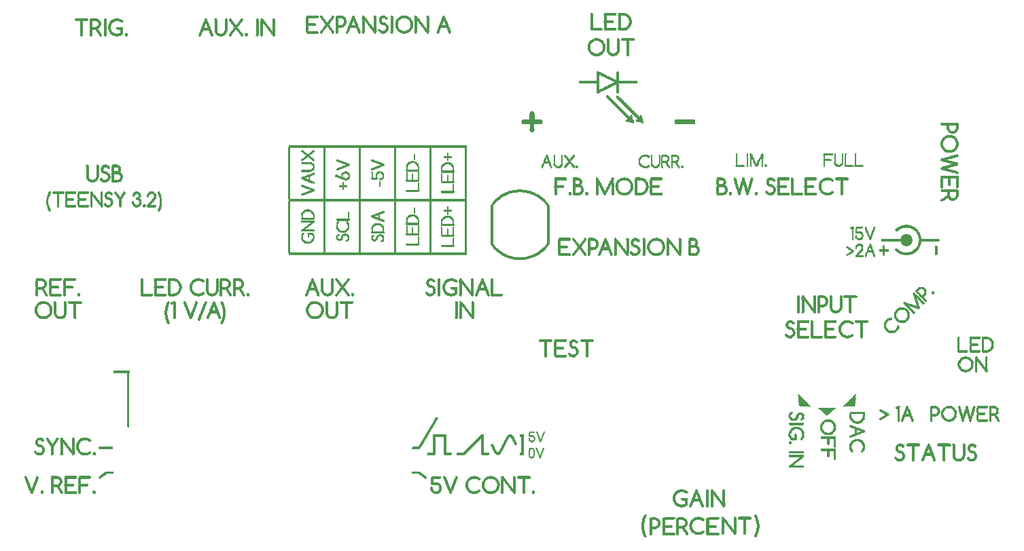
<source format=gto>
G75*
%MOIN*%
%OFA0B0*%
%FSLAX25Y25*%
%IPPOS*%
%LPD*%
%AMOC8*
5,1,8,0,0,1.08239X$1,22.5*
%
%ADD10R,0.00630X0.00126*%
%ADD11R,0.00500X0.00126*%
%ADD12R,0.05500X0.00126*%
%ADD13R,0.00620X0.00126*%
%ADD14R,0.01250X0.00126*%
%ADD15R,0.01500X0.00126*%
%ADD16R,0.00870X0.00125*%
%ADD17R,0.01000X0.00125*%
%ADD18R,0.00880X0.00125*%
%ADD19R,0.06000X0.00125*%
%ADD20R,0.00750X0.00125*%
%ADD21R,0.02000X0.00125*%
%ADD22R,0.02500X0.00125*%
%ADD23R,0.02630X0.00125*%
%ADD24R,0.01250X0.00125*%
%ADD25R,0.03250X0.00125*%
%ADD26R,0.01130X0.00125*%
%ADD27R,0.01370X0.00125*%
%ADD28R,0.01120X0.00125*%
%ADD29R,0.06250X0.00125*%
%ADD30R,0.01380X0.00125*%
%ADD31R,0.03000X0.00125*%
%ADD32R,0.03750X0.00125*%
%ADD33R,0.03870X0.00125*%
%ADD34R,0.01500X0.00125*%
%ADD35R,0.03380X0.00125*%
%ADD36R,0.04250X0.00125*%
%ADD37R,0.04370X0.00125*%
%ADD38R,0.04750X0.00125*%
%ADD39R,0.06120X0.00125*%
%ADD40R,0.04000X0.00125*%
%ADD41R,0.05000X0.00125*%
%ADD42R,0.05130X0.00125*%
%ADD43R,0.05370X0.00125*%
%ADD44R,0.01620X0.00125*%
%ADD45R,0.01630X0.00124*%
%ADD46R,0.01370X0.00124*%
%ADD47R,0.01120X0.00124*%
%ADD48R,0.06000X0.00124*%
%ADD49R,0.01250X0.00124*%
%ADD50R,0.01380X0.00124*%
%ADD51R,0.04380X0.00124*%
%ADD52R,0.05750X0.00124*%
%ADD53R,0.01750X0.00124*%
%ADD54R,0.01630X0.00126*%
%ADD55R,0.01120X0.00126*%
%ADD56R,0.01380X0.00126*%
%ADD57R,0.01870X0.00126*%
%ADD58R,0.02000X0.00126*%
%ADD59R,0.02500X0.00126*%
%ADD60R,0.02380X0.00126*%
%ADD61R,0.01870X0.00124*%
%ADD62R,0.01130X0.00124*%
%ADD63R,0.01620X0.00124*%
%ADD64R,0.02120X0.00124*%
%ADD65R,0.01880X0.00124*%
%ADD66R,0.02130X0.00124*%
%ADD67R,0.02000X0.00124*%
%ADD68R,0.00750X0.00126*%
%ADD69R,0.01370X0.00126*%
%ADD70R,0.01880X0.00126*%
%ADD71R,0.02130X0.00126*%
%ADD72R,0.01620X0.00126*%
%ADD73R,0.01130X0.00126*%
%ADD74R,0.02250X0.00126*%
%ADD75R,0.01500X0.00124*%
%ADD76R,0.00750X0.00124*%
%ADD77R,0.02370X0.00124*%
%ADD78R,0.02370X0.00126*%
%ADD79R,0.00250X0.00126*%
%ADD80R,0.02500X0.00124*%
%ADD81R,0.02620X0.00126*%
%ADD82R,0.02750X0.00124*%
%ADD83R,0.01000X0.00124*%
%ADD84R,0.01000X0.00126*%
%ADD85R,0.00630X0.00124*%
%ADD86R,0.04120X0.00126*%
%ADD87R,0.04620X0.00125*%
%ADD88R,0.04630X0.00125*%
%ADD89R,0.04500X0.00125*%
%ADD90R,0.04870X0.00125*%
%ADD91R,0.04880X0.00125*%
%ADD92R,0.04620X0.00124*%
%ADD93R,0.05000X0.00124*%
%ADD94R,0.04750X0.00126*%
%ADD95R,0.05000X0.00126*%
%ADD96R,0.04870X0.00124*%
%ADD97R,0.04870X0.00126*%
%ADD98R,0.04880X0.00126*%
%ADD99R,0.04250X0.00126*%
%ADD100R,0.04880X0.00124*%
%ADD101R,0.04370X0.00124*%
%ADD102R,0.04380X0.00126*%
%ADD103R,0.04250X0.00124*%
%ADD104R,0.04130X0.00126*%
%ADD105R,0.04000X0.00124*%
%ADD106R,0.03750X0.00126*%
%ADD107R,0.03500X0.00124*%
%ADD108R,0.03130X0.00126*%
%ADD109R,0.02750X0.00126*%
%ADD110R,0.02620X0.00125*%
%ADD111R,0.01630X0.00125*%
%ADD112R,0.02370X0.00125*%
%ADD113R,0.02250X0.00125*%
%ADD114R,0.01750X0.00125*%
%ADD115R,0.02120X0.00125*%
%ADD116R,0.01880X0.00125*%
%ADD117R,0.01750X0.00126*%
%ADD118R,0.02120X0.00126*%
%ADD119R,0.00500X0.00124*%
%ADD120R,0.05870X0.00124*%
%ADD121R,0.06000X0.00126*%
%ADD122R,0.00870X0.00126*%
%ADD123R,0.00880X0.00126*%
%ADD124R,0.04630X0.00126*%
%ADD125R,0.06250X0.00126*%
%ADD126R,0.06120X0.00124*%
%ADD127R,0.06130X0.00124*%
%ADD128R,0.04750X0.00124*%
%ADD129R,0.05250X0.00124*%
%ADD130R,0.06380X0.00124*%
%ADD131R,0.04500X0.00126*%
%ADD132R,0.06500X0.00126*%
%ADD133R,0.06250X0.00124*%
%ADD134R,0.04500X0.00124*%
%ADD135R,0.06620X0.00124*%
%ADD136R,0.04000X0.00126*%
%ADD137R,0.06620X0.00126*%
%ADD138R,0.03630X0.00124*%
%ADD139R,0.06500X0.00124*%
%ADD140R,0.03000X0.00126*%
%ADD141R,0.06380X0.00126*%
%ADD142R,0.03250X0.00124*%
%ADD143R,0.02250X0.00124*%
%ADD144R,0.00120X0.00126*%
%ADD145R,0.05250X0.00126*%
%ADD146R,0.00370X0.00126*%
%ADD147R,0.00130X0.00126*%
%ADD148R,0.05620X0.00126*%
%ADD149R,0.04380X0.00125*%
%ADD150R,0.04130X0.00125*%
%ADD151R,0.04120X0.00125*%
%ADD152R,0.03880X0.00124*%
%ADD153R,0.03500X0.00126*%
%ADD154R,0.07120X0.00125*%
%ADD155R,0.07380X0.00125*%
%ADD156R,0.00500X0.00125*%
%ADD157R,0.07620X0.00125*%
%ADD158R,0.07120X0.00124*%
%ADD159R,0.05370X0.00124*%
%ADD160R,0.05750X0.00126*%
%ADD161R,0.02380X0.00124*%
%ADD162R,0.02630X0.00124*%
%ADD163R,0.05250X0.00125*%
%ADD164R,0.02880X0.00125*%
%ADD165R,0.03130X0.00125*%
%ADD166R,0.03130X0.00124*%
%ADD167R,0.04630X0.00124*%
%ADD168R,0.02870X0.00124*%
%ADD169R,0.00380X0.00126*%
%ADD170R,0.02630X0.00126*%
%ADD171R,0.00620X0.00124*%
%ADD172R,0.07120X0.00126*%
%ADD173R,0.07380X0.00124*%
%ADD174R,0.00880X0.00124*%
%ADD175R,0.07620X0.00126*%
%ADD176R,0.07620X0.00124*%
%ADD177R,0.07380X0.00126*%
%ADD178R,0.00620X0.00125*%
%ADD179R,0.03630X0.00125*%
%ADD180R,0.03500X0.00125*%
%ADD181R,0.03880X0.00125*%
%ADD182R,0.01870X0.00125*%
%ADD183R,0.00630X0.00125*%
%ADD184R,0.02750X0.00125*%
%ADD185R,0.02130X0.00125*%
%ADD186R,0.05750X0.00125*%
%ADD187R,0.02380X0.00125*%
%ADD188R,0.06880X0.00125*%
%ADD189R,0.03120X0.00125*%
%ADD190R,0.07500X0.00125*%
%ADD191R,0.03380X0.00124*%
%ADD192R,0.00370X0.00124*%
%ADD193R,0.02620X0.00124*%
%ADD194R,0.07370X0.00125*%
%ADD195R,0.07500X0.00126*%
%ADD196R,0.03000X0.00124*%
%ADD197R,0.00870X0.00124*%
%ADD198R,0.06750X0.00125*%
%ADD199R,0.07000X0.00126*%
%ADD200R,0.05130X0.00126*%
%ADD201R,0.07000X0.00125*%
%ADD202R,0.07000X0.00124*%
%ADD203R,0.02870X0.00125*%
%ADD204R,0.02880X0.00124*%
%ADD205R,0.02870X0.00126*%
%ADD206R,0.02880X0.00126*%
%ADD207R,0.00380X0.00125*%
%ADD208R,0.05120X0.00126*%
%ADD209R,0.04120X0.00124*%
%ADD210R,0.03870X0.00126*%
%ADD211R,0.03620X0.00126*%
%ADD212R,0.05500X0.00125*%
%ADD213R,0.03370X0.00124*%
%ADD214R,0.03120X0.00124*%
%ADD215R,0.03870X0.00124*%
%ADD216R,0.03380X0.00126*%
%ADD217R,0.03630X0.00126*%
%ADD218R,0.03370X0.00125*%
%ADD219R,0.06500X0.00125*%
%ADD220R,0.07500X0.00124*%
%ADD221R,0.06620X0.00125*%
%ADD222R,0.06380X0.00125*%
%ADD223R,0.00370X0.00125*%
%ADD224R,0.05620X0.00125*%
%ADD225R,0.00130X0.00125*%
%ADD226R,0.00120X0.00125*%
%ADD227R,0.06120X0.00126*%
%ADD228R,0.03620X0.00125*%
%ADD229R,0.03250X0.00126*%
%ADD230R,0.05120X0.00125*%
%ADD231R,0.06880X0.00126*%
%ADD232R,0.03120X0.00126*%
%ADD233R,0.05120X0.00124*%
%ADD234R,0.05380X0.00126*%
%ADD235R,0.05380X0.00125*%
%ADD236R,0.00250X0.00124*%
%ADD237R,0.05380X0.00124*%
%ADD238R,0.03620X0.00124*%
%ADD239R,0.00250X0.00125*%
%ADD240R,0.03750X0.00124*%
%ADD241R,0.03370X0.00126*%
%ADD242R,0.03880X0.00126*%
%ADD243R,0.05500X0.00124*%
%ADD244R,0.07250X0.00126*%
%ADD245R,0.07750X0.00125*%
%ADD246R,0.08000X0.00124*%
%ADD247R,0.08250X0.00126*%
%ADD248R,0.08500X0.00125*%
%ADD249R,0.00380X0.00124*%
%ADD250R,0.07750X0.00124*%
%ADD251R,0.07880X0.00125*%
%ADD252R,0.07880X0.00126*%
%ADD253R,0.08000X0.00125*%
%ADD254R,0.07880X0.00124*%
%ADD255R,0.07630X0.00125*%
%ADD256R,0.05130X0.00124*%
%ADD257R,0.06130X0.00126*%
%ADD258R,0.06130X0.00125*%
%ADD259R,0.06370X0.00125*%
%ADD260R,0.06630X0.00125*%
%ADD261R,0.06630X0.00124*%
%ADD262R,0.05630X0.00125*%
%ADD263R,0.04130X0.00124*%
%ADD264R,0.05880X0.00125*%
%ADD265R,0.05870X0.00125*%
%ADD266R,0.08500X0.00124*%
%ADD267R,0.09630X0.00125*%
%ADD268R,0.10250X0.00126*%
%ADD269R,0.11000X0.00125*%
%ADD270R,0.11750X0.00125*%
%ADD271R,0.87120X0.00124*%
%ADD272R,0.87380X0.00125*%
%ADD273R,0.87500X0.00125*%
%ADD274R,0.87620X0.00126*%
%ADD275R,0.87620X0.00125*%
%ADD276R,0.06870X0.00125*%
%ADD277R,0.04370X0.00126*%
%ADD278R,0.00120X0.00124*%
%ADD279R,0.05620X0.00124*%
%ADD280R,0.14880X0.00126*%
%ADD281R,0.09750X0.00126*%
%ADD282R,0.15130X0.00125*%
%ADD283R,0.10000X0.00125*%
%ADD284R,0.10130X0.00125*%
%ADD285R,0.15250X0.00125*%
%ADD286R,0.15250X0.00124*%
%ADD287R,0.10000X0.00124*%
%ADD288R,0.15000X0.00126*%
%ADD289R,0.10000X0.00126*%
%ADD290R,0.14750X0.00125*%
%ADD291R,0.09750X0.00125*%
%ADD292R,0.07250X0.00125*%
%ADD293R,0.06370X0.00126*%
%ADD294R,0.05370X0.00126*%
%ADD295R,0.04620X0.00126*%
%ADD296R,0.87620X0.00124*%
%ADD297R,0.05630X0.00126*%
%ADD298R,0.11870X0.00125*%
%ADD299R,0.11130X0.00125*%
%ADD300R,0.08620X0.00125*%
%ADD301R,0.10370X0.00125*%
%ADD302R,0.08750X0.00125*%
%ADD303R,0.09630X0.00124*%
%ADD304R,0.08750X0.00124*%
%ADD305R,0.08630X0.00125*%
%ADD306R,0.08500X0.00126*%
%ADD307R,0.08370X0.00125*%
%ADD308R,0.07870X0.00125*%
%ADD309R,0.00130X0.00124*%
%ADD310R,0.05870X0.00126*%
%ADD311R,0.08750X0.00126*%
%ADD312R,0.87500X0.00124*%
%ADD313R,0.87380X0.00126*%
%ADD314R,0.08620X0.00124*%
%ADD315R,0.09120X0.00126*%
%ADD316R,0.09000X0.00126*%
%ADD317R,0.09380X0.00124*%
%ADD318R,0.09500X0.00124*%
%ADD319R,0.08630X0.00124*%
%ADD320R,0.09880X0.00125*%
%ADD321R,0.10120X0.00124*%
%ADD322R,0.10120X0.00126*%
%ADD323R,0.10250X0.00124*%
%ADD324R,0.10380X0.00124*%
%ADD325R,0.10380X0.00126*%
%ADD326R,0.10250X0.00125*%
%ADD327R,0.10120X0.00125*%
%ADD328R,0.09880X0.00126*%
%ADD329R,0.09620X0.00124*%
%ADD330R,0.09380X0.00126*%
%ADD331R,0.09250X0.00126*%
%ADD332R,0.12120X0.00125*%
%ADD333R,0.11500X0.00124*%
%ADD334R,0.11250X0.00126*%
%ADD335R,0.11130X0.00124*%
%ADD336R,0.11380X0.00126*%
%ADD337R,0.11630X0.00124*%
%ADD338R,0.11750X0.00126*%
%ADD339R,0.12000X0.00125*%
%ADD340R,0.06630X0.00126*%
%ADD341R,0.06370X0.00124*%
%ADD342R,0.05630X0.00124*%
%ADD343R,0.00236X0.00197*%
%ADD344R,0.00197X0.01535*%
%ADD345R,0.00197X0.00236*%
%ADD346R,0.00354X0.01378*%
%ADD347R,0.00197X0.01339*%
%ADD348R,0.00236X0.01181*%
%ADD349R,0.00236X0.00748*%
%ADD350R,0.00827X0.00276*%
%ADD351R,0.01260X0.00276*%
%ADD352R,0.00125X0.00630*%
%ADD353R,0.00126X0.01000*%
%ADD354R,0.00125X0.01250*%
%ADD355R,0.00125X0.01500*%
%ADD356R,0.00125X0.01130*%
%ADD357R,0.00125X0.01750*%
%ADD358R,0.00125X0.02000*%
%ADD359R,0.00125X0.01880*%
%ADD360R,0.00125X0.02500*%
%ADD361R,0.00125X0.03000*%
%ADD362R,0.00124X0.02120*%
%ADD363R,0.00124X0.03250*%
%ADD364R,0.00125X0.02120*%
%ADD365R,0.00125X0.03500*%
%ADD366R,0.00125X0.02250*%
%ADD367R,0.00125X0.03750*%
%ADD368R,0.00126X0.02130*%
%ADD369R,0.00126X0.04000*%
%ADD370R,0.00125X0.04250*%
%ADD371R,0.00125X0.01870*%
%ADD372R,0.00125X0.01630*%
%ADD373R,0.00125X0.03630*%
%ADD374R,0.00124X0.01500*%
%ADD375R,0.00125X0.01370*%
%ADD376R,0.00125X0.02620*%
%ADD377R,0.00126X0.02370*%
%ADD378R,0.00126X0.01250*%
%ADD379R,0.00125X0.02130*%
%ADD380R,0.00125X0.01620*%
%ADD381R,0.00125X0.01120*%
%ADD382R,0.00124X0.01120*%
%ADD383R,0.00124X0.01250*%
%ADD384R,0.00126X0.01120*%
%ADD385R,0.00125X0.08500*%
%ADD386R,0.00125X0.08620*%
%ADD387R,0.00125X0.08750*%
%ADD388R,0.00124X0.08750*%
%ADD389R,0.00125X0.08630*%
%ADD390R,0.00126X0.08500*%
%ADD391R,0.00125X0.08370*%
%ADD392R,0.00125X0.07870*%
%ADD393R,0.00126X0.00370*%
%ADD394R,0.00125X0.00870*%
%ADD395R,0.00125X0.00750*%
%ADD396R,0.00125X0.01000*%
%ADD397R,0.00124X0.01130*%
%ADD398R,0.00126X0.01130*%
%ADD399R,0.00125X0.00370*%
%ADD400R,0.00126X0.08750*%
%ADD401R,0.00124X0.08500*%
%ADD402R,0.00126X0.01500*%
%ADD403R,0.00124X0.02130*%
%ADD404R,0.00126X0.02750*%
%ADD405R,0.00124X0.03130*%
%ADD406R,0.00126X0.03370*%
%ADD407R,0.00125X0.03870*%
%ADD408R,0.00125X0.04130*%
%ADD409R,0.00125X0.04370*%
%ADD410R,0.00124X0.04500*%
%ADD411R,0.00126X0.01880*%
%ADD412R,0.00124X0.01620*%
%ADD413R,0.00126X0.01630*%
%ADD414R,0.00124X0.01380*%
%ADD415R,0.00126X0.01370*%
%ADD416R,0.00124X0.08620*%
%ADD417R,0.00124X0.08630*%
%ADD418R,0.00124X0.08000*%
D10*
X0063456Y0042811D03*
X0068456Y0042811D03*
X0156706Y0137186D03*
X0218206Y0166844D03*
X0253206Y0168969D03*
X0330956Y0203844D03*
X0382706Y0203844D03*
X0421956Y0203594D03*
X0423456Y0204469D03*
X0421956Y0209844D03*
X0265706Y0277469D03*
X0168706Y0267594D03*
X0148956Y0276094D03*
X0109956Y0267594D03*
X0307706Y0072311D03*
X0307706Y0071811D03*
X0307456Y0069811D03*
X0310206Y0069811D03*
X0314206Y0064061D03*
X0311706Y0063561D03*
X0309956Y0063186D03*
X0268956Y0042811D03*
X0418517Y0032462D03*
D11*
X0413159Y0022732D03*
X0408539Y0022732D03*
X0402659Y0022732D03*
X0457515Y0065561D03*
X0487391Y0060715D03*
X0522771Y0060715D03*
X0526771Y0102561D03*
X0531891Y0102561D03*
X0502141Y0137186D03*
X0467641Y0209844D03*
X0462771Y0209844D03*
X0461271Y0209844D03*
X0457521Y0209844D03*
X0416271Y0209844D03*
X0409391Y0209844D03*
X0357641Y0228594D03*
X0341271Y0250219D03*
X0356021Y0257844D03*
X0268641Y0268969D03*
X0262771Y0268969D03*
X0257771Y0268969D03*
X0251891Y0268969D03*
X0240141Y0268969D03*
X0234021Y0270969D03*
X0232021Y0268969D03*
X0226141Y0268969D03*
X0224271Y0268969D03*
X0218391Y0268969D03*
X0213391Y0268969D03*
X0211391Y0268969D03*
X0205521Y0268969D03*
X0182271Y0267594D03*
X0176391Y0267594D03*
X0174141Y0267594D03*
X0166641Y0267594D03*
X0160771Y0267594D03*
X0151891Y0267594D03*
X0146021Y0267594D03*
X0099521Y0267594D03*
X0097271Y0267594D03*
X0092641Y0267594D03*
X0088021Y0267594D03*
X0102641Y0189531D03*
X0099521Y0185406D03*
X0267521Y0199094D03*
X0267521Y0210094D03*
X0327334Y0111936D03*
X0304891Y0042811D03*
X0300271Y0042811D03*
X0294391Y0042811D03*
X0087021Y0042811D03*
X0078271Y0042811D03*
X0073641Y0042811D03*
D12*
X0082641Y0042811D03*
X0145271Y0147561D03*
X0269391Y0147561D03*
X0448645Y0119436D03*
X0382328Y0043876D03*
X0390484Y0030357D03*
X0288641Y0050436D03*
X0280641Y0050436D03*
X0201141Y0268969D03*
X0246141Y0276594D03*
X0347271Y0270344D03*
X0105391Y0275219D03*
D13*
X0221331Y0277469D03*
X0350831Y0250219D03*
X0363331Y0224969D03*
X0414581Y0209844D03*
X0251331Y0206969D03*
X0201831Y0211344D03*
X0196831Y0170969D03*
X0152831Y0137186D03*
X0130581Y0137186D03*
X0111081Y0075436D03*
X0094081Y0042811D03*
X0309581Y0042811D03*
X0309831Y0064061D03*
X0314581Y0065061D03*
X0312581Y0069811D03*
X0310081Y0070311D03*
X0314831Y0072936D03*
X0364440Y0032462D03*
X0454205Y0066686D03*
D14*
X0465770Y0067686D03*
X0465640Y0064061D03*
X0471140Y0067686D03*
X0488016Y0065840D03*
X0488016Y0064340D03*
X0490896Y0065840D03*
X0491016Y0062215D03*
X0491146Y0060715D03*
X0500766Y0059840D03*
X0500896Y0060215D03*
X0501146Y0060715D03*
X0501266Y0061215D03*
X0501896Y0062840D03*
X0502146Y0063340D03*
X0502266Y0063840D03*
X0502516Y0064340D03*
X0502646Y0064840D03*
X0504146Y0064840D03*
X0504396Y0064340D03*
X0504766Y0063340D03*
X0505016Y0062840D03*
X0505646Y0061215D03*
X0505766Y0060715D03*
X0506016Y0060215D03*
X0506146Y0059840D03*
X0515766Y0061715D03*
X0515766Y0062215D03*
X0515766Y0062840D03*
X0515766Y0063340D03*
X0515766Y0063840D03*
X0515766Y0064340D03*
X0515766Y0064840D03*
X0515766Y0065340D03*
X0515766Y0065840D03*
X0515766Y0066465D03*
X0520766Y0066465D03*
X0520766Y0065840D03*
X0520766Y0065340D03*
X0520766Y0064840D03*
X0520766Y0064340D03*
X0520766Y0063840D03*
X0520766Y0063340D03*
X0520766Y0062840D03*
X0520766Y0062215D03*
X0520766Y0061715D03*
X0520516Y0060715D03*
X0516016Y0060715D03*
X0523396Y0064340D03*
X0523396Y0065840D03*
X0526266Y0065840D03*
X0526396Y0062215D03*
X0526516Y0060715D03*
X0524016Y0079186D03*
X0520396Y0079186D03*
X0516146Y0080186D03*
X0516266Y0083811D03*
X0510646Y0083811D03*
X0508146Y0082311D03*
X0510766Y0080186D03*
X0536896Y0080186D03*
X0537516Y0079186D03*
X0529766Y0105686D03*
X0529396Y0106186D03*
X0529016Y0106686D03*
X0528646Y0107186D03*
X0528146Y0107811D03*
X0524646Y0107811D03*
X0524266Y0108311D03*
X0519146Y0108311D03*
X0518766Y0107811D03*
X0534516Y0114311D03*
X0488016Y0123561D03*
X0482766Y0123561D03*
X0460020Y0122561D03*
X0459890Y0123561D03*
X0460020Y0124686D03*
X0452890Y0124686D03*
X0452890Y0125686D03*
X0452890Y0126686D03*
X0452890Y0122561D03*
X0452890Y0121561D03*
X0452890Y0120436D03*
X0439520Y0120436D03*
X0439520Y0121561D03*
X0439520Y0122561D03*
X0439520Y0124686D03*
X0439520Y0125686D03*
X0439520Y0126686D03*
X0437390Y0122561D03*
X0439520Y0132936D03*
X0439520Y0134061D03*
X0439520Y0135061D03*
X0439520Y0136061D03*
X0439520Y0137186D03*
X0439520Y0138186D03*
X0439520Y0139186D03*
X0441770Y0137186D03*
X0441770Y0136061D03*
X0441770Y0135061D03*
X0441770Y0134061D03*
X0441770Y0132936D03*
X0447640Y0134061D03*
X0447640Y0135061D03*
X0447640Y0136061D03*
X0447640Y0137186D03*
X0447640Y0138186D03*
X0447640Y0139186D03*
X0453390Y0138186D03*
X0455520Y0138186D03*
X0455520Y0137186D03*
X0455520Y0136061D03*
X0455520Y0135061D03*
X0455520Y0139186D03*
X0460520Y0139186D03*
X0460520Y0138186D03*
X0460520Y0137186D03*
X0460520Y0136061D03*
X0460520Y0135061D03*
X0497646Y0142311D03*
X0507146Y0160594D03*
X0507146Y0161594D03*
X0507146Y0162719D03*
X0507146Y0163719D03*
X0499146Y0165844D03*
X0498766Y0164719D03*
X0499146Y0168969D03*
X0498766Y0169969D03*
X0487766Y0162719D03*
X0474896Y0164719D03*
X0469016Y0160594D03*
X0443146Y0190844D03*
X0443146Y0191844D03*
X0443146Y0192844D03*
X0443146Y0194969D03*
X0443146Y0195969D03*
X0450146Y0193969D03*
X0450266Y0192844D03*
X0429766Y0192844D03*
X0429766Y0191844D03*
X0429766Y0190844D03*
X0427766Y0192844D03*
X0429766Y0194969D03*
X0429766Y0195969D03*
X0418896Y0189719D03*
X0415516Y0192844D03*
X0415766Y0193969D03*
X0416396Y0195969D03*
X0416646Y0196969D03*
X0413896Y0192844D03*
X0411646Y0193969D03*
X0411896Y0194969D03*
X0411266Y0192844D03*
X0409396Y0193969D03*
X0409146Y0194969D03*
X0404146Y0192844D03*
X0406266Y0189719D03*
X0416516Y0208719D03*
X0421766Y0208969D03*
X0458016Y0204469D03*
X0460766Y0204469D03*
X0510016Y0214094D03*
X0510146Y0213594D03*
X0510266Y0213219D03*
X0510396Y0212969D03*
X0510016Y0215219D03*
X0510146Y0215844D03*
X0510266Y0216094D03*
X0510396Y0216344D03*
X0517266Y0216094D03*
X0517266Y0215844D03*
X0517396Y0215594D03*
X0517516Y0214719D03*
X0517396Y0213594D03*
X0517266Y0213219D03*
X0517146Y0212969D03*
X0517396Y0221844D03*
X0517516Y0222969D03*
X0517516Y0223219D03*
X0517516Y0223469D03*
X0512896Y0223469D03*
X0512896Y0223219D03*
X0512896Y0222969D03*
X0513016Y0221844D03*
X0517516Y0196969D03*
X0517516Y0195969D03*
X0517516Y0194969D03*
X0517516Y0193969D03*
X0517516Y0190844D03*
X0517516Y0189719D03*
X0517396Y0188719D03*
X0390516Y0162719D03*
X0390396Y0161594D03*
X0389516Y0166844D03*
X0381516Y0166844D03*
X0381516Y0165844D03*
X0381516Y0164719D03*
X0381516Y0163719D03*
X0381516Y0162719D03*
X0375646Y0162719D03*
X0375646Y0163719D03*
X0375646Y0164719D03*
X0375646Y0165844D03*
X0375646Y0167844D03*
X0373516Y0164719D03*
X0373396Y0162719D03*
X0375646Y0161594D03*
X0375646Y0160594D03*
X0366266Y0162719D03*
X0363766Y0162719D03*
X0363766Y0163719D03*
X0363766Y0164719D03*
X0363766Y0165844D03*
X0363766Y0166844D03*
X0363766Y0167844D03*
X0361146Y0166844D03*
X0358266Y0166844D03*
X0355766Y0166844D03*
X0355766Y0165844D03*
X0355766Y0164719D03*
X0355766Y0163719D03*
X0355766Y0162719D03*
X0361396Y0161594D03*
X0363766Y0161594D03*
X0363766Y0160594D03*
X0366516Y0165844D03*
X0349896Y0165844D03*
X0349896Y0164719D03*
X0349896Y0163719D03*
X0349896Y0162719D03*
X0349896Y0161594D03*
X0349896Y0160594D03*
X0347766Y0160594D03*
X0347396Y0161594D03*
X0346146Y0164719D03*
X0345646Y0165844D03*
X0344146Y0165844D03*
X0343766Y0164719D03*
X0340896Y0164719D03*
X0342516Y0161594D03*
X0342146Y0160594D03*
X0349896Y0167844D03*
X0329266Y0167844D03*
X0322266Y0166844D03*
X0322266Y0165844D03*
X0322266Y0164719D03*
X0322266Y0162719D03*
X0322266Y0161594D03*
X0285516Y0145436D03*
X0283146Y0144436D03*
X0282396Y0142311D03*
X0282016Y0141311D03*
X0279646Y0142311D03*
X0279646Y0143436D03*
X0279646Y0144436D03*
X0279646Y0145436D03*
X0279646Y0146561D03*
X0279646Y0147561D03*
X0273766Y0145436D03*
X0273766Y0144436D03*
X0273766Y0143436D03*
X0273766Y0142311D03*
X0273766Y0141311D03*
X0265646Y0144436D03*
X0263396Y0144436D03*
X0263396Y0143436D03*
X0263396Y0142311D03*
X0263396Y0141311D03*
X0260896Y0143436D03*
X0263396Y0145436D03*
X0263396Y0146561D03*
X0263396Y0147561D03*
X0271766Y0136061D03*
X0271766Y0135061D03*
X0271766Y0134061D03*
X0271766Y0132936D03*
X0271766Y0131936D03*
X0271766Y0130936D03*
X0271766Y0129811D03*
X0274016Y0129811D03*
X0274016Y0130936D03*
X0274016Y0131936D03*
X0274016Y0132936D03*
X0274016Y0134061D03*
X0279896Y0134061D03*
X0279896Y0135061D03*
X0279896Y0136061D03*
X0279896Y0132936D03*
X0279896Y0131936D03*
X0287146Y0141311D03*
X0286766Y0142311D03*
X0320329Y0116311D03*
X0320329Y0115311D03*
X0320329Y0112936D03*
X0320329Y0112436D03*
X0320329Y0111936D03*
X0320329Y0111436D03*
X0331079Y0111936D03*
X0261766Y0079186D03*
X0261396Y0078561D03*
X0261146Y0078061D03*
X0260516Y0077061D03*
X0260266Y0076561D03*
X0259266Y0074936D03*
X0259016Y0074436D03*
X0258646Y0073936D03*
X0258396Y0073436D03*
X0257396Y0071811D03*
X0257146Y0071311D03*
X0256516Y0070311D03*
X0256266Y0069811D03*
X0255896Y0069186D03*
X0255266Y0068186D03*
X0254646Y0067186D03*
X0254396Y0066686D03*
X0266266Y0066686D03*
X0266266Y0066186D03*
X0266266Y0065561D03*
X0266266Y0065061D03*
X0266266Y0064561D03*
X0266266Y0064061D03*
X0266266Y0063561D03*
X0266266Y0063186D03*
X0266266Y0067186D03*
X0266266Y0067686D03*
X0266266Y0068186D03*
X0266266Y0068686D03*
X0266266Y0069186D03*
X0266266Y0069811D03*
X0266266Y0070311D03*
X0289516Y0066186D03*
X0293396Y0063561D03*
X0296646Y0069811D03*
X0297016Y0070311D03*
X0313146Y0069186D03*
X0312896Y0061311D03*
X0300266Y0050686D03*
X0300266Y0050436D03*
X0300266Y0050186D03*
X0300266Y0049061D03*
X0300266Y0048811D03*
X0300266Y0048561D03*
X0300266Y0048311D03*
X0300266Y0048061D03*
X0300266Y0047811D03*
X0300266Y0047561D03*
X0300266Y0047311D03*
X0300266Y0047061D03*
X0300266Y0046186D03*
X0300266Y0045936D03*
X0300266Y0045686D03*
X0300266Y0045436D03*
X0300266Y0045186D03*
X0294396Y0045186D03*
X0294396Y0044936D03*
X0294396Y0044686D03*
X0294396Y0044436D03*
X0294396Y0044186D03*
X0294396Y0043936D03*
X0294396Y0045436D03*
X0294396Y0045686D03*
X0294396Y0045936D03*
X0294396Y0046186D03*
X0294396Y0047061D03*
X0294396Y0047311D03*
X0294396Y0047561D03*
X0294396Y0047811D03*
X0294396Y0048061D03*
X0294396Y0048311D03*
X0294396Y0048561D03*
X0294396Y0048811D03*
X0294396Y0050936D03*
X0292016Y0048811D03*
X0292146Y0048561D03*
X0292266Y0048311D03*
X0292396Y0047811D03*
X0292266Y0045936D03*
X0292146Y0045686D03*
X0285266Y0045436D03*
X0285146Y0045686D03*
X0285016Y0046186D03*
X0285016Y0048061D03*
X0285146Y0048311D03*
X0285146Y0048561D03*
X0277146Y0048561D03*
X0277016Y0048061D03*
X0276896Y0047311D03*
X0276896Y0047061D03*
X0277016Y0046186D03*
X0277146Y0045686D03*
X0277266Y0045436D03*
X0270646Y0047561D03*
X0270646Y0047811D03*
X0270766Y0048061D03*
X0270896Y0048311D03*
X0271016Y0048561D03*
X0271146Y0049061D03*
X0271646Y0050186D03*
X0271766Y0050436D03*
X0271766Y0050686D03*
X0270516Y0047311D03*
X0270396Y0047061D03*
X0270016Y0046186D03*
X0269896Y0045686D03*
X0269766Y0045436D03*
X0269646Y0045186D03*
X0268266Y0045186D03*
X0268146Y0045436D03*
X0268016Y0045686D03*
X0267896Y0045936D03*
X0267516Y0047061D03*
X0267396Y0047311D03*
X0267266Y0047561D03*
X0267146Y0048061D03*
X0267016Y0048311D03*
X0266896Y0048561D03*
X0266766Y0048811D03*
X0266766Y0049061D03*
X0266266Y0050186D03*
X0266146Y0050436D03*
X0266146Y0050686D03*
X0266016Y0050936D03*
X0264016Y0045936D03*
X0264016Y0045186D03*
X0263896Y0044686D03*
X0261766Y0042811D03*
X0259766Y0044686D03*
X0259646Y0044936D03*
X0259516Y0045436D03*
X0256516Y0050686D03*
X0309646Y0043936D03*
X0363755Y0030337D03*
X0364125Y0031337D03*
X0363375Y0025087D03*
X0364375Y0021962D03*
X0386859Y0026107D03*
X0386989Y0025607D03*
X0387109Y0025357D03*
X0386739Y0026982D03*
X0386739Y0027232D03*
X0386859Y0027982D03*
X0386989Y0028482D03*
X0386833Y0037001D03*
X0386953Y0037501D03*
X0387083Y0037751D03*
X0387203Y0038001D03*
X0387333Y0038251D03*
X0387333Y0038501D03*
X0387453Y0038751D03*
X0387583Y0039001D03*
X0388083Y0040376D03*
X0388203Y0040626D03*
X0388333Y0040876D03*
X0388453Y0041126D03*
X0388453Y0041376D03*
X0388583Y0041626D03*
X0388703Y0041876D03*
X0390583Y0041876D03*
X0390703Y0041626D03*
X0390833Y0041126D03*
X0390953Y0040876D03*
X0391083Y0040626D03*
X0391203Y0040376D03*
X0391703Y0039001D03*
X0391833Y0038751D03*
X0391833Y0038501D03*
X0391953Y0038251D03*
X0392083Y0038001D03*
X0392203Y0037751D03*
X0392333Y0037501D03*
X0392333Y0037251D03*
X0392453Y0037001D03*
X0394953Y0037001D03*
X0394953Y0037251D03*
X0394953Y0037501D03*
X0394953Y0037751D03*
X0394953Y0038001D03*
X0394953Y0038251D03*
X0394953Y0038501D03*
X0394953Y0038751D03*
X0394953Y0039001D03*
X0394953Y0040126D03*
X0394953Y0040376D03*
X0394953Y0040626D03*
X0394953Y0040876D03*
X0394953Y0041126D03*
X0394953Y0041376D03*
X0394953Y0041626D03*
X0394953Y0041876D03*
X0394953Y0043501D03*
X0394953Y0043876D03*
X0394953Y0044376D03*
X0397203Y0044376D03*
X0397203Y0041876D03*
X0397203Y0041626D03*
X0397203Y0041376D03*
X0397203Y0041126D03*
X0397203Y0040876D03*
X0397203Y0040626D03*
X0397203Y0040376D03*
X0397203Y0040126D03*
X0397203Y0039001D03*
X0397203Y0038751D03*
X0397203Y0038501D03*
X0397203Y0038251D03*
X0397203Y0038001D03*
X0397203Y0037751D03*
X0397203Y0037501D03*
X0397203Y0037251D03*
X0397203Y0037001D03*
X0403083Y0038751D03*
X0403083Y0039001D03*
X0403083Y0040126D03*
X0403083Y0040376D03*
X0403083Y0040626D03*
X0403083Y0040876D03*
X0403083Y0041126D03*
X0403083Y0041376D03*
X0403083Y0041626D03*
X0403083Y0041876D03*
X0403083Y0043501D03*
X0403083Y0043876D03*
X0384583Y0037751D03*
X0378583Y0040376D03*
X0378583Y0040626D03*
X0378583Y0040876D03*
X0378703Y0041626D03*
X0378833Y0041876D03*
X0402664Y0030857D03*
X0402664Y0028732D03*
X0402664Y0028482D03*
X0402664Y0028232D03*
X0402664Y0027982D03*
X0402664Y0027732D03*
X0402664Y0027482D03*
X0402664Y0027232D03*
X0402664Y0026982D03*
X0402664Y0026107D03*
X0402664Y0025857D03*
X0402664Y0025607D03*
X0402664Y0025357D03*
X0402664Y0025107D03*
X0402664Y0024857D03*
X0402664Y0024607D03*
X0402664Y0024357D03*
X0402664Y0024107D03*
X0402664Y0023857D03*
X0408534Y0025107D03*
X0408534Y0025357D03*
X0408534Y0025607D03*
X0408534Y0025857D03*
X0408534Y0026107D03*
X0408534Y0026982D03*
X0408534Y0027232D03*
X0408534Y0027482D03*
X0408534Y0027732D03*
X0408534Y0027982D03*
X0408534Y0028232D03*
X0408534Y0028482D03*
X0408534Y0028732D03*
X0408534Y0028982D03*
X0408534Y0030107D03*
X0408534Y0030357D03*
X0408534Y0030607D03*
X0418827Y0031337D03*
X0419207Y0030337D03*
X0419077Y0023087D03*
X0418577Y0021962D03*
X0435520Y0068186D03*
X0435770Y0070311D03*
X0456770Y0073436D03*
X0457140Y0073936D03*
X0465770Y0079186D03*
X0471140Y0079186D03*
X0367396Y0190844D03*
X0367396Y0191844D03*
X0367396Y0192844D03*
X0367396Y0194969D03*
X0367396Y0195969D03*
X0365266Y0194969D03*
X0360016Y0194969D03*
X0360016Y0195969D03*
X0360016Y0193969D03*
X0360016Y0192844D03*
X0360016Y0191844D03*
X0360016Y0190844D03*
X0357766Y0194969D03*
X0350646Y0194969D03*
X0350516Y0192844D03*
X0347146Y0194969D03*
X0346646Y0193969D03*
X0346146Y0192844D03*
X0345646Y0191844D03*
X0343766Y0191844D03*
X0343266Y0192844D03*
X0342646Y0193969D03*
X0340896Y0193969D03*
X0340896Y0192844D03*
X0340896Y0191844D03*
X0340896Y0190844D03*
X0335766Y0189719D03*
X0333516Y0192844D03*
X0327516Y0189719D03*
X0320516Y0190844D03*
X0320516Y0191844D03*
X0320516Y0192844D03*
X0320516Y0194969D03*
X0320516Y0195969D03*
X0320396Y0203844D03*
X0323146Y0203844D03*
X0316266Y0208469D03*
X0269516Y0204219D03*
X0233146Y0200094D03*
X0230646Y0206719D03*
X0216296Y0200015D03*
X0201646Y0200094D03*
X0201646Y0206719D03*
X0201646Y0210969D03*
X0196396Y0210969D03*
X0123396Y0187406D03*
X0122516Y0186406D03*
X0116266Y0188531D03*
X0108896Y0190531D03*
X0108266Y0189531D03*
X0105396Y0189531D03*
X0104766Y0190531D03*
X0096146Y0186406D03*
X0097766Y0184281D03*
X0092896Y0190531D03*
X0093266Y0195781D03*
X0090896Y0197906D03*
X0090766Y0198906D03*
X0090766Y0199906D03*
X0090766Y0200906D03*
X0090766Y0202031D03*
X0090766Y0203031D03*
X0095766Y0203031D03*
X0095766Y0202031D03*
X0095766Y0200906D03*
X0095766Y0199906D03*
X0095766Y0198906D03*
X0095646Y0197906D03*
X0101396Y0198906D03*
X0107516Y0198906D03*
X0107516Y0197906D03*
X0197016Y0166844D03*
X0200896Y0166844D03*
X0206016Y0147561D03*
X0206016Y0146561D03*
X0206016Y0145436D03*
X0206016Y0144436D03*
X0206016Y0143436D03*
X0203396Y0142311D03*
X0203766Y0141311D03*
X0202146Y0145436D03*
X0199766Y0144436D03*
X0199016Y0142311D03*
X0198646Y0141311D03*
X0206016Y0134061D03*
X0206016Y0131936D03*
X0208266Y0131936D03*
X0208266Y0132936D03*
X0208266Y0134061D03*
X0208266Y0135061D03*
X0208266Y0136061D03*
X0213266Y0136061D03*
X0213266Y0135061D03*
X0213266Y0134061D03*
X0213266Y0132936D03*
X0213266Y0131936D03*
X0213146Y0130936D03*
X0208396Y0130936D03*
X0198766Y0131936D03*
X0213016Y0140311D03*
X0211016Y0143436D03*
X0211016Y0144436D03*
X0211016Y0145436D03*
X0211016Y0146561D03*
X0211016Y0147561D03*
X0167016Y0145436D03*
X0160516Y0145436D03*
X0154516Y0145436D03*
X0154516Y0144436D03*
X0154516Y0143436D03*
X0154516Y0146561D03*
X0154516Y0147561D03*
X0149516Y0147561D03*
X0149516Y0146561D03*
X0149516Y0145436D03*
X0149516Y0144436D03*
X0149516Y0143436D03*
X0141516Y0144436D03*
X0136396Y0143436D03*
X0136266Y0145436D03*
X0131016Y0145436D03*
X0131016Y0144436D03*
X0131016Y0143436D03*
X0131016Y0142311D03*
X0131016Y0141311D03*
X0124146Y0141311D03*
X0124146Y0142311D03*
X0124146Y0143436D03*
X0124146Y0145436D03*
X0124146Y0146561D03*
X0131016Y0146561D03*
X0130266Y0136061D03*
X0129896Y0135061D03*
X0129516Y0129811D03*
X0130516Y0126686D03*
X0140766Y0130936D03*
X0140396Y0131936D03*
X0140016Y0132936D03*
X0139516Y0134061D03*
X0139146Y0135061D03*
X0138766Y0136061D03*
X0143396Y0134061D03*
X0143766Y0135061D03*
X0144146Y0136061D03*
X0142896Y0132936D03*
X0142516Y0131936D03*
X0142146Y0130936D03*
X0145646Y0128811D03*
X0146516Y0130936D03*
X0146896Y0131936D03*
X0147766Y0134061D03*
X0148146Y0135061D03*
X0151766Y0134061D03*
X0152146Y0135061D03*
X0153516Y0135061D03*
X0153896Y0134061D03*
X0154266Y0132936D03*
X0155016Y0130936D03*
X0155516Y0129811D03*
X0157266Y0127811D03*
X0156766Y0126686D03*
X0150146Y0129811D03*
X0150516Y0130936D03*
X0151396Y0132936D03*
X0157396Y0135061D03*
X0157016Y0136061D03*
X0080016Y0136061D03*
X0080016Y0135061D03*
X0080016Y0134061D03*
X0080016Y0132936D03*
X0080016Y0131936D03*
X0079896Y0130936D03*
X0075146Y0130936D03*
X0075016Y0131936D03*
X0075016Y0132936D03*
X0075016Y0134061D03*
X0075016Y0135061D03*
X0075016Y0136061D03*
X0072896Y0134061D03*
X0072896Y0131936D03*
X0065646Y0131936D03*
X0072646Y0141311D03*
X0072646Y0142311D03*
X0072646Y0143436D03*
X0072646Y0145436D03*
X0072646Y0146561D03*
X0070266Y0145436D03*
X0079646Y0145436D03*
X0079646Y0146561D03*
X0079646Y0143436D03*
X0079646Y0142311D03*
X0079646Y0141311D03*
X0078146Y0069811D03*
X0076146Y0069811D03*
X0078146Y0067686D03*
X0078146Y0067186D03*
X0078146Y0066686D03*
X0078146Y0066186D03*
X0078146Y0065561D03*
X0078146Y0065061D03*
X0078146Y0064561D03*
X0078146Y0064061D03*
X0078146Y0063561D03*
X0078146Y0063186D03*
X0073646Y0063186D03*
X0073646Y0063561D03*
X0073646Y0064061D03*
X0073646Y0064561D03*
X0073646Y0065061D03*
X0073646Y0065561D03*
X0069146Y0065061D03*
X0069146Y0063561D03*
X0065896Y0068686D03*
X0071146Y0069811D03*
X0084016Y0069186D03*
X0084016Y0068686D03*
X0084016Y0068186D03*
X0084016Y0067686D03*
X0084016Y0067186D03*
X0084016Y0066686D03*
X0084016Y0066186D03*
X0084016Y0065561D03*
X0084016Y0065061D03*
X0084016Y0064561D03*
X0084016Y0064061D03*
X0086146Y0064561D03*
X0086016Y0065061D03*
X0085896Y0066186D03*
X0091896Y0063186D03*
X0097146Y0050686D03*
X0094146Y0043936D03*
X0087016Y0043936D03*
X0087016Y0044186D03*
X0087016Y0044436D03*
X0087016Y0044686D03*
X0087016Y0044936D03*
X0087016Y0045186D03*
X0087016Y0045436D03*
X0087016Y0045686D03*
X0087016Y0045936D03*
X0087016Y0046186D03*
X0087016Y0047811D03*
X0087016Y0048061D03*
X0087016Y0048311D03*
X0087016Y0048561D03*
X0087016Y0048811D03*
X0087016Y0049061D03*
X0087016Y0050186D03*
X0080146Y0050186D03*
X0080146Y0049061D03*
X0080146Y0048811D03*
X0080146Y0048561D03*
X0080146Y0048311D03*
X0080146Y0048061D03*
X0080146Y0047811D03*
X0080146Y0046186D03*
X0080146Y0045936D03*
X0080146Y0045686D03*
X0080146Y0045436D03*
X0080146Y0045186D03*
X0080146Y0044936D03*
X0080146Y0044686D03*
X0080146Y0044436D03*
X0080146Y0044186D03*
X0080146Y0043936D03*
X0077646Y0048061D03*
X0077766Y0048311D03*
X0068516Y0043936D03*
X0064396Y0045686D03*
X0064266Y0045436D03*
X0064146Y0045186D03*
X0064516Y0046186D03*
X0064896Y0047061D03*
X0065016Y0047311D03*
X0065146Y0047561D03*
X0065146Y0047811D03*
X0065266Y0048061D03*
X0065396Y0048311D03*
X0065516Y0048561D03*
X0065646Y0049061D03*
X0066146Y0050186D03*
X0066266Y0050436D03*
X0066266Y0050686D03*
X0061266Y0049061D03*
X0061266Y0048811D03*
X0061396Y0048561D03*
X0061516Y0048311D03*
X0061646Y0048061D03*
X0061766Y0047561D03*
X0061896Y0047311D03*
X0062016Y0047061D03*
X0062396Y0045936D03*
X0062516Y0045686D03*
X0062646Y0045436D03*
X0062766Y0045186D03*
X0060766Y0050186D03*
X0060646Y0050436D03*
X0060646Y0050686D03*
X0060516Y0050936D03*
X0366016Y0203844D03*
X0368146Y0203844D03*
X0370896Y0203844D03*
X0346016Y0237969D03*
X0348766Y0257844D03*
X0350896Y0259594D03*
X0351016Y0259844D03*
X0351266Y0260469D03*
X0351266Y0260719D03*
X0351266Y0260969D03*
X0351266Y0261344D03*
X0351266Y0261594D03*
X0351266Y0261844D03*
X0351266Y0262094D03*
X0351266Y0262469D03*
X0351266Y0262719D03*
X0351266Y0262969D03*
X0351266Y0263594D03*
X0351266Y0263844D03*
X0351266Y0264094D03*
X0351266Y0264719D03*
X0351266Y0264969D03*
X0351266Y0265219D03*
X0351266Y0265594D03*
X0351266Y0265844D03*
X0346266Y0265844D03*
X0346266Y0265594D03*
X0346266Y0265219D03*
X0346266Y0264969D03*
X0346266Y0264719D03*
X0346266Y0264094D03*
X0346266Y0263844D03*
X0346266Y0263594D03*
X0346266Y0262969D03*
X0346266Y0262719D03*
X0346266Y0262469D03*
X0346266Y0262094D03*
X0346266Y0261844D03*
X0346266Y0261594D03*
X0346266Y0261344D03*
X0346266Y0260969D03*
X0346266Y0260719D03*
X0346266Y0260469D03*
X0346516Y0259844D03*
X0344146Y0260969D03*
X0344016Y0260719D03*
X0344266Y0261344D03*
X0344266Y0261594D03*
X0344266Y0262719D03*
X0344016Y0263594D03*
X0343896Y0263844D03*
X0337016Y0263594D03*
X0336896Y0262969D03*
X0337016Y0260719D03*
X0337146Y0260469D03*
X0344766Y0271469D03*
X0344766Y0271844D03*
X0344766Y0272094D03*
X0344766Y0272344D03*
X0344766Y0272969D03*
X0344766Y0273219D03*
X0344766Y0273469D03*
X0344766Y0273844D03*
X0344766Y0275219D03*
X0344766Y0275469D03*
X0344766Y0276094D03*
X0344766Y0276344D03*
X0344766Y0276594D03*
X0344766Y0277219D03*
X0344766Y0277469D03*
X0344766Y0277719D03*
X0351766Y0277719D03*
X0351766Y0277469D03*
X0351766Y0277219D03*
X0351766Y0276594D03*
X0351766Y0276344D03*
X0351766Y0276094D03*
X0351766Y0275469D03*
X0351766Y0275219D03*
X0351766Y0274969D03*
X0351766Y0274594D03*
X0351766Y0274344D03*
X0351766Y0274094D03*
X0351766Y0273844D03*
X0351766Y0273469D03*
X0351766Y0273219D03*
X0351766Y0272969D03*
X0351766Y0272344D03*
X0351766Y0272094D03*
X0351766Y0271844D03*
X0351766Y0271469D03*
X0356896Y0273219D03*
X0357016Y0273469D03*
X0357146Y0273844D03*
X0357146Y0275219D03*
X0357146Y0275469D03*
X0356896Y0276094D03*
X0356766Y0276344D03*
X0268516Y0269844D03*
X0268396Y0270094D03*
X0268266Y0270344D03*
X0268016Y0270969D03*
X0267896Y0271219D03*
X0267896Y0271469D03*
X0267146Y0273219D03*
X0266896Y0273844D03*
X0266766Y0274344D03*
X0266646Y0274594D03*
X0266516Y0274969D03*
X0266396Y0275219D03*
X0265016Y0275219D03*
X0264896Y0274969D03*
X0264766Y0274594D03*
X0264646Y0274344D03*
X0264516Y0274094D03*
X0264516Y0273844D03*
X0264266Y0273469D03*
X0264266Y0273219D03*
X0263516Y0271469D03*
X0263396Y0271219D03*
X0263396Y0270969D03*
X0263146Y0270344D03*
X0263016Y0270094D03*
X0262896Y0269844D03*
X0257766Y0271469D03*
X0257766Y0271844D03*
X0257766Y0272094D03*
X0257766Y0272344D03*
X0257766Y0272969D03*
X0257766Y0273219D03*
X0257766Y0273469D03*
X0257766Y0273844D03*
X0257766Y0274094D03*
X0257766Y0274344D03*
X0257766Y0274594D03*
X0257766Y0274969D03*
X0257766Y0275219D03*
X0257766Y0275469D03*
X0257766Y0276094D03*
X0257766Y0276344D03*
X0257766Y0276594D03*
X0251896Y0274969D03*
X0251896Y0274594D03*
X0251896Y0274344D03*
X0251896Y0274094D03*
X0251896Y0273844D03*
X0251896Y0273469D03*
X0251896Y0273219D03*
X0251896Y0272969D03*
X0251896Y0272344D03*
X0251896Y0272094D03*
X0251896Y0271844D03*
X0251896Y0271469D03*
X0251896Y0271219D03*
X0251896Y0270969D03*
X0251896Y0270344D03*
X0251896Y0270094D03*
X0251896Y0269844D03*
X0249646Y0271844D03*
X0249766Y0272094D03*
X0249896Y0273844D03*
X0249766Y0274344D03*
X0249516Y0274969D03*
X0242646Y0274594D03*
X0242516Y0274094D03*
X0242516Y0272344D03*
X0242646Y0271844D03*
X0240146Y0271844D03*
X0240146Y0272094D03*
X0240146Y0272344D03*
X0240146Y0272969D03*
X0240146Y0273219D03*
X0240146Y0273469D03*
X0240146Y0273844D03*
X0240146Y0274094D03*
X0240146Y0274344D03*
X0240146Y0274594D03*
X0240146Y0274969D03*
X0240146Y0275219D03*
X0240146Y0275469D03*
X0240146Y0276094D03*
X0240146Y0276344D03*
X0240146Y0276594D03*
X0237516Y0276094D03*
X0234646Y0276094D03*
X0234646Y0274594D03*
X0232016Y0274594D03*
X0232016Y0274344D03*
X0232016Y0274094D03*
X0232016Y0273844D03*
X0232016Y0273469D03*
X0232016Y0273219D03*
X0232016Y0272969D03*
X0232016Y0272344D03*
X0232016Y0272094D03*
X0232016Y0271844D03*
X0232016Y0271469D03*
X0232016Y0274969D03*
X0232016Y0275219D03*
X0232016Y0275469D03*
X0232016Y0276094D03*
X0232016Y0276344D03*
X0232016Y0276594D03*
X0226146Y0274969D03*
X0226146Y0274594D03*
X0226146Y0274344D03*
X0226146Y0274094D03*
X0226146Y0273844D03*
X0226146Y0273469D03*
X0226146Y0273219D03*
X0226146Y0272969D03*
X0226146Y0272344D03*
X0226146Y0272094D03*
X0226146Y0271844D03*
X0226146Y0271469D03*
X0226146Y0271219D03*
X0226146Y0270969D03*
X0226146Y0270344D03*
X0226146Y0270094D03*
X0226146Y0269844D03*
X0224146Y0269844D03*
X0224016Y0270094D03*
X0223896Y0270344D03*
X0223646Y0270969D03*
X0223516Y0271219D03*
X0223516Y0271469D03*
X0222766Y0273219D03*
X0222516Y0273844D03*
X0222396Y0274344D03*
X0222266Y0274594D03*
X0222146Y0274969D03*
X0222016Y0275219D03*
X0220646Y0275219D03*
X0220516Y0274969D03*
X0220396Y0274594D03*
X0220266Y0274344D03*
X0220146Y0274094D03*
X0220146Y0273844D03*
X0219896Y0273469D03*
X0219896Y0273219D03*
X0219146Y0271469D03*
X0219016Y0271219D03*
X0219016Y0270969D03*
X0218766Y0270344D03*
X0218646Y0270094D03*
X0218516Y0269844D03*
X0217146Y0273844D03*
X0217266Y0274094D03*
X0217266Y0275219D03*
X0198646Y0275219D03*
X0198646Y0275469D03*
X0198646Y0274969D03*
X0198646Y0274594D03*
X0198646Y0274344D03*
X0198646Y0274094D03*
X0198646Y0273844D03*
X0198646Y0272344D03*
X0198646Y0272094D03*
X0198646Y0271844D03*
X0198646Y0271469D03*
X0198646Y0271219D03*
X0198646Y0270969D03*
X0198646Y0270344D03*
X0198646Y0270094D03*
X0198646Y0276094D03*
X0198646Y0276344D03*
X0182266Y0275469D03*
X0182266Y0275219D03*
X0182266Y0274969D03*
X0182266Y0274594D03*
X0182266Y0274344D03*
X0182266Y0274094D03*
X0182266Y0273844D03*
X0182266Y0273469D03*
X0182266Y0273219D03*
X0182266Y0272969D03*
X0182266Y0272344D03*
X0182266Y0272094D03*
X0182266Y0271844D03*
X0182266Y0271469D03*
X0182266Y0271219D03*
X0182266Y0270969D03*
X0182266Y0270344D03*
X0182266Y0270094D03*
X0182146Y0268094D03*
X0176396Y0268094D03*
X0176396Y0268344D03*
X0176396Y0268719D03*
X0176396Y0268969D03*
X0176396Y0269219D03*
X0176396Y0269844D03*
X0176396Y0270094D03*
X0176396Y0270344D03*
X0176396Y0270969D03*
X0176396Y0271219D03*
X0176396Y0271469D03*
X0176396Y0271844D03*
X0176396Y0272094D03*
X0176396Y0272344D03*
X0176396Y0272969D03*
X0176396Y0273219D03*
X0176396Y0273469D03*
X0174146Y0273469D03*
X0174146Y0273219D03*
X0174146Y0272969D03*
X0174146Y0272344D03*
X0174146Y0272094D03*
X0174146Y0271844D03*
X0174146Y0271469D03*
X0174146Y0271219D03*
X0174146Y0270969D03*
X0174146Y0270344D03*
X0174146Y0270094D03*
X0174146Y0269844D03*
X0174146Y0269219D03*
X0174146Y0268969D03*
X0174146Y0268719D03*
X0174146Y0268344D03*
X0174146Y0268094D03*
X0168766Y0267844D03*
X0168766Y0268719D03*
X0166516Y0268094D03*
X0158646Y0269844D03*
X0158766Y0270344D03*
X0158766Y0270969D03*
X0158766Y0271219D03*
X0158766Y0271469D03*
X0158766Y0271844D03*
X0158766Y0272094D03*
X0158766Y0272344D03*
X0158766Y0272969D03*
X0158766Y0273219D03*
X0158766Y0273469D03*
X0158766Y0273844D03*
X0158766Y0274094D03*
X0158766Y0274344D03*
X0158766Y0274594D03*
X0158766Y0274969D03*
X0158766Y0275219D03*
X0158766Y0275469D03*
X0153766Y0275469D03*
X0153766Y0275219D03*
X0153766Y0274969D03*
X0153766Y0274594D03*
X0153766Y0274344D03*
X0153766Y0274094D03*
X0153766Y0273844D03*
X0153766Y0273469D03*
X0153766Y0273219D03*
X0153766Y0272969D03*
X0153766Y0272344D03*
X0153766Y0272094D03*
X0153766Y0271844D03*
X0153766Y0271469D03*
X0153766Y0271219D03*
X0153766Y0270969D03*
X0153766Y0270344D03*
X0153896Y0269844D03*
X0151646Y0268719D03*
X0151516Y0268969D03*
X0151396Y0269219D03*
X0151146Y0269844D03*
X0151146Y0270094D03*
X0151016Y0270344D03*
X0150396Y0271844D03*
X0150266Y0272344D03*
X0150016Y0272969D03*
X0149896Y0273219D03*
X0149766Y0273469D03*
X0149646Y0273844D03*
X0148266Y0273844D03*
X0148146Y0273469D03*
X0148016Y0273219D03*
X0147896Y0272969D03*
X0147646Y0272344D03*
X0147516Y0272094D03*
X0147516Y0271844D03*
X0146896Y0270344D03*
X0146766Y0270094D03*
X0146646Y0269844D03*
X0146396Y0269219D03*
X0146396Y0268969D03*
X0146266Y0268719D03*
X0146146Y0268344D03*
X0146016Y0268094D03*
X0151766Y0268344D03*
X0156266Y0267594D03*
X0174146Y0273844D03*
X0174146Y0274094D03*
X0174146Y0274344D03*
X0174146Y0274594D03*
X0174146Y0274969D03*
X0174146Y0275219D03*
X0174146Y0275469D03*
X0237766Y0272344D03*
X0237766Y0272094D03*
X0237766Y0270969D03*
X0240146Y0270969D03*
X0240146Y0271219D03*
X0240146Y0271469D03*
X0240146Y0270344D03*
X0240146Y0270094D03*
X0240146Y0269844D03*
X0110016Y0268719D03*
X0110016Y0267844D03*
X0101766Y0270969D03*
X0101646Y0271844D03*
X0101646Y0272094D03*
X0101766Y0272969D03*
X0101896Y0273219D03*
X0102016Y0273469D03*
X0099516Y0273469D03*
X0099516Y0273219D03*
X0099516Y0272969D03*
X0099516Y0272344D03*
X0099516Y0272094D03*
X0099516Y0271844D03*
X0099516Y0271469D03*
X0099516Y0271219D03*
X0099516Y0270969D03*
X0099516Y0270344D03*
X0099516Y0270094D03*
X0099516Y0269844D03*
X0099516Y0269219D03*
X0099516Y0268969D03*
X0099516Y0268719D03*
X0099516Y0268344D03*
X0099516Y0268094D03*
X0097146Y0268094D03*
X0096146Y0269844D03*
X0096766Y0273219D03*
X0096766Y0274094D03*
X0096646Y0274344D03*
X0099516Y0274344D03*
X0099516Y0274594D03*
X0099516Y0274969D03*
X0099516Y0275219D03*
X0099516Y0275469D03*
X0099516Y0274094D03*
X0099516Y0273844D03*
D15*
X0102391Y0274094D03*
X0096391Y0272344D03*
X0105391Y0267594D03*
X0107521Y0268969D03*
X0110021Y0268344D03*
X0110021Y0268094D03*
X0161271Y0268719D03*
X0161391Y0268969D03*
X0161641Y0269219D03*
X0162141Y0269844D03*
X0162271Y0270094D03*
X0162521Y0270344D03*
X0163641Y0271844D03*
X0164521Y0272969D03*
X0164771Y0273219D03*
X0164891Y0273469D03*
X0165271Y0273844D03*
X0165391Y0274094D03*
X0165641Y0274344D03*
X0166141Y0274969D03*
X0166271Y0275219D03*
X0162641Y0273219D03*
X0162141Y0273844D03*
X0161771Y0274344D03*
X0161271Y0274969D03*
X0164891Y0270344D03*
X0165271Y0269844D03*
X0165771Y0269219D03*
X0166141Y0268719D03*
X0168771Y0268344D03*
X0168771Y0268094D03*
X0176521Y0275469D03*
X0178271Y0273219D03*
X0179141Y0272094D03*
X0179641Y0271469D03*
X0180021Y0270969D03*
X0180521Y0270344D03*
X0182141Y0268344D03*
X0205771Y0269844D03*
X0206021Y0270094D03*
X0206141Y0270344D03*
X0206641Y0270969D03*
X0206891Y0271219D03*
X0207021Y0271469D03*
X0207521Y0272094D03*
X0208391Y0273219D03*
X0209271Y0274344D03*
X0209521Y0274594D03*
X0209771Y0274969D03*
X0210021Y0275219D03*
X0210141Y0275469D03*
X0210641Y0276094D03*
X0210891Y0276344D03*
X0211021Y0276594D03*
X0207391Y0274594D03*
X0207141Y0274969D03*
X0206891Y0275219D03*
X0206271Y0276094D03*
X0206021Y0276344D03*
X0209521Y0271844D03*
X0210021Y0271219D03*
X0210271Y0270969D03*
X0210891Y0270094D03*
X0211141Y0269844D03*
X0227771Y0274969D03*
X0228021Y0274594D03*
X0228391Y0274094D03*
X0228641Y0273844D03*
X0228891Y0273469D03*
X0229271Y0272969D03*
X0229771Y0272344D03*
X0230141Y0271844D03*
X0234141Y0270344D03*
X0237391Y0270344D03*
X0243021Y0271219D03*
X0246141Y0268969D03*
X0249141Y0270969D03*
X0253771Y0274594D03*
X0253521Y0274969D03*
X0254141Y0274094D03*
X0254391Y0273844D03*
X0254641Y0273469D03*
X0255021Y0272969D03*
X0255521Y0272344D03*
X0255891Y0271844D03*
X0243141Y0275469D03*
X0340521Y0257844D03*
X0343521Y0259844D03*
X0356391Y0272344D03*
X0350891Y0237719D03*
X0346141Y0237719D03*
X0362771Y0203844D03*
X0351141Y0195969D03*
X0348271Y0196969D03*
X0341021Y0196969D03*
X0316641Y0184594D03*
X0290141Y0185594D03*
X0289391Y0184594D03*
X0269021Y0178344D03*
X0289771Y0164719D03*
X0315391Y0163719D03*
X0329521Y0160594D03*
X0334891Y0160594D03*
X0333641Y0165844D03*
X0334391Y0166844D03*
X0330771Y0165844D03*
X0330021Y0166844D03*
X0351391Y0165844D03*
X0352271Y0164719D03*
X0353021Y0163719D03*
X0366891Y0161594D03*
X0372641Y0161594D03*
X0377141Y0165844D03*
X0378021Y0164719D03*
X0378771Y0163719D03*
X0424141Y0190844D03*
X0427391Y0190844D03*
X0412641Y0196969D03*
X0421641Y0208469D03*
X0450891Y0195969D03*
X0456021Y0190844D03*
X0498271Y0170969D03*
X0498391Y0141311D03*
X0499391Y0140311D03*
X0500521Y0139186D03*
X0501521Y0138186D03*
X0500141Y0137186D03*
X0499141Y0138186D03*
X0488271Y0132936D03*
X0445265Y0135061D03*
X0444515Y0136061D03*
X0443645Y0137186D03*
X0519641Y0108811D03*
X0523771Y0108811D03*
X0536891Y0082311D03*
X0511271Y0079686D03*
X0483271Y0081686D03*
X0480141Y0083811D03*
X0456265Y0072936D03*
X0438395Y0079686D03*
X0436015Y0082311D03*
X0490891Y0060215D03*
X0526271Y0060215D03*
X0407039Y0025107D03*
X0406909Y0025357D03*
X0406659Y0025607D03*
X0406289Y0026107D03*
X0405409Y0027232D03*
X0405039Y0027732D03*
X0404659Y0028232D03*
X0404409Y0028482D03*
X0404289Y0028732D03*
X0402789Y0030607D03*
X0402958Y0037001D03*
X0401328Y0039001D03*
X0400458Y0040126D03*
X0400078Y0040626D03*
X0399828Y0040876D03*
X0399708Y0041126D03*
X0399458Y0041376D03*
X0399078Y0041876D03*
X0379578Y0038001D03*
X0379328Y0038251D03*
X0387614Y0024607D03*
X0390484Y0022732D03*
X0392614Y0024107D03*
X0312891Y0061561D03*
X0296021Y0048811D03*
X0296141Y0048561D03*
X0296391Y0048311D03*
X0296771Y0047811D03*
X0297141Y0047311D03*
X0298021Y0046186D03*
X0298391Y0045686D03*
X0298641Y0045436D03*
X0298771Y0045186D03*
X0294521Y0050686D03*
X0291771Y0044936D03*
X0291521Y0044686D03*
X0288641Y0042811D03*
X0285771Y0044686D03*
X0282771Y0044186D03*
X0280641Y0042811D03*
X0277771Y0044686D03*
X0263521Y0044186D03*
X0263391Y0047061D03*
X0260021Y0044186D03*
X0290891Y0063561D03*
X0330834Y0111436D03*
X0277771Y0131936D03*
X0278141Y0142311D03*
X0277271Y0143436D03*
X0276521Y0144436D03*
X0275771Y0145436D03*
X0271521Y0141311D03*
X0266521Y0146561D03*
X0260641Y0141311D03*
X0257391Y0141311D03*
X0218521Y0147561D03*
X0217771Y0146561D03*
X0216891Y0145436D03*
X0215021Y0145436D03*
X0214141Y0146561D03*
X0213641Y0141311D03*
X0217391Y0142311D03*
X0199271Y0130936D03*
X0147391Y0141311D03*
X0142391Y0146561D03*
X0135641Y0146561D03*
X0197521Y0173094D03*
X0200271Y0175219D03*
X0200521Y0181469D03*
X0201021Y0204719D03*
X0200271Y0209844D03*
X0201391Y0210719D03*
X0248641Y0205094D03*
X0265771Y0204469D03*
X0066141Y0130936D03*
X0079771Y0067686D03*
X0080141Y0067186D03*
X0080521Y0066686D03*
X0080891Y0066186D03*
X0081391Y0065561D03*
X0081771Y0065061D03*
X0082141Y0064561D03*
X0082521Y0064061D03*
X0086771Y0063561D03*
X0086641Y0068186D03*
X0068771Y0065561D03*
X0068891Y0063186D03*
X0077391Y0047561D03*
X0097271Y0050936D03*
X0510641Y0212469D03*
X0510771Y0216969D03*
X0515141Y0219844D03*
X0516641Y0216969D03*
D16*
X0509956Y0192969D03*
X0476956Y0173219D03*
X0476706Y0172594D03*
X0476456Y0171968D03*
X0476206Y0171344D03*
X0475706Y0170094D03*
X0475456Y0169469D03*
X0475456Y0169344D03*
X0474206Y0169469D03*
X0473956Y0170094D03*
X0473956Y0170219D03*
X0473706Y0170843D03*
X0473456Y0171344D03*
X0473456Y0171469D03*
X0472706Y0173344D03*
X0472706Y0173469D03*
X0470956Y0170344D03*
X0471206Y0169843D03*
X0471206Y0169718D03*
X0471206Y0169469D03*
X0471206Y0169344D03*
X0471206Y0169219D03*
X0467956Y0168843D03*
X0470956Y0164219D03*
X0470956Y0162969D03*
X0473706Y0162219D03*
X0473956Y0162844D03*
X0474206Y0163468D03*
X0475456Y0163593D03*
X0475706Y0162969D03*
X0475956Y0162219D03*
X0476456Y0160969D03*
X0476706Y0160343D03*
X0476956Y0159719D03*
X0473206Y0160844D03*
X0473206Y0160969D03*
X0472956Y0160343D03*
X0472706Y0159468D03*
X0487706Y0162969D03*
X0487706Y0171843D03*
X0505706Y0142061D03*
X0484956Y0129187D03*
X0465080Y0131686D03*
X0449580Y0131686D03*
X0447580Y0131686D03*
X0433580Y0121186D03*
X0479956Y0084062D03*
X0503456Y0067090D03*
X0522706Y0060589D03*
X0522206Y0085562D03*
X0435580Y0068437D03*
X0418517Y0032336D03*
X0418517Y0021462D03*
X0408474Y0022858D03*
X0309456Y0064687D03*
X0300206Y0042937D03*
X0268956Y0042937D03*
X0335769Y0110062D03*
X0287456Y0140061D03*
X0257206Y0141812D03*
X0253206Y0165718D03*
X0253206Y0165969D03*
X0253206Y0166094D03*
X0253206Y0166219D03*
X0253206Y0166344D03*
X0253206Y0166593D03*
X0253206Y0166718D03*
X0253206Y0166969D03*
X0253206Y0167094D03*
X0253206Y0167219D03*
X0253206Y0167344D03*
X0253206Y0167593D03*
X0253206Y0167718D03*
X0253206Y0167969D03*
X0253206Y0168094D03*
X0253206Y0168219D03*
X0253206Y0168344D03*
X0253206Y0168469D03*
X0253206Y0168718D03*
X0253206Y0168843D03*
X0253206Y0170594D03*
X0253206Y0170843D03*
X0253206Y0171094D03*
X0253206Y0171219D03*
X0253206Y0171344D03*
X0253206Y0171469D03*
X0253206Y0171594D03*
X0253206Y0171843D03*
X0253206Y0171968D03*
X0253206Y0172219D03*
X0253206Y0172344D03*
X0253206Y0172469D03*
X0253206Y0172594D03*
X0253206Y0172843D03*
X0253206Y0172968D03*
X0253206Y0173219D03*
X0253206Y0173344D03*
X0253206Y0173469D03*
X0253206Y0173594D03*
X0253206Y0173843D03*
X0253206Y0173968D03*
X0253206Y0175968D03*
X0253206Y0176093D03*
X0253206Y0176344D03*
X0253206Y0176469D03*
X0253206Y0176594D03*
X0253206Y0176719D03*
X0253206Y0176844D03*
X0253206Y0177093D03*
X0252956Y0177844D03*
X0247706Y0177594D03*
X0235956Y0173344D03*
X0235956Y0173219D03*
X0230456Y0172968D03*
X0230456Y0172843D03*
X0230456Y0172594D03*
X0230456Y0172469D03*
X0230456Y0172344D03*
X0230456Y0172219D03*
X0230456Y0171968D03*
X0230456Y0171843D03*
X0230456Y0171594D03*
X0230956Y0169718D03*
X0230456Y0168843D03*
X0230456Y0168718D03*
X0230456Y0168469D03*
X0230456Y0168344D03*
X0230456Y0168219D03*
X0230456Y0168094D03*
X0232956Y0168219D03*
X0232956Y0168344D03*
X0232956Y0168469D03*
X0235956Y0168843D03*
X0235956Y0167718D03*
X0235956Y0167593D03*
X0218956Y0168094D03*
X0218956Y0168219D03*
X0218956Y0168344D03*
X0218956Y0168469D03*
X0218956Y0168718D03*
X0218956Y0168843D03*
X0215956Y0169094D03*
X0215706Y0168219D03*
X0213456Y0173219D03*
X0213456Y0173344D03*
X0213456Y0175093D03*
X0218956Y0174719D03*
X0218956Y0174594D03*
X0218956Y0174469D03*
X0218956Y0174344D03*
X0218956Y0174219D03*
X0218956Y0173968D03*
X0218956Y0173843D03*
X0218956Y0177844D03*
X0218956Y0178093D03*
X0218956Y0178218D03*
X0218956Y0178469D03*
X0218956Y0178594D03*
X0218956Y0178719D03*
X0218956Y0178844D03*
X0218956Y0179093D03*
X0218956Y0179218D03*
X0218956Y0179469D03*
X0218956Y0179594D03*
X0218956Y0179719D03*
X0218956Y0179844D03*
X0218956Y0180093D03*
X0218956Y0180218D03*
X0218956Y0180469D03*
X0218956Y0180594D03*
X0218956Y0180719D03*
X0218956Y0180844D03*
X0218956Y0180969D03*
X0201706Y0180093D03*
X0201706Y0179844D03*
X0196206Y0179844D03*
X0196206Y0179719D03*
X0196206Y0179594D03*
X0196206Y0179469D03*
X0196206Y0179218D03*
X0196206Y0179093D03*
X0196206Y0178844D03*
X0196206Y0178719D03*
X0196206Y0178594D03*
X0196206Y0178469D03*
X0196456Y0170094D03*
X0196206Y0169469D03*
X0196206Y0169344D03*
X0196206Y0169219D03*
X0196206Y0169094D03*
X0196206Y0168843D03*
X0196206Y0168718D03*
X0196206Y0168469D03*
X0196206Y0168344D03*
X0196206Y0168219D03*
X0196456Y0167593D03*
X0201706Y0167969D03*
X0201706Y0168094D03*
X0201706Y0169718D03*
X0201206Y0148311D03*
X0212956Y0140061D03*
X0167456Y0140061D03*
X0160956Y0140061D03*
X0156706Y0137061D03*
X0156706Y0126187D03*
X0070706Y0140061D03*
X0072456Y0181531D03*
X0072456Y0181656D03*
X0072456Y0190906D03*
X0118706Y0184781D03*
X0118706Y0183781D03*
X0120456Y0188656D03*
X0196206Y0194344D03*
X0201706Y0202594D03*
X0201706Y0202719D03*
X0201706Y0203969D03*
X0216285Y0195515D03*
X0216285Y0195390D03*
X0216285Y0195265D03*
X0216285Y0195140D03*
X0216285Y0195015D03*
X0216285Y0194764D03*
X0216285Y0194639D03*
X0216285Y0194390D03*
X0216285Y0193390D03*
X0216285Y0193265D03*
X0216285Y0193140D03*
X0216285Y0193015D03*
X0216285Y0192890D03*
X0216285Y0192639D03*
X0216285Y0192514D03*
X0216285Y0192265D03*
X0219106Y0198265D03*
X0219106Y0198390D03*
X0219106Y0199515D03*
X0230456Y0199469D03*
X0230456Y0199344D03*
X0230456Y0199219D03*
X0230456Y0198968D03*
X0230456Y0198843D03*
X0230456Y0198594D03*
X0230456Y0198469D03*
X0230456Y0198344D03*
X0230456Y0198219D03*
X0230456Y0199594D03*
X0230456Y0199719D03*
X0230456Y0199968D03*
X0230456Y0200219D03*
X0230456Y0200344D03*
X0232706Y0199469D03*
X0232706Y0199344D03*
X0232706Y0199219D03*
X0232706Y0198968D03*
X0232706Y0198843D03*
X0232706Y0198594D03*
X0232706Y0198469D03*
X0232706Y0198344D03*
X0232706Y0198219D03*
X0234206Y0195843D03*
X0234206Y0195594D03*
X0234206Y0195469D03*
X0234206Y0195344D03*
X0234206Y0195219D03*
X0234206Y0195094D03*
X0234206Y0194843D03*
X0234206Y0194718D03*
X0234206Y0194469D03*
X0234206Y0194344D03*
X0234206Y0194219D03*
X0234206Y0194094D03*
X0235956Y0198344D03*
X0235956Y0198469D03*
X0235956Y0199594D03*
X0253206Y0199594D03*
X0253206Y0199469D03*
X0253206Y0199344D03*
X0253206Y0199219D03*
X0253206Y0198968D03*
X0253206Y0198843D03*
X0253206Y0198594D03*
X0253206Y0198469D03*
X0253206Y0198344D03*
X0253206Y0198219D03*
X0253206Y0197968D03*
X0253206Y0197843D03*
X0253206Y0197594D03*
X0253206Y0197469D03*
X0253206Y0197344D03*
X0253206Y0197219D03*
X0253206Y0197094D03*
X0253206Y0195219D03*
X0253206Y0195094D03*
X0253206Y0194843D03*
X0253206Y0194718D03*
X0253206Y0194469D03*
X0253206Y0194344D03*
X0253206Y0194219D03*
X0253206Y0194094D03*
X0253206Y0193843D03*
X0253206Y0193718D03*
X0253206Y0193469D03*
X0253206Y0193344D03*
X0253206Y0193219D03*
X0253206Y0193094D03*
X0253206Y0192969D03*
X0253206Y0192718D03*
X0253206Y0192593D03*
X0253206Y0192344D03*
X0253206Y0192219D03*
X0253206Y0192094D03*
X0253206Y0199719D03*
X0253206Y0199968D03*
X0253206Y0200219D03*
X0253206Y0200344D03*
X0253206Y0200469D03*
X0253206Y0202093D03*
X0253206Y0202344D03*
X0253206Y0202469D03*
X0253206Y0202594D03*
X0253206Y0202719D03*
X0253206Y0202844D03*
X0253206Y0203093D03*
X0253206Y0203344D03*
X0264706Y0202844D03*
X0264706Y0202719D03*
X0264706Y0202594D03*
X0264706Y0202469D03*
X0264706Y0202344D03*
X0264706Y0202093D03*
X0264706Y0201844D03*
X0264706Y0201719D03*
X0264706Y0201594D03*
X0264706Y0201469D03*
X0264706Y0199719D03*
X0264706Y0199594D03*
X0264706Y0199469D03*
X0264706Y0199344D03*
X0264706Y0199219D03*
X0264706Y0198968D03*
X0264706Y0198843D03*
X0264706Y0198594D03*
X0264706Y0198469D03*
X0264706Y0198344D03*
X0264706Y0198219D03*
X0264706Y0197968D03*
X0264706Y0197843D03*
X0264706Y0197594D03*
X0264706Y0197469D03*
X0264706Y0197344D03*
X0264706Y0197219D03*
X0264706Y0197094D03*
X0264706Y0196843D03*
X0264706Y0196594D03*
X0264706Y0196469D03*
X0264706Y0196344D03*
X0267456Y0196344D03*
X0267456Y0196469D03*
X0267456Y0196594D03*
X0267456Y0196843D03*
X0267456Y0197094D03*
X0267456Y0197219D03*
X0267456Y0197344D03*
X0267456Y0197469D03*
X0267456Y0197594D03*
X0267456Y0197843D03*
X0267456Y0197968D03*
X0267456Y0198219D03*
X0267456Y0198344D03*
X0267456Y0198469D03*
X0267456Y0198594D03*
X0267456Y0198843D03*
X0270206Y0203093D03*
X0270206Y0176844D03*
X0270206Y0176719D03*
X0264706Y0176719D03*
X0264706Y0176594D03*
X0264706Y0176469D03*
X0264706Y0176344D03*
X0264706Y0176093D03*
X0264706Y0175968D03*
X0264706Y0175719D03*
X0264706Y0175594D03*
X0264706Y0175469D03*
X0264706Y0175344D03*
X0264706Y0173344D03*
X0264706Y0173219D03*
X0264706Y0172968D03*
X0264706Y0172843D03*
X0264706Y0172594D03*
X0264706Y0172469D03*
X0264706Y0172344D03*
X0264706Y0172219D03*
X0264706Y0171968D03*
X0264706Y0171843D03*
X0264706Y0171594D03*
X0264706Y0171469D03*
X0264706Y0171344D03*
X0264706Y0171219D03*
X0264706Y0171094D03*
X0264706Y0170843D03*
X0264706Y0170594D03*
X0264706Y0170469D03*
X0264706Y0170344D03*
X0264706Y0170219D03*
X0264706Y0170094D03*
X0267456Y0170094D03*
X0267456Y0170219D03*
X0267456Y0170344D03*
X0267456Y0170469D03*
X0267456Y0170594D03*
X0267456Y0170843D03*
X0267456Y0171094D03*
X0267456Y0171219D03*
X0267456Y0171344D03*
X0267456Y0171469D03*
X0267456Y0171594D03*
X0267456Y0171843D03*
X0267456Y0171968D03*
X0267456Y0172219D03*
X0267456Y0172344D03*
X0267456Y0172469D03*
X0318456Y0203093D03*
X0319956Y0204844D03*
X0316956Y0207094D03*
X0323706Y0207094D03*
X0323706Y0207969D03*
X0323706Y0208094D03*
X0323706Y0208219D03*
X0323706Y0205969D03*
X0323706Y0204844D03*
X0325206Y0203093D03*
X0344706Y0189593D03*
X0348456Y0189593D03*
X0348456Y0197843D03*
X0367706Y0204844D03*
X0366206Y0208094D03*
X0371456Y0208094D03*
X0371456Y0207969D03*
X0371456Y0208219D03*
X0371456Y0207094D03*
X0371456Y0205969D03*
X0371456Y0204844D03*
X0372706Y0204844D03*
X0372706Y0203969D03*
X0372706Y0203344D03*
X0376206Y0203093D03*
X0375956Y0207094D03*
X0372706Y0207094D03*
X0372706Y0207969D03*
X0372706Y0208094D03*
X0372706Y0208219D03*
X0414706Y0189593D03*
X0423956Y0191344D03*
X0421956Y0203969D03*
X0421956Y0204844D03*
X0421956Y0205969D03*
X0421956Y0207094D03*
X0457456Y0207094D03*
X0457456Y0207969D03*
X0457456Y0208094D03*
X0457456Y0208219D03*
X0457456Y0209094D03*
X0457456Y0205969D03*
X0462706Y0205969D03*
X0462706Y0204844D03*
X0462706Y0207094D03*
X0462706Y0207969D03*
X0462706Y0208094D03*
X0462706Y0208219D03*
X0462706Y0209094D03*
X0381456Y0159844D03*
X0355706Y0159844D03*
X0344956Y0168094D03*
X0336956Y0159844D03*
X0329206Y0159844D03*
X0345956Y0238219D03*
X0355956Y0257969D03*
X0083956Y0061812D03*
X0078206Y0042937D03*
X0063456Y0042937D03*
D17*
X0063391Y0043062D03*
X0068521Y0042937D03*
X0073641Y0043062D03*
X0078271Y0043062D03*
X0087021Y0043062D03*
X0094141Y0042937D03*
X0094141Y0061812D03*
X0084021Y0061937D03*
X0078141Y0061937D03*
X0073641Y0061937D03*
X0073641Y0062062D03*
X0065391Y0063436D03*
X0071141Y0069937D03*
X0076141Y0069937D03*
X0084021Y0069937D03*
X0111021Y0075687D03*
X0111021Y0075936D03*
X0111021Y0076187D03*
X0111021Y0076436D03*
X0111021Y0076687D03*
X0111021Y0076936D03*
X0111021Y0077187D03*
X0111021Y0077436D03*
X0111021Y0077687D03*
X0111021Y0077812D03*
X0111021Y0078187D03*
X0111021Y0078312D03*
X0111021Y0078687D03*
X0111021Y0078812D03*
X0111021Y0079061D03*
X0111021Y0079312D03*
X0111021Y0079561D03*
X0111021Y0079812D03*
X0111021Y0080061D03*
X0111021Y0080312D03*
X0111021Y0080437D03*
X0111021Y0080812D03*
X0111021Y0080937D03*
X0111021Y0081312D03*
X0111021Y0081437D03*
X0111021Y0081812D03*
X0111021Y0081937D03*
X0111021Y0082186D03*
X0111021Y0082437D03*
X0111021Y0082686D03*
X0111021Y0082937D03*
X0111021Y0083186D03*
X0111021Y0083437D03*
X0111021Y0083686D03*
X0111021Y0083937D03*
X0111021Y0084062D03*
X0111021Y0084437D03*
X0111021Y0084562D03*
X0111021Y0084937D03*
X0111021Y0085062D03*
X0111021Y0085311D03*
X0111021Y0085562D03*
X0111021Y0085811D03*
X0111021Y0086062D03*
X0111021Y0086311D03*
X0111021Y0086562D03*
X0111021Y0086687D03*
X0111021Y0087062D03*
X0111021Y0087187D03*
X0111021Y0087562D03*
X0111021Y0087687D03*
X0111021Y0088062D03*
X0111021Y0088187D03*
X0111021Y0088562D03*
X0111021Y0088687D03*
X0111021Y0088936D03*
X0111021Y0089187D03*
X0111021Y0089436D03*
X0111021Y0089687D03*
X0111021Y0089936D03*
X0111021Y0090187D03*
X0111021Y0090312D03*
X0111021Y0090687D03*
X0111021Y0090812D03*
X0111021Y0091187D03*
X0111021Y0091312D03*
X0111021Y0091687D03*
X0111021Y0091812D03*
X0111021Y0092061D03*
X0111021Y0092312D03*
X0111021Y0092561D03*
X0111021Y0092812D03*
X0111021Y0092937D03*
X0111021Y0093312D03*
X0111021Y0093437D03*
X0111021Y0093812D03*
X0111021Y0093937D03*
X0111021Y0094312D03*
X0111021Y0094437D03*
X0111021Y0094812D03*
X0111021Y0094937D03*
X0111021Y0095186D03*
X0111021Y0095437D03*
X0111021Y0095686D03*
X0111021Y0095937D03*
X0111021Y0096186D03*
X0111021Y0096437D03*
X0111021Y0096562D03*
X0111021Y0096937D03*
X0111021Y0097062D03*
X0111021Y0097437D03*
X0111021Y0097562D03*
X0111021Y0097937D03*
X0111021Y0098062D03*
X0111021Y0098311D03*
X0111021Y0098562D03*
X0111021Y0098811D03*
X0111021Y0099062D03*
X0111021Y0099187D03*
X0111021Y0099562D03*
X0111021Y0099687D03*
X0111021Y0100062D03*
X0111021Y0100187D03*
X0111021Y0100562D03*
X0111021Y0100687D03*
X0111021Y0101062D03*
X0111021Y0101187D03*
X0111021Y0101436D03*
X0111021Y0101687D03*
X0111021Y0101936D03*
X0111021Y0102187D03*
X0133521Y0128937D03*
X0133521Y0129062D03*
X0141391Y0128937D03*
X0145521Y0128187D03*
X0145521Y0128062D03*
X0149891Y0128937D03*
X0155771Y0128937D03*
X0157891Y0132811D03*
X0144391Y0136936D03*
X0144391Y0137061D03*
X0138521Y0137061D03*
X0138521Y0136936D03*
X0132391Y0135936D03*
X0147641Y0146812D03*
X0149521Y0148311D03*
X0154521Y0148311D03*
X0156391Y0140186D03*
X0161021Y0140186D03*
X0162891Y0140186D03*
X0167521Y0140186D03*
X0169521Y0140061D03*
X0198271Y0140186D03*
X0204141Y0140186D03*
X0208271Y0137061D03*
X0208271Y0136936D03*
X0213271Y0136936D03*
X0213271Y0137061D03*
X0213021Y0140186D03*
X0218891Y0140186D03*
X0220891Y0140061D03*
X0218891Y0148311D03*
X0213021Y0148311D03*
X0211021Y0148311D03*
X0206021Y0148311D03*
X0207391Y0161343D03*
X0207391Y0161468D03*
X0207391Y0161719D03*
X0207391Y0161844D03*
X0207391Y0161969D03*
X0207391Y0162094D03*
X0207391Y0162219D03*
X0207391Y0162468D03*
X0207391Y0162593D03*
X0207391Y0162844D03*
X0207391Y0162969D03*
X0207391Y0163094D03*
X0207391Y0163219D03*
X0207391Y0163468D03*
X0207391Y0163593D03*
X0207391Y0163844D03*
X0207391Y0163969D03*
X0207391Y0164094D03*
X0207391Y0164219D03*
X0207391Y0164344D03*
X0207391Y0164593D03*
X0207391Y0164844D03*
X0207391Y0164969D03*
X0207391Y0165094D03*
X0207391Y0165219D03*
X0207391Y0165344D03*
X0207391Y0165593D03*
X0207391Y0165718D03*
X0207391Y0165969D03*
X0207391Y0166094D03*
X0207391Y0166219D03*
X0207391Y0166344D03*
X0207391Y0166593D03*
X0207391Y0166718D03*
X0207391Y0166969D03*
X0207391Y0167094D03*
X0207391Y0167219D03*
X0207391Y0167344D03*
X0207391Y0167593D03*
X0207391Y0167718D03*
X0207391Y0167969D03*
X0207391Y0168094D03*
X0207391Y0168219D03*
X0207391Y0168344D03*
X0207391Y0168469D03*
X0207391Y0168718D03*
X0207391Y0168843D03*
X0207391Y0169094D03*
X0207391Y0169219D03*
X0207391Y0169344D03*
X0207391Y0169469D03*
X0207391Y0169718D03*
X0207391Y0169843D03*
X0207391Y0170094D03*
X0207391Y0170219D03*
X0207391Y0170344D03*
X0207391Y0170469D03*
X0207391Y0170594D03*
X0207391Y0170843D03*
X0207391Y0171094D03*
X0207391Y0171219D03*
X0207391Y0171344D03*
X0207391Y0171469D03*
X0207391Y0171594D03*
X0207391Y0171843D03*
X0207391Y0171968D03*
X0207391Y0172219D03*
X0207391Y0172344D03*
X0207391Y0172469D03*
X0207391Y0172594D03*
X0207391Y0172843D03*
X0207391Y0172968D03*
X0207391Y0173219D03*
X0207391Y0173344D03*
X0207391Y0173469D03*
X0207391Y0173594D03*
X0207391Y0173843D03*
X0207391Y0173968D03*
X0207391Y0174219D03*
X0207391Y0174344D03*
X0207391Y0174469D03*
X0207391Y0174594D03*
X0207391Y0174719D03*
X0207391Y0174968D03*
X0207391Y0175093D03*
X0207391Y0175344D03*
X0207391Y0175469D03*
X0207391Y0175594D03*
X0207391Y0175719D03*
X0207391Y0175968D03*
X0207391Y0176093D03*
X0207391Y0176344D03*
X0207391Y0176469D03*
X0207391Y0176594D03*
X0207391Y0176719D03*
X0207391Y0176844D03*
X0207391Y0177093D03*
X0207391Y0177344D03*
X0207391Y0177469D03*
X0207391Y0177594D03*
X0207391Y0177719D03*
X0207391Y0177844D03*
X0207391Y0178093D03*
X0207391Y0178218D03*
X0207391Y0178469D03*
X0207391Y0178594D03*
X0207391Y0178719D03*
X0207391Y0178844D03*
X0207391Y0179093D03*
X0207391Y0179218D03*
X0207391Y0179469D03*
X0207391Y0179594D03*
X0207391Y0179719D03*
X0207391Y0179844D03*
X0207391Y0180093D03*
X0207391Y0180218D03*
X0207391Y0180469D03*
X0207391Y0180594D03*
X0207391Y0180719D03*
X0207391Y0180844D03*
X0207391Y0180969D03*
X0207391Y0181218D03*
X0207391Y0181343D03*
X0207391Y0181594D03*
X0207391Y0181719D03*
X0207391Y0181844D03*
X0207391Y0181969D03*
X0207391Y0182218D03*
X0207391Y0182343D03*
X0207391Y0182594D03*
X0207391Y0182719D03*
X0207391Y0182844D03*
X0207391Y0182969D03*
X0207391Y0183094D03*
X0207391Y0183343D03*
X0207391Y0183594D03*
X0207391Y0183719D03*
X0207391Y0183844D03*
X0207391Y0183969D03*
X0207391Y0184094D03*
X0207391Y0184343D03*
X0207391Y0184468D03*
X0207391Y0184719D03*
X0207391Y0184844D03*
X0207391Y0184969D03*
X0207391Y0185094D03*
X0207391Y0185343D03*
X0207391Y0185468D03*
X0207391Y0185719D03*
X0207391Y0185844D03*
X0207391Y0185969D03*
X0207391Y0186094D03*
X0207391Y0186343D03*
X0207391Y0186468D03*
X0207391Y0187593D03*
X0207391Y0187844D03*
X0207391Y0187969D03*
X0207391Y0188094D03*
X0207391Y0188219D03*
X0207391Y0188468D03*
X0207391Y0188593D03*
X0207391Y0188844D03*
X0207391Y0188969D03*
X0207391Y0189094D03*
X0207391Y0189219D03*
X0207391Y0189344D03*
X0207391Y0189593D03*
X0207391Y0189844D03*
X0207391Y0189969D03*
X0207391Y0190094D03*
X0207391Y0190219D03*
X0207391Y0190344D03*
X0207391Y0190593D03*
X0207391Y0190718D03*
X0207391Y0190969D03*
X0207391Y0191094D03*
X0207391Y0191219D03*
X0207391Y0191344D03*
X0207391Y0191593D03*
X0207391Y0191718D03*
X0207391Y0191969D03*
X0207391Y0192094D03*
X0207391Y0192219D03*
X0207391Y0192344D03*
X0207391Y0192593D03*
X0207391Y0192718D03*
X0207391Y0192969D03*
X0207391Y0193094D03*
X0207391Y0193219D03*
X0207391Y0193344D03*
X0207391Y0193469D03*
X0207391Y0193718D03*
X0207391Y0193843D03*
X0207391Y0194094D03*
X0207391Y0194219D03*
X0207391Y0194344D03*
X0207391Y0194469D03*
X0207391Y0194718D03*
X0207391Y0194843D03*
X0207391Y0195094D03*
X0207391Y0195219D03*
X0207391Y0195344D03*
X0207391Y0195469D03*
X0207391Y0195594D03*
X0207391Y0195843D03*
X0207391Y0196094D03*
X0207391Y0196219D03*
X0207391Y0196344D03*
X0207391Y0196469D03*
X0207391Y0196594D03*
X0207391Y0196843D03*
X0207391Y0197094D03*
X0207391Y0197219D03*
X0207391Y0197344D03*
X0207391Y0197469D03*
X0207391Y0197594D03*
X0207391Y0197843D03*
X0207391Y0197968D03*
X0207391Y0198219D03*
X0207391Y0198344D03*
X0207391Y0198469D03*
X0207391Y0198594D03*
X0207391Y0198843D03*
X0207391Y0198968D03*
X0207391Y0199219D03*
X0207391Y0199344D03*
X0207391Y0199469D03*
X0207391Y0199594D03*
X0207391Y0199719D03*
X0207391Y0199968D03*
X0207391Y0200219D03*
X0207391Y0200344D03*
X0207391Y0200469D03*
X0207391Y0200594D03*
X0207391Y0200719D03*
X0207391Y0200968D03*
X0207391Y0201093D03*
X0207391Y0201344D03*
X0207391Y0201469D03*
X0207391Y0201594D03*
X0207391Y0201719D03*
X0207391Y0201844D03*
X0207391Y0202093D03*
X0207391Y0202344D03*
X0207391Y0202469D03*
X0207391Y0202594D03*
X0207391Y0202719D03*
X0207391Y0202844D03*
X0207391Y0203093D03*
X0207391Y0203344D03*
X0207391Y0203969D03*
X0207391Y0204844D03*
X0207391Y0205969D03*
X0207391Y0207094D03*
X0207391Y0207969D03*
X0207391Y0208094D03*
X0207391Y0208219D03*
X0207391Y0209094D03*
X0207391Y0210219D03*
X0207391Y0211094D03*
X0207391Y0212219D03*
X0201641Y0202469D03*
X0201521Y0202344D03*
X0190021Y0202344D03*
X0190021Y0202469D03*
X0190021Y0202594D03*
X0190021Y0202719D03*
X0190021Y0202844D03*
X0190021Y0203093D03*
X0190021Y0203344D03*
X0190021Y0203969D03*
X0190021Y0204844D03*
X0190021Y0205969D03*
X0190021Y0207094D03*
X0190021Y0207969D03*
X0190021Y0208094D03*
X0190021Y0208219D03*
X0190021Y0209094D03*
X0190021Y0210219D03*
X0190021Y0211094D03*
X0190021Y0212219D03*
X0190021Y0202093D03*
X0190021Y0201844D03*
X0190021Y0201719D03*
X0190021Y0201594D03*
X0190021Y0201469D03*
X0190021Y0201344D03*
X0190021Y0201093D03*
X0190021Y0200968D03*
X0190021Y0200719D03*
X0190021Y0200594D03*
X0190021Y0200469D03*
X0190021Y0200344D03*
X0190021Y0200219D03*
X0190021Y0199968D03*
X0190021Y0199719D03*
X0190021Y0199594D03*
X0190021Y0199469D03*
X0190021Y0199344D03*
X0190021Y0199219D03*
X0190021Y0198968D03*
X0190021Y0198843D03*
X0190021Y0198594D03*
X0190021Y0198469D03*
X0190021Y0198344D03*
X0190021Y0198219D03*
X0190021Y0197968D03*
X0190021Y0197843D03*
X0190021Y0197594D03*
X0190021Y0197469D03*
X0190021Y0197344D03*
X0190021Y0197219D03*
X0190021Y0197094D03*
X0190021Y0196843D03*
X0190021Y0196594D03*
X0190021Y0196469D03*
X0190021Y0196344D03*
X0190021Y0196219D03*
X0190021Y0196094D03*
X0190021Y0195843D03*
X0190021Y0195594D03*
X0190021Y0195469D03*
X0190021Y0195344D03*
X0190021Y0195219D03*
X0190021Y0195094D03*
X0190021Y0194843D03*
X0190021Y0194718D03*
X0190021Y0194469D03*
X0190021Y0194344D03*
X0190021Y0194219D03*
X0190021Y0194094D03*
X0190021Y0193843D03*
X0190021Y0193718D03*
X0190021Y0193469D03*
X0190021Y0193344D03*
X0190021Y0193219D03*
X0190021Y0193094D03*
X0190021Y0192969D03*
X0190021Y0192718D03*
X0190021Y0192593D03*
X0190021Y0192344D03*
X0190021Y0192219D03*
X0190021Y0192094D03*
X0190021Y0191969D03*
X0190021Y0191718D03*
X0190021Y0191593D03*
X0190021Y0191344D03*
X0190021Y0191219D03*
X0190021Y0191094D03*
X0190021Y0190969D03*
X0190021Y0190718D03*
X0190021Y0190593D03*
X0190021Y0190344D03*
X0190021Y0190219D03*
X0190021Y0190094D03*
X0190021Y0189969D03*
X0190021Y0189844D03*
X0190021Y0189593D03*
X0190021Y0189344D03*
X0190021Y0189219D03*
X0190021Y0189094D03*
X0190021Y0188969D03*
X0190021Y0188844D03*
X0190021Y0188593D03*
X0190021Y0188468D03*
X0190021Y0188219D03*
X0190021Y0188094D03*
X0190021Y0187969D03*
X0190021Y0187844D03*
X0190021Y0187593D03*
X0190021Y0186468D03*
X0190021Y0186343D03*
X0190021Y0186094D03*
X0190021Y0185969D03*
X0190021Y0185844D03*
X0190021Y0185719D03*
X0190021Y0185468D03*
X0190021Y0185343D03*
X0190021Y0185094D03*
X0190021Y0184969D03*
X0190021Y0184844D03*
X0190021Y0184719D03*
X0190021Y0184468D03*
X0190021Y0184343D03*
X0190021Y0184094D03*
X0190021Y0183969D03*
X0190021Y0183844D03*
X0190021Y0183719D03*
X0190021Y0183594D03*
X0190021Y0183343D03*
X0190021Y0183094D03*
X0190021Y0182969D03*
X0190021Y0182844D03*
X0190021Y0182719D03*
X0190021Y0182594D03*
X0190021Y0182343D03*
X0190021Y0182218D03*
X0190021Y0181969D03*
X0190021Y0181844D03*
X0190021Y0181719D03*
X0190021Y0181594D03*
X0190021Y0181343D03*
X0190021Y0181218D03*
X0190021Y0180969D03*
X0190021Y0180844D03*
X0190021Y0180719D03*
X0190021Y0180594D03*
X0190021Y0180469D03*
X0190021Y0180218D03*
X0190021Y0180093D03*
X0190021Y0179844D03*
X0190021Y0179719D03*
X0190021Y0179594D03*
X0190021Y0179469D03*
X0190021Y0179218D03*
X0190021Y0179093D03*
X0190021Y0178844D03*
X0190021Y0178719D03*
X0190021Y0178594D03*
X0190021Y0178469D03*
X0190021Y0178218D03*
X0190021Y0178093D03*
X0190021Y0177844D03*
X0190021Y0177719D03*
X0190021Y0177594D03*
X0190021Y0177469D03*
X0190021Y0177344D03*
X0190021Y0177093D03*
X0190021Y0176844D03*
X0190021Y0176719D03*
X0190021Y0176594D03*
X0190021Y0176469D03*
X0190021Y0176344D03*
X0190021Y0176093D03*
X0190021Y0175968D03*
X0190021Y0175719D03*
X0190021Y0175594D03*
X0190021Y0175469D03*
X0190021Y0175344D03*
X0190021Y0175093D03*
X0190021Y0174968D03*
X0190021Y0174719D03*
X0190021Y0174594D03*
X0190021Y0174469D03*
X0190021Y0174344D03*
X0190021Y0174219D03*
X0190021Y0173968D03*
X0190021Y0173843D03*
X0190021Y0173594D03*
X0190021Y0173469D03*
X0190021Y0173344D03*
X0190021Y0173219D03*
X0190021Y0172968D03*
X0190021Y0172843D03*
X0190021Y0172594D03*
X0190021Y0172469D03*
X0190021Y0172344D03*
X0190021Y0172219D03*
X0190021Y0171968D03*
X0190021Y0171843D03*
X0190021Y0171594D03*
X0190021Y0171469D03*
X0190021Y0171344D03*
X0190021Y0171219D03*
X0190021Y0171094D03*
X0190021Y0170843D03*
X0190021Y0170594D03*
X0190021Y0170469D03*
X0190021Y0170344D03*
X0190021Y0170219D03*
X0190021Y0170094D03*
X0190021Y0169843D03*
X0190021Y0169718D03*
X0190021Y0169469D03*
X0190021Y0169344D03*
X0190021Y0169219D03*
X0190021Y0169094D03*
X0190021Y0168843D03*
X0190021Y0168718D03*
X0190021Y0168469D03*
X0190021Y0168344D03*
X0190021Y0168219D03*
X0190021Y0168094D03*
X0190021Y0167969D03*
X0190021Y0167718D03*
X0190021Y0167593D03*
X0190021Y0167344D03*
X0190021Y0167219D03*
X0190021Y0167094D03*
X0190021Y0166969D03*
X0190021Y0166718D03*
X0190021Y0166593D03*
X0190021Y0166344D03*
X0190021Y0166219D03*
X0190021Y0166094D03*
X0190021Y0165969D03*
X0190021Y0165718D03*
X0190021Y0165593D03*
X0190021Y0165344D03*
X0190021Y0165219D03*
X0190021Y0165094D03*
X0190021Y0164969D03*
X0190021Y0164844D03*
X0190021Y0164593D03*
X0190021Y0164344D03*
X0190021Y0164219D03*
X0190021Y0164094D03*
X0190021Y0163969D03*
X0190021Y0163844D03*
X0190021Y0163593D03*
X0190021Y0163468D03*
X0190021Y0163219D03*
X0190021Y0163094D03*
X0190021Y0162969D03*
X0190021Y0162844D03*
X0190021Y0162593D03*
X0190021Y0162468D03*
X0190021Y0162219D03*
X0190021Y0162094D03*
X0190021Y0161969D03*
X0190021Y0161844D03*
X0190021Y0161719D03*
X0190021Y0161468D03*
X0190021Y0161343D03*
X0196641Y0167344D03*
X0196391Y0167718D03*
X0196271Y0168094D03*
X0196521Y0170219D03*
X0196641Y0170469D03*
X0196771Y0170594D03*
X0201521Y0170094D03*
X0201641Y0169843D03*
X0201771Y0168219D03*
X0201521Y0167593D03*
X0201391Y0167344D03*
X0213391Y0168219D03*
X0213521Y0168094D03*
X0213391Y0169219D03*
X0213521Y0169344D03*
X0215641Y0168094D03*
X0215771Y0168344D03*
X0216021Y0169219D03*
X0214521Y0167094D03*
X0218271Y0166969D03*
X0218641Y0167593D03*
X0218771Y0167718D03*
X0218771Y0169219D03*
X0218641Y0169344D03*
X0218641Y0172843D03*
X0218641Y0172968D03*
X0218771Y0173219D03*
X0218891Y0173594D03*
X0218771Y0175344D03*
X0218641Y0175469D03*
X0218641Y0175594D03*
X0218521Y0175719D03*
X0218391Y0175968D03*
X0213891Y0175968D03*
X0213891Y0176093D03*
X0213641Y0175594D03*
X0213521Y0175344D03*
X0213391Y0173469D03*
X0213641Y0172843D03*
X0224641Y0172843D03*
X0224641Y0172968D03*
X0224641Y0173219D03*
X0224641Y0173344D03*
X0224641Y0173469D03*
X0224641Y0173594D03*
X0224641Y0173843D03*
X0224641Y0173968D03*
X0224641Y0174219D03*
X0224641Y0174344D03*
X0224641Y0174469D03*
X0224641Y0174594D03*
X0224641Y0174719D03*
X0224641Y0174968D03*
X0224641Y0175093D03*
X0224641Y0175344D03*
X0224641Y0175469D03*
X0224641Y0175594D03*
X0224641Y0175719D03*
X0224641Y0175968D03*
X0224641Y0176093D03*
X0224641Y0176344D03*
X0224641Y0176469D03*
X0224641Y0176594D03*
X0224641Y0176719D03*
X0224641Y0176844D03*
X0224641Y0177093D03*
X0224641Y0177344D03*
X0224641Y0177469D03*
X0224641Y0177594D03*
X0224641Y0177719D03*
X0224641Y0177844D03*
X0224641Y0178093D03*
X0224641Y0178218D03*
X0224641Y0178469D03*
X0224641Y0178594D03*
X0224641Y0178719D03*
X0224641Y0178844D03*
X0224641Y0179093D03*
X0224641Y0179218D03*
X0224641Y0179469D03*
X0224641Y0179594D03*
X0224641Y0179719D03*
X0224641Y0179844D03*
X0224641Y0180093D03*
X0224641Y0180218D03*
X0224641Y0180469D03*
X0224641Y0180594D03*
X0224641Y0180719D03*
X0224641Y0180844D03*
X0224641Y0180969D03*
X0224641Y0181218D03*
X0224641Y0181343D03*
X0224641Y0181594D03*
X0224641Y0181719D03*
X0224641Y0181844D03*
X0224641Y0181969D03*
X0224641Y0182218D03*
X0224641Y0182343D03*
X0224641Y0182594D03*
X0224641Y0182719D03*
X0224641Y0182844D03*
X0224641Y0182969D03*
X0224641Y0183094D03*
X0224641Y0183343D03*
X0224641Y0183594D03*
X0224641Y0183719D03*
X0224641Y0183844D03*
X0224641Y0183969D03*
X0224641Y0184094D03*
X0224641Y0184343D03*
X0224641Y0184468D03*
X0224641Y0184719D03*
X0224641Y0184844D03*
X0224641Y0184969D03*
X0224641Y0185094D03*
X0224641Y0185343D03*
X0224641Y0185468D03*
X0224641Y0185719D03*
X0224641Y0185844D03*
X0224641Y0185969D03*
X0224641Y0186094D03*
X0224641Y0186343D03*
X0224641Y0186468D03*
X0224641Y0187593D03*
X0224641Y0187844D03*
X0224641Y0187969D03*
X0224641Y0188094D03*
X0224641Y0188219D03*
X0224641Y0188468D03*
X0224641Y0188593D03*
X0224641Y0188844D03*
X0224641Y0188969D03*
X0224641Y0189094D03*
X0224641Y0189219D03*
X0224641Y0189344D03*
X0224641Y0189593D03*
X0224641Y0189844D03*
X0224641Y0189969D03*
X0224641Y0190094D03*
X0224641Y0190219D03*
X0224641Y0190344D03*
X0224641Y0190593D03*
X0224641Y0190718D03*
X0224641Y0190969D03*
X0224641Y0191094D03*
X0224641Y0191219D03*
X0224641Y0191344D03*
X0224641Y0191593D03*
X0224641Y0191718D03*
X0224641Y0191969D03*
X0224641Y0192094D03*
X0224641Y0192219D03*
X0224641Y0192344D03*
X0224641Y0192593D03*
X0224641Y0192718D03*
X0224641Y0192969D03*
X0224641Y0193094D03*
X0224641Y0193219D03*
X0224641Y0193344D03*
X0224641Y0193469D03*
X0224641Y0193718D03*
X0224641Y0193843D03*
X0224641Y0194094D03*
X0224641Y0194219D03*
X0224641Y0194344D03*
X0224641Y0194469D03*
X0224641Y0194718D03*
X0224641Y0194843D03*
X0224641Y0195094D03*
X0224641Y0195219D03*
X0224641Y0195344D03*
X0224641Y0195469D03*
X0224641Y0195594D03*
X0224641Y0195843D03*
X0224641Y0196094D03*
X0224641Y0196219D03*
X0224641Y0196344D03*
X0224641Y0196469D03*
X0224641Y0196594D03*
X0224641Y0196843D03*
X0224641Y0197094D03*
X0224641Y0197219D03*
X0224641Y0197344D03*
X0224641Y0197469D03*
X0224641Y0197594D03*
X0224641Y0197843D03*
X0224641Y0197968D03*
X0224641Y0198219D03*
X0224641Y0198344D03*
X0224641Y0198469D03*
X0224641Y0198594D03*
X0224641Y0198843D03*
X0224641Y0198968D03*
X0224641Y0199219D03*
X0224641Y0199344D03*
X0224641Y0199469D03*
X0224641Y0199594D03*
X0224641Y0199719D03*
X0224641Y0199968D03*
X0224641Y0200219D03*
X0224641Y0200344D03*
X0224641Y0200469D03*
X0224641Y0200594D03*
X0224641Y0200719D03*
X0224641Y0200968D03*
X0224641Y0201093D03*
X0224641Y0201344D03*
X0224641Y0201469D03*
X0224641Y0201594D03*
X0224641Y0201719D03*
X0224641Y0201844D03*
X0224641Y0202093D03*
X0224641Y0202344D03*
X0224641Y0202469D03*
X0224641Y0202594D03*
X0224641Y0202719D03*
X0224641Y0202844D03*
X0224641Y0203093D03*
X0224641Y0203344D03*
X0224641Y0203969D03*
X0224641Y0204844D03*
X0224641Y0205969D03*
X0224641Y0207094D03*
X0224641Y0207969D03*
X0224641Y0208094D03*
X0224641Y0208219D03*
X0224641Y0209094D03*
X0224641Y0210219D03*
X0224641Y0211094D03*
X0224641Y0212219D03*
X0242021Y0212219D03*
X0242021Y0211094D03*
X0242021Y0210219D03*
X0242021Y0209094D03*
X0242021Y0208219D03*
X0242021Y0208094D03*
X0242021Y0207969D03*
X0242021Y0207094D03*
X0242021Y0205969D03*
X0242021Y0204844D03*
X0242021Y0203969D03*
X0242021Y0203344D03*
X0242021Y0203093D03*
X0242021Y0202844D03*
X0242021Y0202719D03*
X0242021Y0202594D03*
X0242021Y0202469D03*
X0242021Y0202344D03*
X0242021Y0202093D03*
X0242021Y0201844D03*
X0242021Y0201719D03*
X0242021Y0201594D03*
X0242021Y0201469D03*
X0242021Y0201344D03*
X0242021Y0201093D03*
X0242021Y0200968D03*
X0242021Y0200719D03*
X0242021Y0200594D03*
X0242021Y0200469D03*
X0242021Y0200344D03*
X0242021Y0200219D03*
X0242021Y0199968D03*
X0242021Y0199719D03*
X0242021Y0199594D03*
X0242021Y0199469D03*
X0242021Y0199344D03*
X0242021Y0199219D03*
X0242021Y0198968D03*
X0242021Y0198843D03*
X0242021Y0198594D03*
X0242021Y0198469D03*
X0242021Y0198344D03*
X0242021Y0198219D03*
X0242021Y0197968D03*
X0242021Y0197843D03*
X0242021Y0197594D03*
X0242021Y0197469D03*
X0242021Y0197344D03*
X0242021Y0197219D03*
X0242021Y0197094D03*
X0242021Y0196843D03*
X0242021Y0196594D03*
X0242021Y0196469D03*
X0242021Y0196344D03*
X0242021Y0196219D03*
X0242021Y0196094D03*
X0242021Y0195843D03*
X0242021Y0195594D03*
X0242021Y0195469D03*
X0242021Y0195344D03*
X0242021Y0195219D03*
X0242021Y0195094D03*
X0242021Y0194843D03*
X0242021Y0194718D03*
X0242021Y0194469D03*
X0242021Y0194344D03*
X0242021Y0194219D03*
X0242021Y0194094D03*
X0242021Y0193843D03*
X0242021Y0193718D03*
X0242021Y0193469D03*
X0242021Y0193344D03*
X0242021Y0193219D03*
X0242021Y0193094D03*
X0242021Y0192969D03*
X0242021Y0192718D03*
X0242021Y0192593D03*
X0242021Y0192344D03*
X0242021Y0192219D03*
X0242021Y0192094D03*
X0242021Y0191969D03*
X0242021Y0191718D03*
X0242021Y0191593D03*
X0242021Y0191344D03*
X0242021Y0191219D03*
X0242021Y0191094D03*
X0242021Y0190969D03*
X0242021Y0190718D03*
X0242021Y0190593D03*
X0242021Y0190344D03*
X0242021Y0190219D03*
X0242021Y0190094D03*
X0242021Y0189969D03*
X0242021Y0189844D03*
X0242021Y0189593D03*
X0242021Y0189344D03*
X0242021Y0189219D03*
X0242021Y0189094D03*
X0242021Y0188969D03*
X0242021Y0188844D03*
X0242021Y0188593D03*
X0242021Y0188468D03*
X0242021Y0188219D03*
X0242021Y0188094D03*
X0242021Y0187969D03*
X0242021Y0187844D03*
X0242021Y0187593D03*
X0242021Y0186468D03*
X0242021Y0186343D03*
X0242021Y0186094D03*
X0242021Y0185969D03*
X0242021Y0185844D03*
X0242021Y0185719D03*
X0242021Y0185468D03*
X0242021Y0185343D03*
X0242021Y0185094D03*
X0242021Y0184969D03*
X0242021Y0184844D03*
X0242021Y0184719D03*
X0242021Y0184468D03*
X0242021Y0184343D03*
X0242021Y0184094D03*
X0242021Y0183969D03*
X0242021Y0183844D03*
X0242021Y0183719D03*
X0242021Y0183594D03*
X0242021Y0183343D03*
X0242021Y0183094D03*
X0242021Y0182969D03*
X0242021Y0182844D03*
X0242021Y0182719D03*
X0242021Y0182594D03*
X0242021Y0182343D03*
X0242021Y0182218D03*
X0242021Y0181969D03*
X0242021Y0181844D03*
X0242021Y0181719D03*
X0242021Y0181594D03*
X0242021Y0181343D03*
X0242021Y0181218D03*
X0242021Y0180969D03*
X0242021Y0180844D03*
X0242021Y0180719D03*
X0242021Y0180594D03*
X0242021Y0180469D03*
X0242021Y0180218D03*
X0242021Y0180093D03*
X0242021Y0179844D03*
X0242021Y0179719D03*
X0242021Y0179594D03*
X0242021Y0179469D03*
X0242021Y0179218D03*
X0242021Y0179093D03*
X0242021Y0178844D03*
X0242021Y0178719D03*
X0242021Y0178594D03*
X0242021Y0178469D03*
X0242021Y0178218D03*
X0242021Y0178093D03*
X0242021Y0177844D03*
X0242021Y0177719D03*
X0242021Y0177594D03*
X0242021Y0177469D03*
X0242021Y0177344D03*
X0242021Y0177093D03*
X0242021Y0176844D03*
X0242021Y0176719D03*
X0242021Y0176594D03*
X0242021Y0176469D03*
X0242021Y0176344D03*
X0242021Y0176093D03*
X0242021Y0175968D03*
X0242021Y0175719D03*
X0242021Y0175594D03*
X0242021Y0175469D03*
X0242021Y0175344D03*
X0242021Y0175093D03*
X0242021Y0174968D03*
X0242021Y0174719D03*
X0242021Y0174594D03*
X0242021Y0174469D03*
X0242021Y0174344D03*
X0242021Y0174219D03*
X0242021Y0173968D03*
X0242021Y0173843D03*
X0242021Y0173594D03*
X0242021Y0173469D03*
X0242021Y0173344D03*
X0242021Y0173219D03*
X0242021Y0172968D03*
X0242021Y0172843D03*
X0242021Y0172594D03*
X0242021Y0172469D03*
X0242021Y0172344D03*
X0242021Y0172219D03*
X0242021Y0171968D03*
X0242021Y0171843D03*
X0242021Y0171594D03*
X0242021Y0171469D03*
X0242021Y0171344D03*
X0242021Y0171219D03*
X0242021Y0171094D03*
X0242021Y0170843D03*
X0242021Y0170594D03*
X0242021Y0170469D03*
X0242021Y0170344D03*
X0242021Y0170219D03*
X0242021Y0170094D03*
X0242021Y0169843D03*
X0242021Y0169718D03*
X0242021Y0169469D03*
X0242021Y0169344D03*
X0242021Y0169219D03*
X0242021Y0169094D03*
X0242021Y0168843D03*
X0242021Y0168718D03*
X0242021Y0168469D03*
X0242021Y0168344D03*
X0242021Y0168219D03*
X0242021Y0168094D03*
X0242021Y0167969D03*
X0242021Y0167718D03*
X0242021Y0167593D03*
X0242021Y0167344D03*
X0242021Y0167219D03*
X0242021Y0167094D03*
X0242021Y0166969D03*
X0242021Y0166718D03*
X0242021Y0166593D03*
X0242021Y0166344D03*
X0242021Y0166219D03*
X0242021Y0166094D03*
X0242021Y0165969D03*
X0242021Y0165718D03*
X0242021Y0165593D03*
X0242021Y0165344D03*
X0242021Y0165219D03*
X0242021Y0165094D03*
X0242021Y0164969D03*
X0242021Y0164844D03*
X0242021Y0164593D03*
X0242021Y0164344D03*
X0242021Y0164219D03*
X0242021Y0164094D03*
X0242021Y0163969D03*
X0242021Y0163844D03*
X0242021Y0163593D03*
X0242021Y0163468D03*
X0242021Y0163219D03*
X0242021Y0163094D03*
X0242021Y0162969D03*
X0242021Y0162844D03*
X0242021Y0162593D03*
X0242021Y0162468D03*
X0242021Y0162219D03*
X0242021Y0162094D03*
X0242021Y0161969D03*
X0242021Y0161844D03*
X0242021Y0161719D03*
X0242021Y0161468D03*
X0242021Y0161343D03*
X0235391Y0166718D03*
X0235771Y0167344D03*
X0236021Y0168718D03*
X0235771Y0169094D03*
X0233021Y0168718D03*
X0232891Y0168094D03*
X0230521Y0167969D03*
X0230641Y0169094D03*
X0224641Y0169094D03*
X0224641Y0169219D03*
X0224641Y0169344D03*
X0224641Y0169469D03*
X0224641Y0169718D03*
X0224641Y0169843D03*
X0224641Y0170094D03*
X0224641Y0170219D03*
X0224641Y0170344D03*
X0224641Y0170469D03*
X0224641Y0170594D03*
X0224641Y0170843D03*
X0224641Y0171094D03*
X0224641Y0171219D03*
X0224641Y0171344D03*
X0224641Y0171469D03*
X0224641Y0171594D03*
X0224641Y0171843D03*
X0224641Y0171968D03*
X0224641Y0172219D03*
X0224641Y0172344D03*
X0224641Y0172469D03*
X0224641Y0172594D03*
X0224641Y0168843D03*
X0224641Y0168718D03*
X0224641Y0168469D03*
X0224641Y0168344D03*
X0224641Y0168219D03*
X0224641Y0168094D03*
X0224641Y0167969D03*
X0224641Y0167718D03*
X0224641Y0167593D03*
X0224641Y0167344D03*
X0224641Y0167219D03*
X0224641Y0167094D03*
X0224641Y0166969D03*
X0224641Y0166718D03*
X0224641Y0166593D03*
X0224641Y0166344D03*
X0224641Y0166219D03*
X0224641Y0166094D03*
X0224641Y0165969D03*
X0224641Y0165718D03*
X0224641Y0165593D03*
X0224641Y0165344D03*
X0224641Y0165219D03*
X0224641Y0165094D03*
X0224641Y0164969D03*
X0224641Y0164844D03*
X0224641Y0164593D03*
X0224641Y0164344D03*
X0224641Y0164219D03*
X0224641Y0164094D03*
X0224641Y0163969D03*
X0224641Y0163844D03*
X0224641Y0163593D03*
X0224641Y0163468D03*
X0224641Y0163219D03*
X0224641Y0163094D03*
X0224641Y0162969D03*
X0224641Y0162844D03*
X0224641Y0162593D03*
X0224641Y0162468D03*
X0224641Y0162219D03*
X0224641Y0162094D03*
X0224641Y0161969D03*
X0224641Y0161844D03*
X0224641Y0161719D03*
X0224641Y0161468D03*
X0224641Y0161343D03*
X0230521Y0173219D03*
X0230641Y0173469D03*
X0230641Y0173594D03*
X0230771Y0173843D03*
X0230891Y0173968D03*
X0235641Y0173843D03*
X0235891Y0173469D03*
X0247641Y0177469D03*
X0247771Y0177719D03*
X0247771Y0177844D03*
X0247891Y0178093D03*
X0248021Y0178218D03*
X0252771Y0178093D03*
X0253021Y0177719D03*
X0259271Y0177719D03*
X0259271Y0177594D03*
X0259271Y0177469D03*
X0259271Y0177344D03*
X0259271Y0177093D03*
X0259271Y0176844D03*
X0259271Y0176719D03*
X0259271Y0176594D03*
X0259271Y0176469D03*
X0259271Y0176344D03*
X0259271Y0176093D03*
X0259271Y0175968D03*
X0259271Y0175719D03*
X0259271Y0175594D03*
X0259271Y0175469D03*
X0259271Y0175344D03*
X0259271Y0175093D03*
X0259271Y0174968D03*
X0259271Y0174719D03*
X0259271Y0174594D03*
X0259271Y0174469D03*
X0259271Y0174344D03*
X0259271Y0174219D03*
X0259271Y0173968D03*
X0259271Y0173843D03*
X0259271Y0173594D03*
X0259271Y0173469D03*
X0259271Y0173344D03*
X0259271Y0173219D03*
X0259271Y0172968D03*
X0259271Y0172843D03*
X0259271Y0172594D03*
X0259271Y0172469D03*
X0259271Y0172344D03*
X0259271Y0172219D03*
X0259271Y0171968D03*
X0259271Y0171843D03*
X0259271Y0171594D03*
X0259271Y0171469D03*
X0259271Y0171344D03*
X0259271Y0171219D03*
X0259271Y0171094D03*
X0259271Y0170843D03*
X0259271Y0170594D03*
X0259271Y0170469D03*
X0259271Y0170344D03*
X0259271Y0170219D03*
X0259271Y0170094D03*
X0259271Y0169843D03*
X0259271Y0169718D03*
X0259271Y0169469D03*
X0259271Y0169344D03*
X0259271Y0169219D03*
X0259271Y0169094D03*
X0259271Y0168843D03*
X0259271Y0168718D03*
X0259271Y0168469D03*
X0259271Y0168344D03*
X0259271Y0168219D03*
X0259271Y0168094D03*
X0259271Y0167969D03*
X0259271Y0167718D03*
X0259271Y0167593D03*
X0259271Y0167344D03*
X0259271Y0167219D03*
X0259271Y0167094D03*
X0259271Y0166969D03*
X0259271Y0166718D03*
X0259271Y0166593D03*
X0259271Y0166344D03*
X0259271Y0166219D03*
X0259271Y0166094D03*
X0259271Y0165969D03*
X0259271Y0165718D03*
X0259271Y0165593D03*
X0259271Y0165344D03*
X0259271Y0165219D03*
X0259271Y0165094D03*
X0259271Y0164969D03*
X0259271Y0164844D03*
X0259271Y0164593D03*
X0259271Y0164344D03*
X0259271Y0164219D03*
X0259271Y0164094D03*
X0259271Y0163969D03*
X0259271Y0163844D03*
X0259271Y0163593D03*
X0259271Y0163468D03*
X0259271Y0163219D03*
X0259271Y0163094D03*
X0259271Y0162969D03*
X0259271Y0162844D03*
X0259271Y0162593D03*
X0259271Y0162468D03*
X0259271Y0162219D03*
X0259271Y0162094D03*
X0259271Y0161969D03*
X0259271Y0161844D03*
X0259271Y0161719D03*
X0259271Y0161468D03*
X0259271Y0161343D03*
X0276641Y0161343D03*
X0276641Y0161468D03*
X0276641Y0161719D03*
X0276641Y0161844D03*
X0276641Y0161969D03*
X0276641Y0162094D03*
X0276641Y0162219D03*
X0276641Y0162468D03*
X0276641Y0162593D03*
X0276641Y0162844D03*
X0276641Y0162969D03*
X0276641Y0163094D03*
X0276641Y0163219D03*
X0276641Y0163468D03*
X0276641Y0163593D03*
X0276641Y0163844D03*
X0276641Y0163969D03*
X0276641Y0164094D03*
X0276641Y0164219D03*
X0276641Y0164344D03*
X0276641Y0164593D03*
X0276641Y0164844D03*
X0276641Y0164969D03*
X0276641Y0165094D03*
X0276641Y0165219D03*
X0276641Y0165344D03*
X0276641Y0165593D03*
X0276641Y0165718D03*
X0276641Y0165969D03*
X0276641Y0166094D03*
X0276641Y0166219D03*
X0276641Y0166344D03*
X0276641Y0166593D03*
X0276641Y0166718D03*
X0276641Y0166969D03*
X0276641Y0167094D03*
X0276641Y0167219D03*
X0276641Y0167344D03*
X0276641Y0167593D03*
X0276641Y0167718D03*
X0276641Y0167969D03*
X0276641Y0168094D03*
X0276641Y0168219D03*
X0276641Y0168344D03*
X0276641Y0168469D03*
X0276641Y0168718D03*
X0276641Y0168843D03*
X0276641Y0169094D03*
X0276641Y0169219D03*
X0276641Y0169344D03*
X0276641Y0169469D03*
X0276641Y0169718D03*
X0276641Y0169843D03*
X0276641Y0170094D03*
X0276641Y0170219D03*
X0276641Y0170344D03*
X0276641Y0170469D03*
X0276641Y0170594D03*
X0276641Y0170843D03*
X0276641Y0171094D03*
X0276641Y0171219D03*
X0276641Y0171344D03*
X0276641Y0171469D03*
X0276641Y0171594D03*
X0276641Y0171843D03*
X0276641Y0171968D03*
X0276641Y0172219D03*
X0276641Y0172344D03*
X0276641Y0172469D03*
X0276641Y0172594D03*
X0276641Y0172843D03*
X0276641Y0172968D03*
X0276641Y0173219D03*
X0276641Y0173344D03*
X0276641Y0173469D03*
X0276641Y0173594D03*
X0276641Y0173843D03*
X0276641Y0173968D03*
X0276641Y0174219D03*
X0276641Y0174344D03*
X0276641Y0174469D03*
X0276641Y0174594D03*
X0276641Y0174719D03*
X0276641Y0174968D03*
X0276641Y0175093D03*
X0276641Y0175344D03*
X0276641Y0175469D03*
X0276641Y0175594D03*
X0276641Y0175719D03*
X0276641Y0175968D03*
X0276641Y0176093D03*
X0276641Y0176344D03*
X0276641Y0176469D03*
X0276641Y0176594D03*
X0276641Y0176719D03*
X0276641Y0176844D03*
X0276641Y0177093D03*
X0276641Y0177344D03*
X0276641Y0177469D03*
X0276641Y0177594D03*
X0276641Y0177719D03*
X0276641Y0177844D03*
X0276641Y0178093D03*
X0276641Y0178218D03*
X0276641Y0178469D03*
X0276641Y0178594D03*
X0276641Y0178719D03*
X0276641Y0178844D03*
X0276641Y0179093D03*
X0276641Y0179218D03*
X0276641Y0179469D03*
X0276641Y0179594D03*
X0276641Y0179719D03*
X0276641Y0179844D03*
X0276641Y0180093D03*
X0276641Y0180218D03*
X0276641Y0180469D03*
X0276641Y0180594D03*
X0276641Y0180719D03*
X0276641Y0180844D03*
X0276641Y0180969D03*
X0276641Y0181218D03*
X0276641Y0181343D03*
X0276641Y0181594D03*
X0276641Y0181719D03*
X0276641Y0181844D03*
X0276641Y0181969D03*
X0276641Y0182218D03*
X0276641Y0182343D03*
X0276641Y0182594D03*
X0276641Y0182719D03*
X0276641Y0182844D03*
X0276641Y0182969D03*
X0276641Y0183094D03*
X0276641Y0183343D03*
X0276641Y0183594D03*
X0276641Y0183719D03*
X0276641Y0183844D03*
X0276641Y0183969D03*
X0276641Y0184094D03*
X0276641Y0184343D03*
X0276641Y0184468D03*
X0276641Y0184719D03*
X0276641Y0184844D03*
X0276641Y0184969D03*
X0276641Y0185094D03*
X0276641Y0185343D03*
X0276641Y0185468D03*
X0276641Y0185719D03*
X0276641Y0185844D03*
X0276641Y0185969D03*
X0276641Y0186094D03*
X0276641Y0186343D03*
X0276641Y0186468D03*
X0276641Y0187593D03*
X0276641Y0187844D03*
X0276641Y0187969D03*
X0276641Y0188094D03*
X0276641Y0188219D03*
X0276641Y0188468D03*
X0276641Y0188593D03*
X0276641Y0188844D03*
X0276641Y0188969D03*
X0276641Y0189094D03*
X0276641Y0189219D03*
X0276641Y0189344D03*
X0276641Y0189593D03*
X0276641Y0189844D03*
X0276641Y0189969D03*
X0276641Y0190094D03*
X0276641Y0190219D03*
X0276641Y0190344D03*
X0276641Y0190593D03*
X0276641Y0190718D03*
X0276641Y0190969D03*
X0276641Y0191094D03*
X0276641Y0191219D03*
X0276641Y0191344D03*
X0276641Y0191593D03*
X0276641Y0191718D03*
X0276641Y0191969D03*
X0276641Y0192094D03*
X0276641Y0192219D03*
X0276641Y0192344D03*
X0276641Y0192593D03*
X0276641Y0192718D03*
X0276641Y0192969D03*
X0276641Y0193094D03*
X0276641Y0193219D03*
X0276641Y0193344D03*
X0276641Y0193469D03*
X0276641Y0193718D03*
X0276641Y0193843D03*
X0276641Y0194094D03*
X0276641Y0194219D03*
X0276641Y0194344D03*
X0276641Y0194469D03*
X0276641Y0194718D03*
X0276641Y0194843D03*
X0276641Y0195094D03*
X0276641Y0195219D03*
X0276641Y0195344D03*
X0276641Y0195469D03*
X0276641Y0195594D03*
X0276641Y0195843D03*
X0276641Y0196094D03*
X0276641Y0196219D03*
X0276641Y0196344D03*
X0276641Y0196469D03*
X0276641Y0196594D03*
X0276641Y0196843D03*
X0276641Y0197094D03*
X0276641Y0197219D03*
X0276641Y0197344D03*
X0276641Y0197469D03*
X0276641Y0197594D03*
X0276641Y0197843D03*
X0276641Y0197968D03*
X0276641Y0198219D03*
X0276641Y0198344D03*
X0276641Y0198469D03*
X0276641Y0198594D03*
X0276641Y0198843D03*
X0276641Y0198968D03*
X0276641Y0199219D03*
X0276641Y0199344D03*
X0276641Y0199469D03*
X0276641Y0199594D03*
X0276641Y0199719D03*
X0276641Y0199968D03*
X0276641Y0200219D03*
X0276641Y0200344D03*
X0276641Y0200469D03*
X0276641Y0200594D03*
X0276641Y0200719D03*
X0276641Y0200968D03*
X0276641Y0201093D03*
X0276641Y0201344D03*
X0276641Y0201469D03*
X0276641Y0201594D03*
X0276641Y0201719D03*
X0276641Y0201844D03*
X0276641Y0202093D03*
X0276641Y0202344D03*
X0276641Y0202469D03*
X0276641Y0202594D03*
X0276641Y0202719D03*
X0276641Y0202844D03*
X0276641Y0203093D03*
X0276641Y0203344D03*
X0276641Y0203969D03*
X0276641Y0204844D03*
X0276641Y0205969D03*
X0276641Y0207094D03*
X0276641Y0207969D03*
X0276641Y0208094D03*
X0276641Y0208219D03*
X0276641Y0209094D03*
X0276641Y0210219D03*
X0276641Y0211094D03*
X0276641Y0212219D03*
X0269771Y0203969D03*
X0270141Y0203344D03*
X0264891Y0203344D03*
X0264771Y0203093D03*
X0259271Y0203093D03*
X0259271Y0202844D03*
X0259271Y0202719D03*
X0259271Y0202594D03*
X0259271Y0202469D03*
X0259271Y0202344D03*
X0259271Y0202093D03*
X0259271Y0201844D03*
X0259271Y0201719D03*
X0259271Y0201594D03*
X0259271Y0201469D03*
X0259271Y0201344D03*
X0259271Y0201093D03*
X0259271Y0200968D03*
X0259271Y0200719D03*
X0259271Y0200594D03*
X0259271Y0200469D03*
X0259271Y0200344D03*
X0259271Y0200219D03*
X0259271Y0199968D03*
X0259271Y0199719D03*
X0259271Y0199594D03*
X0259271Y0199469D03*
X0259271Y0199344D03*
X0259271Y0199219D03*
X0259271Y0198968D03*
X0259271Y0198843D03*
X0259271Y0198594D03*
X0259271Y0198469D03*
X0259271Y0198344D03*
X0259271Y0198219D03*
X0259271Y0197968D03*
X0259271Y0197843D03*
X0259271Y0197594D03*
X0259271Y0197469D03*
X0259271Y0197344D03*
X0259271Y0197219D03*
X0259271Y0197094D03*
X0259271Y0196843D03*
X0259271Y0196594D03*
X0259271Y0196469D03*
X0259271Y0196344D03*
X0259271Y0196219D03*
X0259271Y0196094D03*
X0259271Y0195843D03*
X0259271Y0195594D03*
X0259271Y0195469D03*
X0259271Y0195344D03*
X0259271Y0195219D03*
X0259271Y0195094D03*
X0259271Y0194843D03*
X0259271Y0194718D03*
X0259271Y0194469D03*
X0259271Y0194344D03*
X0259271Y0194219D03*
X0259271Y0194094D03*
X0259271Y0193843D03*
X0259271Y0193718D03*
X0259271Y0193469D03*
X0259271Y0193344D03*
X0259271Y0193219D03*
X0259271Y0193094D03*
X0259271Y0192969D03*
X0259271Y0192718D03*
X0259271Y0192593D03*
X0259271Y0192344D03*
X0259271Y0192219D03*
X0259271Y0192094D03*
X0259271Y0191969D03*
X0259271Y0191718D03*
X0259271Y0191593D03*
X0259271Y0191344D03*
X0259271Y0191219D03*
X0259271Y0191094D03*
X0259271Y0190969D03*
X0259271Y0190718D03*
X0259271Y0190593D03*
X0259271Y0190344D03*
X0259271Y0190219D03*
X0259271Y0190094D03*
X0259271Y0189969D03*
X0259271Y0189844D03*
X0259271Y0189593D03*
X0259271Y0189344D03*
X0259271Y0189219D03*
X0259271Y0189094D03*
X0259271Y0188969D03*
X0259271Y0188844D03*
X0259271Y0188593D03*
X0259271Y0188468D03*
X0259271Y0188219D03*
X0259271Y0188094D03*
X0259271Y0187969D03*
X0259271Y0187844D03*
X0259271Y0187593D03*
X0259271Y0186468D03*
X0259271Y0186343D03*
X0259271Y0186094D03*
X0259271Y0185969D03*
X0259271Y0185844D03*
X0259271Y0185719D03*
X0259271Y0185468D03*
X0259271Y0185343D03*
X0259271Y0185094D03*
X0259271Y0184969D03*
X0259271Y0184844D03*
X0259271Y0184719D03*
X0259271Y0184468D03*
X0259271Y0184343D03*
X0259271Y0184094D03*
X0259271Y0183969D03*
X0259271Y0183844D03*
X0259271Y0183719D03*
X0259271Y0183594D03*
X0259271Y0183343D03*
X0259271Y0183094D03*
X0259271Y0182969D03*
X0259271Y0182844D03*
X0259271Y0182719D03*
X0259271Y0182594D03*
X0259271Y0182343D03*
X0259271Y0182218D03*
X0259271Y0181969D03*
X0259271Y0181844D03*
X0259271Y0181719D03*
X0259271Y0181594D03*
X0259271Y0181343D03*
X0259271Y0181218D03*
X0259271Y0180969D03*
X0259271Y0180844D03*
X0259271Y0180719D03*
X0259271Y0180594D03*
X0259271Y0180469D03*
X0259271Y0180218D03*
X0259271Y0180093D03*
X0259271Y0179844D03*
X0259271Y0179719D03*
X0259271Y0179594D03*
X0259271Y0179469D03*
X0259271Y0179218D03*
X0259271Y0179093D03*
X0259271Y0178844D03*
X0259271Y0178719D03*
X0259271Y0178594D03*
X0259271Y0178469D03*
X0259271Y0178218D03*
X0259271Y0178093D03*
X0259271Y0177844D03*
X0264771Y0176844D03*
X0264891Y0177093D03*
X0265021Y0177344D03*
X0265021Y0177469D03*
X0265141Y0177594D03*
X0269771Y0177719D03*
X0269891Y0177469D03*
X0270021Y0177344D03*
X0270141Y0177093D03*
X0235891Y0198219D03*
X0236021Y0199469D03*
X0235891Y0199719D03*
X0233021Y0199968D03*
X0232891Y0199719D03*
X0247771Y0203969D03*
X0253021Y0203969D03*
X0259271Y0203969D03*
X0259271Y0203344D03*
X0259271Y0204844D03*
X0259271Y0205969D03*
X0259271Y0207094D03*
X0259271Y0207969D03*
X0259271Y0208094D03*
X0259271Y0208219D03*
X0259271Y0209094D03*
X0259271Y0210219D03*
X0259271Y0211094D03*
X0259271Y0212219D03*
X0219171Y0199390D03*
X0219041Y0199640D03*
X0219041Y0198140D03*
X0216041Y0199640D03*
X0216171Y0199889D03*
X0201271Y0180844D03*
X0201391Y0180594D03*
X0201521Y0180469D03*
X0201641Y0180218D03*
X0196641Y0180719D03*
X0196521Y0180594D03*
X0196521Y0180469D03*
X0196391Y0180218D03*
X0126891Y0184906D03*
X0126771Y0184781D03*
X0126771Y0184656D03*
X0126771Y0184531D03*
X0126771Y0184406D03*
X0126641Y0184155D03*
X0126641Y0184030D03*
X0126521Y0183656D03*
X0126521Y0183531D03*
X0126521Y0183406D03*
X0126391Y0183155D03*
X0126271Y0182781D03*
X0126141Y0182531D03*
X0126021Y0182155D03*
X0125891Y0181781D03*
X0126891Y0185155D03*
X0126891Y0185280D03*
X0126891Y0185531D03*
X0126891Y0185656D03*
X0126891Y0185781D03*
X0126891Y0185906D03*
X0126891Y0186155D03*
X0126891Y0186280D03*
X0126891Y0186531D03*
X0126891Y0186656D03*
X0126891Y0186781D03*
X0126891Y0186906D03*
X0126891Y0187031D03*
X0126891Y0187280D03*
X0126891Y0187531D03*
X0126771Y0187781D03*
X0126771Y0187906D03*
X0126771Y0188031D03*
X0126771Y0188280D03*
X0126641Y0188405D03*
X0126641Y0188656D03*
X0126521Y0188906D03*
X0126521Y0189031D03*
X0126391Y0189280D03*
X0126391Y0189405D03*
X0126271Y0189656D03*
X0126271Y0189781D03*
X0126141Y0190031D03*
X0125891Y0190656D03*
X0125891Y0190781D03*
X0124021Y0189405D03*
X0124141Y0189031D03*
X0124141Y0188906D03*
X0124141Y0188781D03*
X0124141Y0188656D03*
X0124021Y0188405D03*
X0124021Y0188280D03*
X0120521Y0188781D03*
X0120521Y0188906D03*
X0120521Y0189031D03*
X0120521Y0189280D03*
X0116521Y0189280D03*
X0116521Y0189405D03*
X0116521Y0189031D03*
X0116391Y0189781D03*
X0115021Y0191156D03*
X0113641Y0189405D03*
X0113641Y0189280D03*
X0113271Y0186155D03*
X0113271Y0185906D03*
X0113271Y0185781D03*
X0113271Y0185656D03*
X0113271Y0185531D03*
X0113391Y0185280D03*
X0116771Y0185280D03*
X0116891Y0185656D03*
X0116891Y0185781D03*
X0116891Y0185906D03*
X0116891Y0186155D03*
X0116891Y0186280D03*
X0116771Y0186531D03*
X0109021Y0190781D03*
X0109021Y0190906D03*
X0104641Y0190906D03*
X0104641Y0190781D03*
X0102771Y0186531D03*
X0102891Y0186280D03*
X0102891Y0186155D03*
X0102891Y0185906D03*
X0102891Y0185781D03*
X0102891Y0185656D03*
X0102771Y0185280D03*
X0099521Y0185155D03*
X0097891Y0185656D03*
X0097891Y0185781D03*
X0097891Y0185906D03*
X0097891Y0186155D03*
X0097891Y0186280D03*
X0097891Y0186531D03*
X0097891Y0186656D03*
X0097891Y0186781D03*
X0097891Y0186906D03*
X0097891Y0187031D03*
X0097891Y0187280D03*
X0097891Y0187531D03*
X0097891Y0187656D03*
X0097891Y0187781D03*
X0097891Y0187906D03*
X0097891Y0188031D03*
X0097891Y0188280D03*
X0097891Y0188405D03*
X0097891Y0188656D03*
X0097891Y0188781D03*
X0097891Y0188906D03*
X0097891Y0189031D03*
X0097891Y0189280D03*
X0097891Y0189405D03*
X0097891Y0189656D03*
X0097891Y0189781D03*
X0097891Y0189906D03*
X0097891Y0190031D03*
X0097891Y0190280D03*
X0097891Y0190405D03*
X0097891Y0190656D03*
X0097891Y0190781D03*
X0097891Y0190906D03*
X0099891Y0189405D03*
X0099891Y0189280D03*
X0099891Y0189031D03*
X0099891Y0188906D03*
X0092771Y0188906D03*
X0092771Y0188781D03*
X0092771Y0188656D03*
X0092771Y0188405D03*
X0092771Y0188280D03*
X0092771Y0188031D03*
X0092771Y0187906D03*
X0092771Y0187781D03*
X0092771Y0187656D03*
X0092771Y0187531D03*
X0092771Y0187280D03*
X0092771Y0187031D03*
X0092771Y0186906D03*
X0092771Y0186781D03*
X0092771Y0186656D03*
X0092771Y0186531D03*
X0092771Y0186280D03*
X0092771Y0186155D03*
X0092771Y0185906D03*
X0092771Y0185781D03*
X0092771Y0185656D03*
X0092771Y0185531D03*
X0092771Y0185280D03*
X0092771Y0185155D03*
X0092771Y0184906D03*
X0092771Y0184781D03*
X0092771Y0184656D03*
X0092771Y0184531D03*
X0092771Y0184406D03*
X0092771Y0184155D03*
X0092771Y0184030D03*
X0086641Y0184656D03*
X0086641Y0184781D03*
X0086641Y0184906D03*
X0086641Y0185155D03*
X0086641Y0185280D03*
X0086641Y0185531D03*
X0086641Y0185656D03*
X0086641Y0185781D03*
X0086641Y0185906D03*
X0086641Y0186155D03*
X0086641Y0186280D03*
X0086641Y0186531D03*
X0086641Y0186656D03*
X0086641Y0186781D03*
X0086641Y0188031D03*
X0086641Y0188280D03*
X0086641Y0188405D03*
X0086641Y0188656D03*
X0086641Y0188781D03*
X0086641Y0188906D03*
X0086641Y0189031D03*
X0086641Y0189280D03*
X0086641Y0189405D03*
X0086641Y0189656D03*
X0086641Y0189781D03*
X0086641Y0189906D03*
X0086641Y0190031D03*
X0080521Y0190031D03*
X0080521Y0189906D03*
X0080521Y0189781D03*
X0080521Y0189656D03*
X0080521Y0189405D03*
X0080521Y0189280D03*
X0080521Y0189031D03*
X0080521Y0188906D03*
X0080521Y0188781D03*
X0080521Y0188656D03*
X0080521Y0188405D03*
X0080521Y0188280D03*
X0080521Y0188031D03*
X0080521Y0186781D03*
X0080521Y0186656D03*
X0080521Y0186531D03*
X0080521Y0186280D03*
X0080521Y0186155D03*
X0080521Y0185906D03*
X0080521Y0185781D03*
X0080521Y0185656D03*
X0080521Y0185531D03*
X0080521Y0185280D03*
X0080521Y0185155D03*
X0080521Y0184906D03*
X0080521Y0184781D03*
X0080521Y0184656D03*
X0076521Y0184656D03*
X0076521Y0184531D03*
X0076521Y0184406D03*
X0076521Y0184155D03*
X0076521Y0184030D03*
X0076521Y0184781D03*
X0076521Y0184906D03*
X0076521Y0185155D03*
X0076521Y0185280D03*
X0076521Y0185531D03*
X0076521Y0185656D03*
X0076521Y0185781D03*
X0076521Y0185906D03*
X0076521Y0186155D03*
X0076521Y0186280D03*
X0076521Y0186531D03*
X0076521Y0186656D03*
X0076521Y0186781D03*
X0076521Y0186906D03*
X0076521Y0187031D03*
X0076521Y0187280D03*
X0076521Y0187531D03*
X0076521Y0187656D03*
X0076521Y0187781D03*
X0076521Y0187906D03*
X0076521Y0188031D03*
X0076521Y0188280D03*
X0076521Y0188405D03*
X0076521Y0188656D03*
X0076521Y0188781D03*
X0076521Y0188906D03*
X0076521Y0189031D03*
X0076521Y0189280D03*
X0076521Y0189405D03*
X0076521Y0189656D03*
X0076521Y0189781D03*
X0076521Y0189906D03*
X0076521Y0190031D03*
X0072391Y0190656D03*
X0072391Y0190781D03*
X0072141Y0190031D03*
X0072021Y0189781D03*
X0071891Y0189405D03*
X0071771Y0189031D03*
X0071771Y0188906D03*
X0071641Y0188781D03*
X0071641Y0188656D03*
X0071641Y0188405D03*
X0071521Y0188280D03*
X0071521Y0188031D03*
X0071521Y0187906D03*
X0071521Y0187781D03*
X0071391Y0187656D03*
X0071391Y0187531D03*
X0071391Y0187280D03*
X0071391Y0187031D03*
X0071391Y0186906D03*
X0071391Y0186781D03*
X0071391Y0186656D03*
X0071391Y0186531D03*
X0071391Y0186280D03*
X0071391Y0186155D03*
X0071391Y0185906D03*
X0071391Y0185781D03*
X0071391Y0185656D03*
X0071391Y0185531D03*
X0071391Y0185280D03*
X0071391Y0185155D03*
X0071391Y0184906D03*
X0071521Y0184781D03*
X0071521Y0184656D03*
X0071521Y0184531D03*
X0071521Y0184406D03*
X0071641Y0184155D03*
X0071641Y0184030D03*
X0071771Y0183656D03*
X0071771Y0183531D03*
X0071771Y0183406D03*
X0071891Y0183155D03*
X0071891Y0183030D03*
X0072021Y0182781D03*
X0072271Y0182155D03*
X0072391Y0181781D03*
X0092771Y0189031D03*
X0092771Y0190906D03*
X0106891Y0184030D03*
X0101141Y0202780D03*
X0095771Y0204156D03*
X0090771Y0204156D03*
X0117641Y0148311D03*
X0086641Y0140061D03*
X0079641Y0140186D03*
X0080021Y0137061D03*
X0080021Y0136936D03*
X0075021Y0136936D03*
X0075021Y0137061D03*
X0070771Y0140186D03*
X0066141Y0140186D03*
X0084771Y0128937D03*
X0217891Y0128937D03*
X0257271Y0141687D03*
X0263391Y0140186D03*
X0271771Y0137061D03*
X0271771Y0136936D03*
X0274021Y0137061D03*
X0273771Y0140186D03*
X0279641Y0140186D03*
X0281641Y0140186D03*
X0279891Y0137061D03*
X0279891Y0136936D03*
X0287521Y0140186D03*
X0289391Y0148311D03*
X0279641Y0148311D03*
X0273771Y0148311D03*
X0271771Y0146812D03*
X0263391Y0148311D03*
X0260771Y0146937D03*
X0260771Y0146812D03*
X0271771Y0128937D03*
X0274021Y0128937D03*
X0279891Y0128937D03*
X0327334Y0111687D03*
X0330834Y0116812D03*
X0262141Y0080061D03*
X0308021Y0064687D03*
X0313141Y0068812D03*
X0283021Y0049687D03*
X0294391Y0043062D03*
X0300271Y0043062D03*
X0304891Y0043062D03*
X0309641Y0042937D03*
X0268891Y0043062D03*
X0384708Y0043126D03*
X0386708Y0036501D03*
X0392578Y0036501D03*
X0394958Y0036501D03*
X0397208Y0036501D03*
X0403078Y0036501D03*
X0403078Y0044501D03*
X0394958Y0044501D03*
X0392864Y0029608D03*
X0402659Y0022983D03*
X0408539Y0022983D03*
X0413159Y0022983D03*
X0419702Y0028086D03*
X0457515Y0061687D03*
X0457515Y0061812D03*
X0457515Y0061937D03*
X0457515Y0062062D03*
X0457515Y0062187D03*
X0457515Y0062312D03*
X0457515Y0062437D03*
X0457515Y0062562D03*
X0457515Y0062687D03*
X0457515Y0062812D03*
X0457515Y0062937D03*
X0457515Y0063436D03*
X0457515Y0063687D03*
X0457515Y0065812D03*
X0457515Y0066061D03*
X0457515Y0066312D03*
X0457515Y0066561D03*
X0457515Y0066812D03*
X0457515Y0067061D03*
X0457515Y0067312D03*
X0457515Y0067561D03*
X0457515Y0067812D03*
X0457515Y0067937D03*
X0457515Y0068312D03*
X0457515Y0068437D03*
X0457515Y0068812D03*
X0457515Y0068937D03*
X0457515Y0069312D03*
X0457515Y0069437D03*
X0457515Y0069686D03*
X0454145Y0067061D03*
X0465145Y0066312D03*
X0465145Y0066061D03*
X0465145Y0065812D03*
X0465145Y0065687D03*
X0465145Y0065312D03*
X0465265Y0064936D03*
X0465265Y0066561D03*
X0465265Y0066812D03*
X0465395Y0067061D03*
X0471515Y0067061D03*
X0471645Y0066561D03*
X0471765Y0066312D03*
X0471765Y0066061D03*
X0471765Y0065812D03*
X0471765Y0065687D03*
X0471765Y0065312D03*
X0471645Y0064936D03*
X0467765Y0072811D03*
X0467765Y0073062D03*
X0467765Y0073311D03*
X0467765Y0073562D03*
X0467765Y0073811D03*
X0467765Y0074062D03*
X0467765Y0074187D03*
X0465395Y0079812D03*
X0465265Y0080061D03*
X0465265Y0080312D03*
X0465145Y0080812D03*
X0465145Y0080937D03*
X0465145Y0081312D03*
X0465145Y0081437D03*
X0465145Y0081812D03*
X0465145Y0081937D03*
X0471765Y0081937D03*
X0471765Y0081812D03*
X0471765Y0081437D03*
X0471765Y0081312D03*
X0471765Y0080937D03*
X0471765Y0080812D03*
X0471645Y0080312D03*
X0471645Y0080061D03*
X0471515Y0079812D03*
X0488891Y0079812D03*
X0488891Y0080061D03*
X0488891Y0080312D03*
X0488891Y0080437D03*
X0488891Y0080812D03*
X0488891Y0080937D03*
X0488891Y0081312D03*
X0488891Y0081437D03*
X0488891Y0081812D03*
X0488891Y0081937D03*
X0488891Y0082186D03*
X0488891Y0082437D03*
X0488891Y0082686D03*
X0488891Y0082937D03*
X0488891Y0083186D03*
X0488891Y0083437D03*
X0488891Y0083686D03*
X0488891Y0083937D03*
X0488891Y0084062D03*
X0488891Y0084437D03*
X0488891Y0084562D03*
X0492141Y0082937D03*
X0491771Y0081937D03*
X0491021Y0080061D03*
X0490641Y0079061D03*
X0490521Y0078812D03*
X0490521Y0078687D03*
X0488891Y0078687D03*
X0488891Y0078812D03*
X0488891Y0079061D03*
X0488891Y0079312D03*
X0488891Y0079561D03*
X0492521Y0083937D03*
X0493641Y0083937D03*
X0494021Y0082937D03*
X0495141Y0080061D03*
X0495521Y0079061D03*
X0495641Y0078812D03*
X0495641Y0078687D03*
X0505021Y0078687D03*
X0505021Y0078812D03*
X0505021Y0079061D03*
X0505021Y0079312D03*
X0505021Y0079561D03*
X0505021Y0079812D03*
X0505021Y0080061D03*
X0505021Y0080312D03*
X0505021Y0080437D03*
X0505021Y0080812D03*
X0505021Y0081937D03*
X0505021Y0082186D03*
X0505021Y0082437D03*
X0505021Y0082686D03*
X0505021Y0082937D03*
X0505021Y0083186D03*
X0505021Y0083437D03*
X0505021Y0083686D03*
X0505021Y0083937D03*
X0505021Y0084062D03*
X0505021Y0084437D03*
X0505021Y0084562D03*
X0508391Y0083937D03*
X0508521Y0083437D03*
X0508521Y0083186D03*
X0510271Y0082937D03*
X0510141Y0082437D03*
X0510141Y0082186D03*
X0510141Y0081937D03*
X0510141Y0081812D03*
X0510271Y0081312D03*
X0510391Y0080812D03*
X0516521Y0080812D03*
X0516641Y0081312D03*
X0516771Y0081812D03*
X0516771Y0081937D03*
X0516771Y0082186D03*
X0516771Y0082437D03*
X0516641Y0082937D03*
X0519021Y0083686D03*
X0518891Y0084062D03*
X0518771Y0084437D03*
X0518771Y0084562D03*
X0518641Y0084937D03*
X0518641Y0085062D03*
X0518521Y0085311D03*
X0518521Y0085562D03*
X0519141Y0083186D03*
X0519271Y0082686D03*
X0519391Y0082186D03*
X0519521Y0081937D03*
X0519521Y0081812D03*
X0519641Y0081437D03*
X0519641Y0081312D03*
X0519771Y0080937D03*
X0519771Y0080812D03*
X0521141Y0081437D03*
X0521271Y0081937D03*
X0521391Y0082437D03*
X0521521Y0082937D03*
X0521641Y0083437D03*
X0522771Y0083437D03*
X0522891Y0082937D03*
X0523021Y0082437D03*
X0523141Y0081937D03*
X0523271Y0081437D03*
X0524641Y0080937D03*
X0524641Y0080812D03*
X0524771Y0081312D03*
X0524771Y0081437D03*
X0524891Y0081812D03*
X0525021Y0082186D03*
X0525141Y0082686D03*
X0525271Y0083186D03*
X0525391Y0083686D03*
X0525521Y0083937D03*
X0525521Y0084062D03*
X0525641Y0084437D03*
X0525641Y0084562D03*
X0525771Y0084937D03*
X0525771Y0085062D03*
X0525891Y0085311D03*
X0525891Y0085562D03*
X0527641Y0084562D03*
X0527641Y0084437D03*
X0527641Y0084062D03*
X0527641Y0083937D03*
X0527641Y0083686D03*
X0527641Y0083437D03*
X0527641Y0083186D03*
X0527641Y0082937D03*
X0527641Y0082686D03*
X0527641Y0081437D03*
X0527641Y0081312D03*
X0527641Y0080937D03*
X0527641Y0080812D03*
X0527641Y0080437D03*
X0527641Y0080312D03*
X0527641Y0080061D03*
X0527641Y0079812D03*
X0527641Y0079561D03*
X0527641Y0079312D03*
X0524021Y0078687D03*
X0520391Y0078687D03*
X0533771Y0078687D03*
X0533771Y0078812D03*
X0533771Y0079061D03*
X0533771Y0079312D03*
X0533771Y0079561D03*
X0533771Y0079812D03*
X0533771Y0080061D03*
X0533771Y0080312D03*
X0533771Y0080437D03*
X0533771Y0080812D03*
X0533771Y0080937D03*
X0533771Y0082437D03*
X0533771Y0082686D03*
X0533771Y0082937D03*
X0533771Y0083186D03*
X0533771Y0083437D03*
X0533771Y0083686D03*
X0533771Y0083937D03*
X0533771Y0084062D03*
X0533771Y0084437D03*
X0533771Y0084562D03*
X0537391Y0083937D03*
X0537391Y0083686D03*
X0537391Y0083437D03*
X0537391Y0083186D03*
X0537771Y0078687D03*
X0520771Y0067090D03*
X0515771Y0067090D03*
X0526271Y0065590D03*
X0511141Y0058965D03*
X0506391Y0058965D03*
X0500521Y0058965D03*
X0495891Y0058965D03*
X0490891Y0065590D03*
X0457395Y0074562D03*
X0457395Y0074687D03*
X0457515Y0075062D03*
X0457515Y0075187D03*
X0457515Y0075562D03*
X0457515Y0075687D03*
X0457515Y0075936D03*
X0457395Y0076187D03*
X0457265Y0076687D03*
X0457265Y0074187D03*
X0451145Y0074187D03*
X0451015Y0074562D03*
X0451015Y0074687D03*
X0450895Y0075062D03*
X0450895Y0075187D03*
X0450895Y0075562D03*
X0450895Y0075687D03*
X0450895Y0075936D03*
X0451015Y0076187D03*
X0451015Y0076436D03*
X0451145Y0076687D03*
X0442015Y0080437D03*
X0442015Y0080812D03*
X0442015Y0080937D03*
X0439015Y0080812D03*
X0435515Y0080312D03*
X0435395Y0080812D03*
X0435395Y0080937D03*
X0435395Y0081312D03*
X0435645Y0073062D03*
X0435515Y0072811D03*
X0435515Y0072562D03*
X0435395Y0072062D03*
X0435395Y0071937D03*
X0435395Y0071562D03*
X0435395Y0071437D03*
X0435515Y0070937D03*
X0441895Y0070937D03*
X0442015Y0071437D03*
X0442015Y0071562D03*
X0442015Y0071937D03*
X0442015Y0072062D03*
X0441895Y0072562D03*
X0441765Y0073062D03*
X0440145Y0090687D03*
X0440015Y0090812D03*
X0467145Y0090687D03*
X0467265Y0090812D03*
X0518391Y0105812D03*
X0518391Y0105937D03*
X0518391Y0106312D03*
X0518391Y0106437D03*
X0518391Y0106812D03*
X0518521Y0105437D03*
X0518641Y0105061D03*
X0524771Y0105061D03*
X0524891Y0105312D03*
X0524891Y0105437D03*
X0525021Y0105812D03*
X0525021Y0105937D03*
X0525021Y0106312D03*
X0525021Y0106437D03*
X0525021Y0106812D03*
X0526771Y0106812D03*
X0526771Y0106937D03*
X0526771Y0107312D03*
X0526771Y0107437D03*
X0526771Y0107686D03*
X0526771Y0107937D03*
X0526771Y0106437D03*
X0526771Y0106312D03*
X0526771Y0105937D03*
X0526771Y0105812D03*
X0526771Y0105437D03*
X0526771Y0105312D03*
X0526771Y0105061D03*
X0526771Y0104812D03*
X0526771Y0104561D03*
X0526771Y0104312D03*
X0526771Y0104187D03*
X0526771Y0103812D03*
X0526771Y0103687D03*
X0526771Y0103312D03*
X0526771Y0103187D03*
X0526771Y0102812D03*
X0531891Y0102812D03*
X0531891Y0104561D03*
X0531891Y0104812D03*
X0531891Y0105061D03*
X0531891Y0105312D03*
X0531891Y0105437D03*
X0531891Y0105812D03*
X0531891Y0105937D03*
X0531891Y0106312D03*
X0531891Y0106437D03*
X0531891Y0106812D03*
X0531891Y0106937D03*
X0531891Y0107312D03*
X0531891Y0107437D03*
X0531891Y0107686D03*
X0531891Y0107937D03*
X0531891Y0108186D03*
X0531891Y0108437D03*
X0531891Y0108686D03*
X0531891Y0108937D03*
X0531891Y0109062D03*
X0531891Y0109437D03*
X0531891Y0109562D03*
X0530271Y0113312D03*
X0530271Y0113437D03*
X0530271Y0113562D03*
X0530271Y0113687D03*
X0530271Y0113936D03*
X0530271Y0114061D03*
X0530271Y0114186D03*
X0530271Y0114437D03*
X0530271Y0114562D03*
X0530271Y0114687D03*
X0530271Y0114936D03*
X0530271Y0115061D03*
X0530271Y0115186D03*
X0530271Y0115437D03*
X0530271Y0115562D03*
X0530271Y0115687D03*
X0530271Y0115812D03*
X0530271Y0116061D03*
X0530271Y0116186D03*
X0530271Y0116437D03*
X0530271Y0116562D03*
X0530271Y0116687D03*
X0530271Y0116812D03*
X0530271Y0117061D03*
X0530271Y0117186D03*
X0530271Y0117311D03*
X0530271Y0117562D03*
X0530271Y0117687D03*
X0530271Y0117812D03*
X0530271Y0117937D03*
X0530271Y0118186D03*
X0530271Y0118311D03*
X0530271Y0118562D03*
X0530271Y0118687D03*
X0530271Y0118812D03*
X0534891Y0117061D03*
X0535021Y0116687D03*
X0535021Y0116562D03*
X0535021Y0116437D03*
X0535021Y0116186D03*
X0535021Y0116061D03*
X0535021Y0115812D03*
X0535021Y0115687D03*
X0535021Y0115562D03*
X0535021Y0115437D03*
X0534891Y0115186D03*
X0534891Y0115061D03*
X0524141Y0115061D03*
X0524141Y0115186D03*
X0524141Y0114936D03*
X0524141Y0114687D03*
X0524141Y0114562D03*
X0524141Y0114437D03*
X0524141Y0114186D03*
X0524141Y0114061D03*
X0524141Y0113936D03*
X0524141Y0113687D03*
X0524141Y0113562D03*
X0524141Y0113437D03*
X0524141Y0113312D03*
X0524141Y0115437D03*
X0524141Y0116687D03*
X0524141Y0116812D03*
X0524141Y0117061D03*
X0524141Y0117186D03*
X0524141Y0117311D03*
X0524141Y0117562D03*
X0524141Y0117687D03*
X0524141Y0117812D03*
X0524141Y0117937D03*
X0524141Y0118186D03*
X0524141Y0118311D03*
X0524141Y0118562D03*
X0524141Y0118687D03*
X0524141Y0118812D03*
X0518391Y0118812D03*
X0518391Y0118937D03*
X0518391Y0119186D03*
X0518391Y0119311D03*
X0518391Y0119562D03*
X0518391Y0118687D03*
X0518391Y0118562D03*
X0518391Y0118311D03*
X0518391Y0118186D03*
X0518391Y0117937D03*
X0518391Y0117812D03*
X0518391Y0117687D03*
X0518391Y0117562D03*
X0518391Y0117311D03*
X0518391Y0117186D03*
X0518391Y0117061D03*
X0518391Y0116812D03*
X0518391Y0116687D03*
X0518391Y0116562D03*
X0518391Y0116437D03*
X0518391Y0116186D03*
X0518391Y0116061D03*
X0518391Y0115812D03*
X0518391Y0115687D03*
X0518391Y0115562D03*
X0518391Y0115437D03*
X0518391Y0115186D03*
X0518391Y0115061D03*
X0518391Y0114936D03*
X0518391Y0114687D03*
X0518391Y0114562D03*
X0518391Y0114437D03*
X0518391Y0114186D03*
X0518391Y0114061D03*
X0518391Y0113936D03*
X0518391Y0113687D03*
X0518391Y0113562D03*
X0518391Y0113437D03*
X0518391Y0113312D03*
X0493641Y0129686D03*
X0493641Y0129937D03*
X0493641Y0130062D03*
X0493641Y0130187D03*
X0493771Y0130437D03*
X0493641Y0130811D03*
X0493641Y0131062D03*
X0493641Y0131187D03*
X0493641Y0131312D03*
X0493521Y0131686D03*
X0498271Y0135187D03*
X0498141Y0135437D03*
X0498141Y0135562D03*
X0498021Y0135811D03*
X0498021Y0135936D03*
X0497891Y0136187D03*
X0497891Y0136312D03*
X0497771Y0136562D03*
X0497771Y0136687D03*
X0497641Y0136936D03*
X0497641Y0137061D03*
X0497521Y0137312D03*
X0497521Y0137437D03*
X0497391Y0137687D03*
X0497271Y0138061D03*
X0497141Y0138437D03*
X0497141Y0138562D03*
X0497021Y0138936D03*
X0500891Y0136187D03*
X0491771Y0136687D03*
X0487391Y0131811D03*
X0487271Y0131437D03*
X0487141Y0131187D03*
X0487141Y0131062D03*
X0487141Y0130811D03*
X0487141Y0130686D03*
X0487141Y0130437D03*
X0487141Y0130312D03*
X0487141Y0130187D03*
X0487141Y0130062D03*
X0487141Y0129937D03*
X0487271Y0129561D03*
X0487391Y0129187D03*
X0488641Y0125187D03*
X0488641Y0125062D03*
X0488641Y0124937D03*
X0488641Y0124812D03*
X0488521Y0124436D03*
X0482391Y0124187D03*
X0482271Y0124436D03*
X0482271Y0124561D03*
X0482141Y0124812D03*
X0482141Y0124937D03*
X0482141Y0125062D03*
X0482141Y0125187D03*
X0482141Y0125436D03*
X0482141Y0125561D03*
X0482141Y0125812D03*
X0482141Y0125937D03*
X0482141Y0126062D03*
X0482141Y0126187D03*
X0482271Y0126436D03*
X0482271Y0126561D03*
X0470645Y0119562D03*
X0466015Y0126187D03*
X0465145Y0131811D03*
X0449645Y0131811D03*
X0447645Y0131811D03*
X0446395Y0127686D03*
X0446395Y0127561D03*
X0441765Y0131811D03*
X0439515Y0131811D03*
X0437145Y0126187D03*
X0439515Y0139936D03*
X0441765Y0139936D03*
X0447645Y0139936D03*
X0455515Y0139936D03*
X0460515Y0139936D03*
X0463641Y0159969D03*
X0470891Y0162844D03*
X0471021Y0163094D03*
X0471021Y0164094D03*
X0470891Y0164344D03*
X0468271Y0164344D03*
X0468141Y0164219D03*
X0468021Y0168718D03*
X0470891Y0168718D03*
X0471021Y0168843D03*
X0471021Y0170219D03*
X0470891Y0170469D03*
X0473521Y0171219D03*
X0473391Y0171594D03*
X0473271Y0171843D03*
X0473271Y0171968D03*
X0473141Y0172219D03*
X0473021Y0172469D03*
X0473021Y0172594D03*
X0472891Y0172843D03*
X0472771Y0173219D03*
X0473771Y0170594D03*
X0473891Y0170344D03*
X0474141Y0169718D03*
X0474271Y0169344D03*
X0475391Y0169219D03*
X0475641Y0169843D03*
X0475771Y0170219D03*
X0475891Y0170469D03*
X0475891Y0170594D03*
X0476021Y0170843D03*
X0476141Y0171094D03*
X0476141Y0171219D03*
X0476271Y0171469D03*
X0476391Y0171843D03*
X0476641Y0172469D03*
X0476771Y0172843D03*
X0477021Y0173344D03*
X0477021Y0173469D03*
X0474891Y0167969D03*
X0474891Y0165094D03*
X0474271Y0163593D03*
X0474021Y0162969D03*
X0475521Y0163468D03*
X0475641Y0163094D03*
X0475771Y0162844D03*
X0475891Y0162468D03*
X0476391Y0161094D03*
X0476521Y0160844D03*
X0476641Y0160468D03*
X0476891Y0159844D03*
X0473271Y0161094D03*
X0473141Y0160719D03*
X0473021Y0160468D03*
X0472891Y0160094D03*
X0472771Y0159844D03*
X0472771Y0159719D03*
X0481641Y0160343D03*
X0481641Y0160468D03*
X0481641Y0160719D03*
X0481641Y0160844D03*
X0481641Y0160969D03*
X0481641Y0161094D03*
X0481641Y0161343D03*
X0481641Y0161468D03*
X0481641Y0161719D03*
X0481641Y0162969D03*
X0481641Y0163094D03*
X0481641Y0163219D03*
X0481641Y0163468D03*
X0481641Y0163593D03*
X0481641Y0163844D03*
X0481641Y0163969D03*
X0481641Y0164094D03*
X0481641Y0164219D03*
X0481641Y0164344D03*
X0507141Y0164344D03*
X0507141Y0160343D03*
X0501891Y0142437D03*
X0501891Y0142186D03*
X0501891Y0142061D03*
X0501891Y0141812D03*
X0501891Y0141687D03*
X0501891Y0141562D03*
X0501891Y0141437D03*
X0505771Y0141061D03*
X0418891Y0189593D03*
X0424021Y0191219D03*
X0427521Y0196344D03*
X0427521Y0196469D03*
X0436641Y0197843D03*
X0420771Y0207094D03*
X0420141Y0205969D03*
X0418021Y0205969D03*
X0417521Y0207094D03*
X0416771Y0197843D03*
X0412641Y0197843D03*
X0408391Y0197843D03*
X0406271Y0189593D03*
X0381021Y0203344D03*
X0380641Y0203969D03*
X0380641Y0207969D03*
X0380521Y0208094D03*
X0375771Y0207969D03*
X0375641Y0208094D03*
X0375771Y0203969D03*
X0376141Y0203344D03*
X0369521Y0202844D03*
X0366141Y0203969D03*
X0361891Y0204844D03*
X0340891Y0197843D03*
X0335771Y0189593D03*
X0327521Y0189593D03*
X0321771Y0202844D03*
X0318391Y0203344D03*
X0318141Y0203969D03*
X0317771Y0204844D03*
X0314641Y0204844D03*
X0315521Y0207094D03*
X0325771Y0208094D03*
X0325271Y0203344D03*
X0350771Y0238094D03*
X0356021Y0258094D03*
X0351271Y0266219D03*
X0346271Y0266219D03*
X0338271Y0278719D03*
X0237521Y0275844D03*
X0234021Y0270719D03*
X0182271Y0275844D03*
X0174141Y0275844D03*
X0158771Y0275844D03*
X0153771Y0275844D03*
X0099521Y0275844D03*
X0329271Y0168094D03*
X0335141Y0168094D03*
X0349891Y0168094D03*
X0355771Y0168094D03*
X0355771Y0167969D03*
X0361141Y0166718D03*
X0361141Y0166593D03*
X0363771Y0167969D03*
X0363771Y0168094D03*
X0375641Y0168094D03*
X0381521Y0168094D03*
X0381521Y0167969D03*
X0381521Y0159969D03*
X0375641Y0159969D03*
X0363771Y0159969D03*
X0357641Y0161468D03*
X0355771Y0159969D03*
X0349891Y0159969D03*
X0347891Y0159969D03*
X0342021Y0159969D03*
X0337021Y0159969D03*
X0335141Y0159969D03*
X0329271Y0159969D03*
X0456271Y0196344D03*
X0457771Y0204844D03*
X0461021Y0204844D03*
X0510021Y0193094D03*
X0513771Y0194344D03*
X0517521Y0193219D03*
X0517521Y0193094D03*
D18*
X0477081Y0173594D03*
X0476831Y0172968D03*
X0476581Y0172344D03*
X0476581Y0172219D03*
X0476331Y0171594D03*
X0475831Y0170344D03*
X0475581Y0169718D03*
X0475331Y0169094D03*
X0474331Y0169094D03*
X0474331Y0169219D03*
X0474081Y0169843D03*
X0473831Y0170469D03*
X0473581Y0171094D03*
X0473081Y0172344D03*
X0472831Y0172968D03*
X0471081Y0170094D03*
X0471081Y0169094D03*
X0467831Y0169094D03*
X0467831Y0169219D03*
X0467831Y0169344D03*
X0466331Y0169344D03*
X0466331Y0169219D03*
X0466331Y0169094D03*
X0466331Y0168843D03*
X0466331Y0168718D03*
X0466331Y0168469D03*
X0466331Y0168344D03*
X0466331Y0168219D03*
X0466331Y0168094D03*
X0466331Y0167969D03*
X0466331Y0169469D03*
X0466331Y0169718D03*
X0466331Y0169843D03*
X0466331Y0170094D03*
X0466331Y0170219D03*
X0466331Y0170344D03*
X0466331Y0170469D03*
X0466331Y0170594D03*
X0466331Y0170843D03*
X0466331Y0171094D03*
X0466331Y0171219D03*
X0466331Y0171344D03*
X0466331Y0171469D03*
X0466331Y0171594D03*
X0466331Y0171843D03*
X0466331Y0171968D03*
X0466331Y0172219D03*
X0466331Y0172344D03*
X0466331Y0172469D03*
X0466331Y0172594D03*
X0466331Y0172843D03*
X0468081Y0172843D03*
X0468081Y0172968D03*
X0468081Y0172594D03*
X0468081Y0172469D03*
X0468081Y0172344D03*
X0468081Y0172219D03*
X0468081Y0171968D03*
X0468081Y0171843D03*
X0474831Y0167718D03*
X0474831Y0165219D03*
X0474331Y0163844D03*
X0474081Y0163219D03*
X0474081Y0163094D03*
X0473831Y0162593D03*
X0473831Y0162468D03*
X0475581Y0163219D03*
X0475331Y0163844D03*
X0475831Y0162593D03*
X0476581Y0160719D03*
X0476831Y0160094D03*
X0476831Y0159969D03*
X0477081Y0159468D03*
X0477081Y0159343D03*
X0472831Y0159969D03*
X0471081Y0163219D03*
X0471081Y0163468D03*
X0471081Y0163593D03*
X0471081Y0163844D03*
X0471081Y0163969D03*
X0468081Y0163969D03*
X0468081Y0163844D03*
X0468081Y0164094D03*
X0463581Y0163969D03*
X0463581Y0159844D03*
X0502081Y0137312D03*
X0498581Y0133686D03*
X0493081Y0085562D03*
X0454205Y0066812D03*
X0487331Y0060589D03*
X0495831Y0058840D03*
X0506331Y0058840D03*
X0511081Y0058840D03*
X0413099Y0022858D03*
X0403018Y0036376D03*
X0392518Y0036376D03*
X0364440Y0032336D03*
X0364440Y0021462D03*
X0304831Y0042937D03*
X0307831Y0068937D03*
X0309831Y0068937D03*
X0309831Y0070686D03*
X0315644Y0110062D03*
X0279581Y0140061D03*
X0284581Y0148311D03*
X0270331Y0165094D03*
X0270331Y0165219D03*
X0270331Y0165344D03*
X0270331Y0165593D03*
X0270331Y0165718D03*
X0270331Y0165969D03*
X0270331Y0166094D03*
X0270331Y0166219D03*
X0270331Y0166344D03*
X0270331Y0166593D03*
X0270331Y0166718D03*
X0270331Y0166969D03*
X0270331Y0167094D03*
X0270331Y0167219D03*
X0270331Y0167344D03*
X0270331Y0167593D03*
X0270331Y0167718D03*
X0270331Y0167969D03*
X0270331Y0168094D03*
X0270331Y0168219D03*
X0270331Y0170094D03*
X0270331Y0170219D03*
X0270331Y0170344D03*
X0270331Y0170469D03*
X0270331Y0170594D03*
X0270331Y0170843D03*
X0270331Y0171094D03*
X0270331Y0171219D03*
X0270331Y0171344D03*
X0270331Y0171469D03*
X0270331Y0171594D03*
X0270331Y0171843D03*
X0270331Y0171968D03*
X0270331Y0172219D03*
X0270331Y0172344D03*
X0270331Y0172469D03*
X0270331Y0172594D03*
X0270331Y0172843D03*
X0270331Y0172968D03*
X0270331Y0173219D03*
X0270331Y0173344D03*
X0270331Y0173469D03*
X0270331Y0175344D03*
X0270331Y0175469D03*
X0270331Y0175594D03*
X0270331Y0175719D03*
X0270331Y0175968D03*
X0270331Y0176093D03*
X0270331Y0176344D03*
X0270331Y0176469D03*
X0270331Y0176594D03*
X0267581Y0180218D03*
X0267581Y0180469D03*
X0267581Y0180594D03*
X0267581Y0180719D03*
X0267581Y0180844D03*
X0267581Y0180969D03*
X0267581Y0181218D03*
X0267581Y0181343D03*
X0267581Y0182343D03*
X0267581Y0182594D03*
X0267581Y0182719D03*
X0267581Y0182844D03*
X0267581Y0182969D03*
X0267581Y0183094D03*
X0267581Y0183343D03*
X0253081Y0177594D03*
X0253081Y0177469D03*
X0253081Y0177344D03*
X0251331Y0180844D03*
X0251331Y0180969D03*
X0251331Y0181218D03*
X0251331Y0181343D03*
X0251331Y0181594D03*
X0251331Y0181719D03*
X0251331Y0181844D03*
X0251331Y0181969D03*
X0251331Y0182218D03*
X0251331Y0182343D03*
X0251331Y0182594D03*
X0251331Y0182719D03*
X0251331Y0182844D03*
X0247581Y0177344D03*
X0247581Y0177093D03*
X0247581Y0176844D03*
X0247581Y0176719D03*
X0247581Y0176594D03*
X0247581Y0176469D03*
X0247581Y0176344D03*
X0247581Y0176093D03*
X0247581Y0175968D03*
X0247581Y0173968D03*
X0247581Y0173843D03*
X0247581Y0173594D03*
X0247581Y0173469D03*
X0247581Y0173344D03*
X0247581Y0173219D03*
X0247581Y0172968D03*
X0247581Y0172843D03*
X0247581Y0172594D03*
X0247581Y0172469D03*
X0247581Y0172344D03*
X0247581Y0172219D03*
X0247581Y0171968D03*
X0247581Y0171843D03*
X0247581Y0171594D03*
X0247581Y0171469D03*
X0247581Y0171344D03*
X0247581Y0171219D03*
X0247581Y0171094D03*
X0247581Y0170843D03*
X0247581Y0170594D03*
X0250331Y0170594D03*
X0250331Y0170843D03*
X0250331Y0171094D03*
X0250331Y0171219D03*
X0250331Y0171344D03*
X0250331Y0171469D03*
X0250331Y0171594D03*
X0250331Y0171843D03*
X0250331Y0171968D03*
X0250331Y0172219D03*
X0250331Y0172344D03*
X0250331Y0172469D03*
X0250331Y0172594D03*
X0250331Y0172843D03*
X0250331Y0172968D03*
X0236081Y0172968D03*
X0236081Y0172843D03*
X0236081Y0172594D03*
X0236081Y0172469D03*
X0236081Y0172344D03*
X0236081Y0172219D03*
X0236081Y0171968D03*
X0236081Y0171843D03*
X0236081Y0171594D03*
X0235831Y0173594D03*
X0230581Y0173344D03*
X0233831Y0178469D03*
X0233831Y0178594D03*
X0233831Y0178719D03*
X0233831Y0178844D03*
X0233831Y0179093D03*
X0233831Y0179218D03*
X0233831Y0179469D03*
X0233831Y0179594D03*
X0218831Y0175093D03*
X0218831Y0174968D03*
X0218331Y0176093D03*
X0218831Y0173469D03*
X0218831Y0173344D03*
X0213581Y0172968D03*
X0213331Y0173594D03*
X0213331Y0173843D03*
X0213331Y0173968D03*
X0213331Y0174219D03*
X0213331Y0174344D03*
X0213331Y0174469D03*
X0213331Y0174594D03*
X0213331Y0174719D03*
X0213331Y0174968D03*
X0213581Y0175469D03*
X0213331Y0169094D03*
X0213331Y0168843D03*
X0213331Y0168718D03*
X0213331Y0168469D03*
X0213331Y0168344D03*
X0215831Y0168469D03*
X0215831Y0168718D03*
X0215831Y0168843D03*
X0218831Y0169094D03*
X0218831Y0167969D03*
X0232831Y0167969D03*
X0233081Y0168843D03*
X0236081Y0168469D03*
X0236081Y0168344D03*
X0236081Y0168219D03*
X0236081Y0168094D03*
X0236081Y0167969D03*
X0201831Y0168344D03*
X0201831Y0168469D03*
X0201831Y0168718D03*
X0201831Y0168843D03*
X0201831Y0169094D03*
X0201831Y0169219D03*
X0201831Y0169344D03*
X0201831Y0169469D03*
X0201581Y0167718D03*
X0199331Y0169094D03*
X0199331Y0169219D03*
X0199331Y0169344D03*
X0199331Y0169469D03*
X0199331Y0169718D03*
X0199331Y0169843D03*
X0199331Y0170094D03*
X0196331Y0169843D03*
X0196331Y0169718D03*
X0196331Y0167969D03*
X0201831Y0178469D03*
X0201831Y0178594D03*
X0201831Y0178719D03*
X0201831Y0178844D03*
X0201831Y0179093D03*
X0201831Y0179218D03*
X0201831Y0179469D03*
X0201831Y0179594D03*
X0201831Y0179719D03*
X0196331Y0180093D03*
X0199581Y0197094D03*
X0199581Y0197219D03*
X0199581Y0197344D03*
X0199581Y0197469D03*
X0199581Y0197594D03*
X0199581Y0197843D03*
X0199581Y0197968D03*
X0199581Y0198219D03*
X0199581Y0198344D03*
X0201831Y0202844D03*
X0201831Y0203093D03*
X0201831Y0203344D03*
X0215981Y0199515D03*
X0219231Y0199265D03*
X0219231Y0199140D03*
X0219231Y0198889D03*
X0219231Y0198764D03*
X0219231Y0198515D03*
X0232831Y0199594D03*
X0236081Y0199344D03*
X0236081Y0199219D03*
X0236081Y0198968D03*
X0236081Y0198843D03*
X0236081Y0198594D03*
X0247581Y0198594D03*
X0247581Y0198469D03*
X0247581Y0198344D03*
X0247581Y0198219D03*
X0247581Y0197968D03*
X0247581Y0197843D03*
X0247581Y0197594D03*
X0247581Y0197469D03*
X0247581Y0197344D03*
X0247581Y0197219D03*
X0247581Y0197094D03*
X0247581Y0198843D03*
X0247581Y0198968D03*
X0247581Y0199219D03*
X0247581Y0199344D03*
X0247581Y0199469D03*
X0247581Y0199594D03*
X0247581Y0199719D03*
X0247581Y0199968D03*
X0247581Y0200219D03*
X0247581Y0200344D03*
X0247581Y0202093D03*
X0247581Y0202344D03*
X0247581Y0202469D03*
X0247581Y0202594D03*
X0247581Y0202719D03*
X0247581Y0202844D03*
X0247581Y0203093D03*
X0247581Y0203344D03*
X0251331Y0207969D03*
X0251331Y0208094D03*
X0251331Y0208219D03*
X0251331Y0209094D03*
X0267581Y0209094D03*
X0267581Y0207094D03*
X0270331Y0202844D03*
X0270331Y0202719D03*
X0270331Y0202594D03*
X0270331Y0202469D03*
X0270331Y0202344D03*
X0270331Y0202093D03*
X0270331Y0201844D03*
X0270331Y0201719D03*
X0270331Y0201594D03*
X0270331Y0201469D03*
X0270331Y0199719D03*
X0270331Y0199594D03*
X0270331Y0199469D03*
X0270331Y0199344D03*
X0270331Y0199219D03*
X0270331Y0198968D03*
X0270331Y0198843D03*
X0270331Y0198594D03*
X0270331Y0198469D03*
X0270331Y0198344D03*
X0270331Y0198219D03*
X0270331Y0197968D03*
X0270331Y0197843D03*
X0270331Y0197594D03*
X0270331Y0197469D03*
X0270331Y0197344D03*
X0270331Y0197219D03*
X0270331Y0197094D03*
X0270331Y0196843D03*
X0270331Y0196594D03*
X0270331Y0196469D03*
X0270331Y0196344D03*
X0270331Y0194469D03*
X0270331Y0194344D03*
X0270331Y0194219D03*
X0270331Y0194094D03*
X0270331Y0193843D03*
X0270331Y0193718D03*
X0270331Y0193469D03*
X0270331Y0193344D03*
X0270331Y0193219D03*
X0270331Y0193094D03*
X0270331Y0192969D03*
X0270331Y0192718D03*
X0270331Y0192593D03*
X0270331Y0192344D03*
X0270331Y0192219D03*
X0270331Y0192094D03*
X0270331Y0191969D03*
X0270331Y0191718D03*
X0270331Y0191593D03*
X0250331Y0197094D03*
X0250331Y0197219D03*
X0250331Y0197344D03*
X0250331Y0197469D03*
X0250331Y0197594D03*
X0250331Y0197843D03*
X0250331Y0197968D03*
X0250331Y0198219D03*
X0250331Y0198344D03*
X0250331Y0198469D03*
X0250331Y0198594D03*
X0250331Y0198843D03*
X0250331Y0198968D03*
X0250331Y0199219D03*
X0250331Y0199344D03*
X0250331Y0199469D03*
X0314081Y0203344D03*
X0314331Y0203969D03*
X0315081Y0205969D03*
X0317331Y0205969D03*
X0319831Y0205969D03*
X0319831Y0207094D03*
X0319831Y0207969D03*
X0319831Y0208094D03*
X0319831Y0208219D03*
X0329581Y0203093D03*
X0361831Y0207094D03*
X0367581Y0207094D03*
X0367581Y0207969D03*
X0367581Y0208094D03*
X0367581Y0208219D03*
X0367581Y0205969D03*
X0377581Y0204844D03*
X0377581Y0203969D03*
X0377581Y0203344D03*
X0381081Y0203093D03*
X0380831Y0207094D03*
X0377581Y0207094D03*
X0377581Y0207969D03*
X0377581Y0208094D03*
X0377581Y0208219D03*
X0409331Y0208219D03*
X0409331Y0208094D03*
X0409331Y0207969D03*
X0409331Y0207094D03*
X0409331Y0205969D03*
X0409331Y0204844D03*
X0409331Y0209094D03*
X0414581Y0209094D03*
X0414581Y0208219D03*
X0414581Y0208094D03*
X0414581Y0207969D03*
X0414581Y0207094D03*
X0414581Y0205969D03*
X0414581Y0204844D03*
X0414581Y0203969D03*
X0416331Y0203969D03*
X0416331Y0204844D03*
X0416331Y0205969D03*
X0416331Y0207094D03*
X0452331Y0207969D03*
X0452331Y0208094D03*
X0452331Y0208219D03*
X0452331Y0205969D03*
X0452331Y0204844D03*
X0452331Y0203969D03*
X0461331Y0205969D03*
X0461331Y0207094D03*
X0461331Y0207969D03*
X0461331Y0208094D03*
X0461331Y0208219D03*
X0461331Y0209094D03*
X0467581Y0209094D03*
X0467581Y0208219D03*
X0467581Y0208094D03*
X0467581Y0207969D03*
X0467581Y0207094D03*
X0467581Y0205969D03*
X0467581Y0204844D03*
X0460831Y0189593D03*
X0347831Y0159844D03*
X0335081Y0159844D03*
X0218831Y0140061D03*
X0204081Y0140061D03*
X0162831Y0140061D03*
X0156331Y0140061D03*
X0152831Y0137061D03*
X0148831Y0137061D03*
X0130581Y0137061D03*
X0130581Y0126187D03*
X0066081Y0140061D03*
X0125831Y0181531D03*
X0125831Y0181656D03*
X0126831Y0187656D03*
X0125831Y0190906D03*
X0122331Y0191156D03*
X0113581Y0189031D03*
X0106831Y0183781D03*
X0102581Y0189781D03*
X0101331Y0191156D03*
X0097581Y0197655D03*
X0111081Y0075562D03*
X0073581Y0042937D03*
D19*
X0082641Y0042937D03*
X0082641Y0043062D03*
X0075141Y0140061D03*
X0075141Y0140186D03*
X0075141Y0148311D03*
X0082141Y0148311D03*
X0126641Y0148311D03*
X0126641Y0140186D03*
X0126641Y0140061D03*
X0199021Y0176844D03*
X0322891Y0197094D03*
X0323021Y0197843D03*
X0369771Y0197094D03*
X0369891Y0197843D03*
X0369891Y0189593D03*
X0324771Y0168094D03*
X0324771Y0167969D03*
X0324641Y0167344D03*
X0324641Y0160719D03*
X0324771Y0159969D03*
X0324771Y0159844D03*
X0322834Y0118311D03*
X0322834Y0118186D03*
X0322704Y0117562D03*
X0322704Y0110937D03*
X0322834Y0110062D03*
X0441895Y0120311D03*
X0442015Y0119562D03*
X0441895Y0126937D03*
X0442015Y0127561D03*
X0442015Y0127686D03*
X0455265Y0126937D03*
X0455395Y0127561D03*
X0455395Y0127686D03*
X0455265Y0120311D03*
X0455395Y0119562D03*
X0445641Y0189593D03*
X0445521Y0197094D03*
X0445641Y0197843D03*
X0432271Y0197843D03*
X0432141Y0197094D03*
X0432271Y0189593D03*
X0347271Y0270469D03*
X0347271Y0270594D03*
X0347271Y0278719D03*
D20*
X0338266Y0278844D03*
X0346266Y0266344D03*
X0351266Y0266344D03*
X0350766Y0238219D03*
X0367646Y0209094D03*
X0366266Y0207969D03*
X0361646Y0205969D03*
X0371396Y0209094D03*
X0372766Y0203093D03*
X0377646Y0203093D03*
X0408396Y0197968D03*
X0412646Y0197968D03*
X0416766Y0197968D03*
X0427516Y0196219D03*
X0436646Y0197968D03*
X0456266Y0196219D03*
X0456266Y0191219D03*
X0472646Y0173594D03*
X0467766Y0169718D03*
X0467766Y0169469D03*
X0466396Y0167718D03*
X0466396Y0167593D03*
X0463516Y0164094D03*
X0468016Y0163593D03*
X0468016Y0163468D03*
X0472646Y0159343D03*
X0481646Y0160094D03*
X0481646Y0164593D03*
X0474896Y0165344D03*
X0507146Y0160094D03*
X0460520Y0140061D03*
X0455520Y0140061D03*
X0447640Y0140061D03*
X0441770Y0140061D03*
X0439520Y0140061D03*
X0439520Y0131686D03*
X0441770Y0131686D03*
X0437140Y0126062D03*
X0466020Y0126062D03*
X0488646Y0125436D03*
X0496266Y0131437D03*
X0518396Y0119687D03*
X0526766Y0109937D03*
X0531896Y0109937D03*
X0531896Y0102687D03*
X0526766Y0102687D03*
X0526266Y0065465D03*
X0500516Y0058840D03*
X0490896Y0065465D03*
X0471020Y0063436D03*
X0465890Y0063436D03*
X0457520Y0065687D03*
X0441270Y0069437D03*
X0438390Y0071937D03*
X0441270Y0079061D03*
X0403083Y0044750D03*
X0397203Y0044750D03*
X0394953Y0044750D03*
X0384703Y0043001D03*
X0386703Y0036376D03*
X0394953Y0036376D03*
X0397203Y0036376D03*
X0392859Y0029483D03*
X0402664Y0022858D03*
X0313516Y0062187D03*
X0313516Y0062312D03*
X0313516Y0062437D03*
X0313646Y0062562D03*
X0313646Y0062687D03*
X0313766Y0062812D03*
X0313766Y0062937D03*
X0314016Y0063436D03*
X0314016Y0063687D03*
X0314146Y0063936D03*
X0314266Y0064187D03*
X0314396Y0064436D03*
X0314396Y0064687D03*
X0314516Y0064936D03*
X0313396Y0062062D03*
X0313396Y0061937D03*
X0313266Y0061687D03*
X0312396Y0061687D03*
X0312396Y0061812D03*
X0312266Y0062062D03*
X0312266Y0062187D03*
X0312146Y0062312D03*
X0312146Y0062437D03*
X0312146Y0062562D03*
X0312016Y0062687D03*
X0312016Y0062812D03*
X0311896Y0062937D03*
X0311766Y0063436D03*
X0311646Y0063687D03*
X0311516Y0063936D03*
X0311396Y0064436D03*
X0311266Y0064687D03*
X0311146Y0064936D03*
X0309766Y0064187D03*
X0309646Y0064436D03*
X0309896Y0063687D03*
X0309896Y0062062D03*
X0309896Y0061937D03*
X0309896Y0061812D03*
X0307646Y0061687D03*
X0307516Y0062062D03*
X0307516Y0062187D03*
X0307516Y0062312D03*
X0307516Y0062437D03*
X0307516Y0062562D03*
X0307516Y0062687D03*
X0307516Y0063436D03*
X0307646Y0064187D03*
X0307766Y0064436D03*
X0307646Y0069312D03*
X0307516Y0069437D03*
X0307516Y0069686D03*
X0310016Y0070437D03*
X0310146Y0070186D03*
X0310146Y0069437D03*
X0312396Y0070186D03*
X0312396Y0070437D03*
X0312266Y0070686D03*
X0312146Y0070937D03*
X0312016Y0071186D03*
X0311896Y0071562D03*
X0311766Y0071937D03*
X0311516Y0072437D03*
X0311516Y0072562D03*
X0311396Y0072811D03*
X0312516Y0069937D03*
X0312646Y0069686D03*
X0313646Y0069937D03*
X0313766Y0070186D03*
X0313896Y0070437D03*
X0314016Y0070686D03*
X0314016Y0070937D03*
X0314146Y0071186D03*
X0314266Y0071437D03*
X0314266Y0071562D03*
X0314516Y0072062D03*
X0314646Y0072437D03*
X0314646Y0072562D03*
X0314766Y0072811D03*
X0313146Y0068437D03*
X0300766Y0066812D03*
X0292146Y0061937D03*
X0283016Y0049562D03*
X0294396Y0042937D03*
X0330829Y0116687D03*
X0281646Y0140061D03*
X0273766Y0140061D03*
X0263396Y0140061D03*
X0260766Y0146687D03*
X0263396Y0148436D03*
X0271766Y0146687D03*
X0273766Y0148436D03*
X0279646Y0148436D03*
X0289396Y0148436D03*
X0329266Y0168219D03*
X0335146Y0168219D03*
X0349896Y0168219D03*
X0355766Y0168219D03*
X0363766Y0168219D03*
X0375646Y0168219D03*
X0381516Y0168219D03*
X0375646Y0159844D03*
X0363766Y0159844D03*
X0349896Y0159844D03*
X0342016Y0159844D03*
X0340896Y0189593D03*
X0340896Y0197968D03*
X0329516Y0209094D03*
X0325146Y0209094D03*
X0323646Y0209094D03*
X0319896Y0209094D03*
X0316266Y0209094D03*
X0314016Y0203093D03*
X0320516Y0189593D03*
X0267516Y0183594D03*
X0267516Y0180093D03*
X0264646Y0173469D03*
X0267516Y0172594D03*
X0250396Y0173219D03*
X0251396Y0180719D03*
X0251396Y0182969D03*
X0236016Y0176469D03*
X0231016Y0169843D03*
X0213896Y0170094D03*
X0199266Y0168843D03*
X0196766Y0170843D03*
X0216225Y0192140D03*
X0217546Y0201014D03*
X0230396Y0200594D03*
X0230396Y0200469D03*
X0234396Y0201093D03*
X0234266Y0196094D03*
X0234266Y0193843D03*
X0250396Y0199594D03*
X0247516Y0200469D03*
X0251396Y0207094D03*
X0267516Y0198968D03*
X0201766Y0200219D03*
X0201766Y0195219D03*
X0125896Y0191031D03*
X0113646Y0188906D03*
X0113266Y0186280D03*
X0109016Y0191031D03*
X0104646Y0191031D03*
X0102646Y0189656D03*
X0097896Y0191031D03*
X0092766Y0191031D03*
X0099516Y0185280D03*
X0097896Y0183781D03*
X0092766Y0183781D03*
X0076516Y0183781D03*
X0072396Y0191031D03*
X0101146Y0202531D03*
X0095766Y0204281D03*
X0090766Y0204281D03*
X0117646Y0148436D03*
X0147646Y0146687D03*
X0149516Y0148436D03*
X0154516Y0148436D03*
X0147646Y0141687D03*
X0145516Y0127937D03*
X0198266Y0140061D03*
X0206016Y0148436D03*
X0211016Y0148436D03*
X0213016Y0148436D03*
X0218896Y0148436D03*
X0079646Y0140061D03*
X0078146Y0070186D03*
X0076146Y0070186D03*
X0071146Y0070186D03*
X0068896Y0068437D03*
X0073646Y0061812D03*
X0078146Y0061812D03*
X0092016Y0063436D03*
X0092016Y0068437D03*
X0084016Y0070186D03*
X0087016Y0042937D03*
X0410516Y0189593D03*
X0513766Y0194219D03*
X0517516Y0192969D03*
X0237516Y0275719D03*
D21*
X0208391Y0273594D03*
X0199021Y0209094D03*
X0196771Y0197594D03*
X0201271Y0191718D03*
X0231021Y0178844D03*
X0217391Y0170219D03*
X0214521Y0167344D03*
X0231641Y0167094D03*
X0215891Y0144562D03*
X0209891Y0141061D03*
X0207141Y0141061D03*
X0204641Y0135936D03*
X0200271Y0135936D03*
X0153391Y0141061D03*
X0150641Y0141061D03*
X0134771Y0141186D03*
X0141391Y0130187D03*
X0071521Y0135936D03*
X0067141Y0135936D03*
X0097391Y0185155D03*
X0097391Y0185280D03*
X0102021Y0187280D03*
X0093271Y0189656D03*
X0094641Y0196906D03*
X0091891Y0196906D03*
X0099391Y0195906D03*
X0098771Y0201031D03*
X0115641Y0188031D03*
X0115521Y0187781D03*
X0258391Y0145186D03*
X0259021Y0140061D03*
X0274391Y0135936D03*
X0279271Y0141186D03*
X0279521Y0130062D03*
X0279521Y0129937D03*
X0328454Y0115186D03*
X0329084Y0110062D03*
X0284141Y0070937D03*
X0261771Y0042937D03*
X0083641Y0062937D03*
X0078521Y0068937D03*
X0067141Y0061812D03*
X0292641Y0161844D03*
X0293141Y0161468D03*
X0293271Y0161343D03*
X0312891Y0161468D03*
X0313141Y0161719D03*
X0313521Y0161969D03*
X0332141Y0164344D03*
X0350271Y0166969D03*
X0355391Y0161094D03*
X0355391Y0160969D03*
X0359391Y0159844D03*
X0358771Y0164969D03*
X0367641Y0166969D03*
X0372021Y0166969D03*
X0376021Y0166969D03*
X0381141Y0161094D03*
X0381141Y0160969D03*
X0363771Y0190718D03*
X0348021Y0195843D03*
X0341271Y0196094D03*
X0344641Y0190718D03*
X0313391Y0187969D03*
X0313271Y0188094D03*
X0312521Y0188593D03*
X0293271Y0188468D03*
X0292891Y0188219D03*
X0292771Y0188094D03*
X0292641Y0187969D03*
X0410521Y0191219D03*
X0410521Y0191344D03*
X0412641Y0196094D03*
X0425141Y0194718D03*
X0425771Y0189593D03*
X0419141Y0204844D03*
X0488521Y0172843D03*
X0492521Y0174719D03*
X0496641Y0162094D03*
X0496521Y0161969D03*
X0488521Y0161969D03*
X0497141Y0139936D03*
X0490391Y0134187D03*
X0459395Y0132686D03*
X0456645Y0132686D03*
X0447265Y0132811D03*
X0434765Y0124561D03*
X0440645Y0089687D03*
X0466645Y0089687D03*
X0480521Y0083437D03*
X0480891Y0083186D03*
X0481771Y0082686D03*
X0482141Y0082437D03*
X0482141Y0080812D03*
X0481521Y0080437D03*
X0481271Y0080312D03*
X0480891Y0080061D03*
X0488391Y0085311D03*
X0470145Y0078312D03*
X0466765Y0078312D03*
X0488521Y0063965D03*
X0489141Y0058840D03*
X0523891Y0063965D03*
X0524521Y0058840D03*
X0524021Y0080312D03*
X0524021Y0080437D03*
X0520391Y0080437D03*
X0520391Y0080312D03*
X0531391Y0104187D03*
X0527271Y0108437D03*
X0523271Y0109062D03*
X0515391Y0186969D03*
X0514141Y0187969D03*
X0510521Y0187219D03*
X0517021Y0209094D03*
X0355521Y0271594D03*
X0352641Y0278969D03*
D22*
X0361891Y0226969D03*
X0341521Y0195094D03*
X0344641Y0191219D03*
X0352391Y0190593D03*
X0355891Y0190593D03*
X0363391Y0190593D03*
X0350521Y0166344D03*
X0350521Y0166219D03*
X0355141Y0161719D03*
X0359391Y0159969D03*
X0368021Y0160844D03*
X0371521Y0160844D03*
X0376271Y0166219D03*
X0376271Y0166344D03*
X0380891Y0161719D03*
X0410521Y0192219D03*
X0452141Y0190593D03*
X0453891Y0189593D03*
X0489141Y0173219D03*
X0515391Y0187094D03*
X0442395Y0138061D03*
X0435395Y0119562D03*
X0440895Y0089187D03*
X0440515Y0082186D03*
X0466395Y0089187D03*
X0489141Y0058965D03*
X0524521Y0058965D03*
X0403289Y0029358D03*
X0403289Y0029233D03*
X0390484Y0022858D03*
X0382328Y0036376D03*
X0397828Y0042751D03*
X0397828Y0042876D03*
X0295021Y0049312D03*
X0295021Y0049437D03*
X0280641Y0042937D03*
X0261771Y0043062D03*
X0292141Y0062437D03*
X0283891Y0070437D03*
X0279271Y0130686D03*
X0274641Y0135187D03*
X0274641Y0135312D03*
X0269391Y0140061D03*
X0267641Y0141061D03*
X0259021Y0140186D03*
X0274391Y0146436D03*
X0294891Y0160343D03*
X0295391Y0160094D03*
X0311021Y0160343D03*
X0310891Y0189593D03*
X0295141Y0189593D03*
X0234641Y0177344D03*
X0233271Y0180093D03*
X0231641Y0179469D03*
X0217391Y0170094D03*
X0216141Y0171219D03*
X0214521Y0167593D03*
X0231641Y0167344D03*
X0234521Y0169843D03*
X0198891Y0190718D03*
X0198021Y0193344D03*
X0200391Y0196094D03*
X0199021Y0198843D03*
X0197391Y0198219D03*
X0216100Y0203190D03*
X0217541Y0200640D03*
X0234391Y0200719D03*
X0215891Y0143562D03*
X0145271Y0140061D03*
X0143521Y0141061D03*
X0134391Y0141061D03*
X0141391Y0130811D03*
X0101391Y0187656D03*
X0101271Y0187781D03*
X0099391Y0196031D03*
X0181641Y0269594D03*
X0208391Y0272594D03*
X0226771Y0275594D03*
X0252521Y0275594D03*
X0497891Y0134187D03*
X0089641Y0061812D03*
X0087891Y0062812D03*
X0083391Y0063687D03*
X0078771Y0068312D03*
X0073641Y0066812D03*
X0067141Y0061937D03*
D23*
X0215956Y0144937D03*
X0270706Y0144311D03*
X0274456Y0146311D03*
X0278956Y0142061D03*
X0279206Y0130811D03*
X0295706Y0159969D03*
X0332206Y0163219D03*
X0360206Y0163969D03*
X0354206Y0189593D03*
X0343456Y0241219D03*
X0343706Y0241344D03*
X0343956Y0241469D03*
X0345706Y0242344D03*
X0347456Y0246594D03*
X0345706Y0247469D03*
X0345456Y0247594D03*
X0345206Y0247719D03*
X0208456Y0272469D03*
X0163706Y0272594D03*
X0100206Y0200031D03*
X0288706Y0042937D03*
X0397893Y0042626D03*
X0466080Y0071186D03*
X0466080Y0075687D03*
X0489956Y0062965D03*
X0441080Y0088936D03*
X0490456Y0126937D03*
X0492456Y0136187D03*
X0497706Y0139061D03*
X0489456Y0173344D03*
D24*
X0487766Y0171968D03*
X0498896Y0169718D03*
X0499016Y0169469D03*
X0499016Y0169344D03*
X0499016Y0169219D03*
X0499146Y0168843D03*
X0499146Y0168718D03*
X0499266Y0168219D03*
X0499266Y0168094D03*
X0499266Y0166718D03*
X0499266Y0166593D03*
X0499146Y0166094D03*
X0499146Y0165969D03*
X0499016Y0165593D03*
X0499016Y0165344D03*
X0498896Y0165219D03*
X0498896Y0165094D03*
X0498766Y0164844D03*
X0507146Y0164219D03*
X0507146Y0164094D03*
X0507146Y0163969D03*
X0507146Y0163844D03*
X0507146Y0163593D03*
X0507146Y0163468D03*
X0507146Y0163219D03*
X0507146Y0163094D03*
X0507146Y0162969D03*
X0507146Y0162844D03*
X0507146Y0162593D03*
X0507146Y0162468D03*
X0507146Y0162219D03*
X0507146Y0162094D03*
X0507146Y0161969D03*
X0507146Y0161844D03*
X0507146Y0161719D03*
X0507146Y0161468D03*
X0507146Y0161343D03*
X0507146Y0161094D03*
X0507146Y0160969D03*
X0507146Y0160844D03*
X0507146Y0160719D03*
X0507146Y0160468D03*
X0501646Y0142937D03*
X0501646Y0140812D03*
X0501516Y0140687D03*
X0502016Y0137562D03*
X0500766Y0136437D03*
X0498396Y0133811D03*
X0496146Y0131811D03*
X0493266Y0132187D03*
X0493146Y0132312D03*
X0493016Y0132437D03*
X0493146Y0128686D03*
X0493016Y0128561D03*
X0487766Y0128561D03*
X0487646Y0128686D03*
X0487516Y0128937D03*
X0487516Y0132062D03*
X0487646Y0132312D03*
X0487766Y0132437D03*
X0482766Y0127436D03*
X0482516Y0127062D03*
X0482516Y0123937D03*
X0482646Y0123687D03*
X0482896Y0123436D03*
X0488146Y0123687D03*
X0465890Y0120812D03*
X0460270Y0121937D03*
X0460140Y0122311D03*
X0460020Y0122687D03*
X0459890Y0123311D03*
X0459890Y0123436D03*
X0459890Y0123687D03*
X0459890Y0123812D03*
X0459890Y0123937D03*
X0460020Y0124561D03*
X0460140Y0124937D03*
X0460140Y0125062D03*
X0460270Y0125187D03*
X0460390Y0125436D03*
X0452890Y0125436D03*
X0452890Y0125561D03*
X0452890Y0125812D03*
X0452890Y0125937D03*
X0452890Y0126062D03*
X0452890Y0126187D03*
X0452890Y0126436D03*
X0452890Y0126561D03*
X0452890Y0125187D03*
X0452890Y0125062D03*
X0452890Y0124937D03*
X0452890Y0124812D03*
X0452890Y0124561D03*
X0452890Y0124436D03*
X0452890Y0124187D03*
X0452890Y0122937D03*
X0452890Y0122812D03*
X0452890Y0122687D03*
X0452890Y0122436D03*
X0452890Y0122311D03*
X0452890Y0122062D03*
X0452890Y0121937D03*
X0452890Y0121812D03*
X0452890Y0121687D03*
X0452890Y0121436D03*
X0452890Y0121311D03*
X0452890Y0121186D03*
X0452890Y0120937D03*
X0452890Y0120812D03*
X0452890Y0120687D03*
X0452890Y0120562D03*
X0439520Y0120562D03*
X0439520Y0120687D03*
X0439520Y0120812D03*
X0439520Y0120937D03*
X0439520Y0121186D03*
X0439520Y0121311D03*
X0439520Y0121436D03*
X0439520Y0121687D03*
X0439520Y0121812D03*
X0439520Y0121937D03*
X0439520Y0122062D03*
X0439520Y0122311D03*
X0439520Y0122436D03*
X0439520Y0122687D03*
X0439520Y0122812D03*
X0439520Y0122937D03*
X0439520Y0124187D03*
X0439520Y0124436D03*
X0439520Y0124561D03*
X0439520Y0124812D03*
X0439520Y0124937D03*
X0439520Y0125062D03*
X0439520Y0125187D03*
X0439520Y0125436D03*
X0439520Y0125561D03*
X0439520Y0125812D03*
X0439520Y0125937D03*
X0439520Y0126062D03*
X0439520Y0126187D03*
X0439520Y0126436D03*
X0439520Y0126561D03*
X0437140Y0126436D03*
X0434270Y0126436D03*
X0434140Y0126187D03*
X0434140Y0125187D03*
X0434140Y0125062D03*
X0434270Y0124937D03*
X0437270Y0122812D03*
X0437390Y0122687D03*
X0437390Y0122436D03*
X0437390Y0121311D03*
X0437390Y0121186D03*
X0433640Y0120937D03*
X0439520Y0132062D03*
X0439520Y0132187D03*
X0439520Y0132312D03*
X0439520Y0132437D03*
X0439520Y0132686D03*
X0439520Y0132811D03*
X0439520Y0133062D03*
X0439520Y0133187D03*
X0439520Y0133312D03*
X0439520Y0133437D03*
X0439520Y0133686D03*
X0439520Y0133811D03*
X0439520Y0133936D03*
X0439520Y0134187D03*
X0439520Y0134312D03*
X0439520Y0134437D03*
X0439520Y0134562D03*
X0439520Y0134811D03*
X0439520Y0134936D03*
X0439520Y0135187D03*
X0439520Y0135312D03*
X0439520Y0135437D03*
X0439520Y0135562D03*
X0439520Y0135811D03*
X0439520Y0135936D03*
X0439520Y0136187D03*
X0439520Y0136312D03*
X0439520Y0136437D03*
X0439520Y0136562D03*
X0439520Y0136687D03*
X0439520Y0136936D03*
X0439520Y0137061D03*
X0439520Y0137312D03*
X0439520Y0137437D03*
X0439520Y0137562D03*
X0439520Y0137687D03*
X0439520Y0137936D03*
X0439520Y0138061D03*
X0439520Y0138312D03*
X0439520Y0138437D03*
X0439520Y0138562D03*
X0439520Y0138687D03*
X0439520Y0138936D03*
X0439520Y0139061D03*
X0439520Y0139312D03*
X0439520Y0139437D03*
X0439520Y0139562D03*
X0439520Y0139687D03*
X0441770Y0139687D03*
X0441770Y0137687D03*
X0441770Y0137562D03*
X0441770Y0137437D03*
X0441770Y0137312D03*
X0441770Y0137061D03*
X0441770Y0136936D03*
X0441770Y0136687D03*
X0441770Y0136562D03*
X0441770Y0136437D03*
X0441770Y0136312D03*
X0441770Y0136187D03*
X0441770Y0135936D03*
X0441770Y0135811D03*
X0441770Y0135562D03*
X0441770Y0135437D03*
X0441770Y0135312D03*
X0441770Y0135187D03*
X0441770Y0134936D03*
X0441770Y0134811D03*
X0441770Y0134562D03*
X0441770Y0134437D03*
X0441770Y0134312D03*
X0441770Y0134187D03*
X0441770Y0133936D03*
X0441770Y0133811D03*
X0441770Y0133686D03*
X0441770Y0133437D03*
X0441770Y0133312D03*
X0441770Y0133187D03*
X0441770Y0133062D03*
X0441770Y0132811D03*
X0441770Y0132686D03*
X0441770Y0132437D03*
X0441770Y0132312D03*
X0441770Y0132187D03*
X0441770Y0132062D03*
X0447520Y0132062D03*
X0447640Y0133936D03*
X0447640Y0134187D03*
X0447640Y0134312D03*
X0447640Y0134437D03*
X0447640Y0134562D03*
X0447640Y0134811D03*
X0447640Y0134936D03*
X0447640Y0135187D03*
X0447640Y0135312D03*
X0447640Y0135437D03*
X0447640Y0135562D03*
X0447640Y0135811D03*
X0447640Y0135936D03*
X0447640Y0136187D03*
X0447640Y0136312D03*
X0447640Y0136437D03*
X0447640Y0136562D03*
X0447640Y0136687D03*
X0447640Y0136936D03*
X0447640Y0137061D03*
X0447640Y0137312D03*
X0447640Y0137437D03*
X0447640Y0137562D03*
X0447640Y0137687D03*
X0447640Y0137936D03*
X0447640Y0138061D03*
X0447640Y0138312D03*
X0447640Y0138437D03*
X0447640Y0138562D03*
X0447640Y0138687D03*
X0447640Y0138936D03*
X0447640Y0139061D03*
X0447640Y0139312D03*
X0447640Y0139437D03*
X0447640Y0139562D03*
X0453270Y0138437D03*
X0453520Y0137936D03*
X0453520Y0136687D03*
X0453520Y0136562D03*
X0453390Y0136437D03*
X0453270Y0136187D03*
X0455520Y0136187D03*
X0455520Y0136312D03*
X0455520Y0136437D03*
X0455520Y0136562D03*
X0455520Y0136687D03*
X0455520Y0136936D03*
X0455520Y0137061D03*
X0455520Y0137312D03*
X0455520Y0137437D03*
X0455520Y0137562D03*
X0455520Y0137687D03*
X0455520Y0137936D03*
X0455520Y0138061D03*
X0455520Y0138312D03*
X0455520Y0138437D03*
X0455520Y0138562D03*
X0455520Y0138687D03*
X0455520Y0138936D03*
X0455520Y0139061D03*
X0455520Y0139312D03*
X0455520Y0139437D03*
X0455520Y0139562D03*
X0460520Y0139562D03*
X0460520Y0139437D03*
X0460520Y0139312D03*
X0460520Y0139061D03*
X0460520Y0138936D03*
X0460520Y0138687D03*
X0460520Y0138562D03*
X0460520Y0138437D03*
X0460520Y0138312D03*
X0460520Y0138061D03*
X0460520Y0137936D03*
X0460520Y0137687D03*
X0460520Y0137562D03*
X0460520Y0137437D03*
X0460520Y0137312D03*
X0460520Y0137061D03*
X0460520Y0136936D03*
X0460520Y0136687D03*
X0460520Y0136562D03*
X0460520Y0136437D03*
X0460520Y0136312D03*
X0460520Y0136187D03*
X0460520Y0135936D03*
X0460520Y0135811D03*
X0460520Y0135562D03*
X0460520Y0135437D03*
X0460520Y0135312D03*
X0460520Y0135187D03*
X0460520Y0134936D03*
X0460520Y0134811D03*
X0460520Y0134562D03*
X0460520Y0134437D03*
X0460520Y0134312D03*
X0460520Y0134187D03*
X0460390Y0133811D03*
X0460390Y0133686D03*
X0460140Y0133312D03*
X0455640Y0133686D03*
X0455640Y0133811D03*
X0455520Y0134187D03*
X0455520Y0134312D03*
X0455520Y0134437D03*
X0455520Y0134562D03*
X0455520Y0134811D03*
X0455520Y0134936D03*
X0455520Y0135187D03*
X0455520Y0135312D03*
X0455520Y0135437D03*
X0455520Y0135562D03*
X0455520Y0135811D03*
X0455520Y0135936D03*
X0496396Y0141061D03*
X0497646Y0142186D03*
X0505766Y0141812D03*
X0468896Y0160468D03*
X0469766Y0161468D03*
X0470646Y0164593D03*
X0468396Y0168344D03*
X0474896Y0168219D03*
X0466396Y0161969D03*
X0463766Y0160094D03*
X0510016Y0186719D03*
X0517266Y0188593D03*
X0517396Y0188844D03*
X0517516Y0189344D03*
X0517516Y0189593D03*
X0517516Y0189844D03*
X0517516Y0189969D03*
X0517516Y0190094D03*
X0517516Y0190219D03*
X0517516Y0190344D03*
X0517516Y0190593D03*
X0517516Y0190718D03*
X0517516Y0190969D03*
X0517516Y0193344D03*
X0517516Y0193469D03*
X0517516Y0193718D03*
X0517516Y0193843D03*
X0517516Y0194094D03*
X0517516Y0194219D03*
X0517516Y0194344D03*
X0517516Y0194469D03*
X0517516Y0194718D03*
X0517516Y0194843D03*
X0517516Y0195094D03*
X0517516Y0195219D03*
X0517516Y0195344D03*
X0517516Y0195469D03*
X0517516Y0195594D03*
X0517516Y0195843D03*
X0517516Y0196094D03*
X0517516Y0196219D03*
X0517516Y0196344D03*
X0517516Y0196469D03*
X0517516Y0196594D03*
X0517516Y0196843D03*
X0517516Y0197094D03*
X0517516Y0197219D03*
X0517516Y0197344D03*
X0517516Y0197469D03*
X0517516Y0197594D03*
X0517266Y0213344D03*
X0517516Y0214469D03*
X0517016Y0216469D03*
X0510016Y0215344D03*
X0510146Y0213344D03*
X0512896Y0222594D03*
X0512896Y0222719D03*
X0512896Y0223594D03*
X0517516Y0223594D03*
X0517516Y0222719D03*
X0517516Y0222594D03*
X0517266Y0221594D03*
X0456146Y0190969D03*
X0450516Y0192094D03*
X0450396Y0192344D03*
X0450266Y0192718D03*
X0450146Y0193469D03*
X0450146Y0193718D03*
X0450146Y0193843D03*
X0450146Y0194094D03*
X0450266Y0194718D03*
X0450266Y0194843D03*
X0450396Y0195094D03*
X0450396Y0195219D03*
X0450516Y0195344D03*
X0450646Y0195594D03*
X0443146Y0195594D03*
X0443146Y0195469D03*
X0443146Y0195344D03*
X0443146Y0195219D03*
X0443146Y0195094D03*
X0443146Y0194843D03*
X0443146Y0194718D03*
X0443146Y0194469D03*
X0443146Y0194344D03*
X0443146Y0193094D03*
X0443146Y0192969D03*
X0443146Y0192718D03*
X0443146Y0192593D03*
X0443146Y0192344D03*
X0443146Y0192219D03*
X0443146Y0192094D03*
X0443146Y0191969D03*
X0443146Y0191718D03*
X0443146Y0191593D03*
X0443146Y0191344D03*
X0443146Y0191219D03*
X0443146Y0191094D03*
X0443146Y0190969D03*
X0443146Y0190718D03*
X0443146Y0190593D03*
X0443146Y0195843D03*
X0443146Y0196094D03*
X0443146Y0196219D03*
X0443146Y0196344D03*
X0443146Y0196469D03*
X0443146Y0196594D03*
X0443146Y0196843D03*
X0429766Y0196843D03*
X0429766Y0196594D03*
X0429766Y0196469D03*
X0429766Y0196344D03*
X0429766Y0196219D03*
X0429766Y0196094D03*
X0429766Y0195843D03*
X0429766Y0195594D03*
X0429766Y0195469D03*
X0429766Y0195344D03*
X0429766Y0195219D03*
X0429766Y0195094D03*
X0429766Y0194843D03*
X0429766Y0194718D03*
X0429766Y0194469D03*
X0429766Y0194344D03*
X0429766Y0193094D03*
X0429766Y0192969D03*
X0429766Y0192718D03*
X0429766Y0192593D03*
X0429766Y0192344D03*
X0429766Y0192219D03*
X0429766Y0192094D03*
X0429766Y0191969D03*
X0429766Y0191718D03*
X0429766Y0191593D03*
X0429766Y0191344D03*
X0429766Y0191219D03*
X0429766Y0191094D03*
X0429766Y0190969D03*
X0429766Y0190718D03*
X0429766Y0190593D03*
X0427766Y0191344D03*
X0427646Y0191219D03*
X0427766Y0192593D03*
X0427766Y0192718D03*
X0427646Y0192969D03*
X0427516Y0196594D03*
X0424646Y0196594D03*
X0424516Y0196469D03*
X0424516Y0196344D03*
X0424516Y0195344D03*
X0424516Y0195219D03*
X0424646Y0195094D03*
X0424016Y0191094D03*
X0418896Y0190593D03*
X0415396Y0192344D03*
X0415396Y0192593D03*
X0415516Y0192969D03*
X0415646Y0193344D03*
X0415646Y0193469D03*
X0415766Y0193718D03*
X0415766Y0193843D03*
X0415896Y0194219D03*
X0415896Y0194344D03*
X0416016Y0194718D03*
X0416016Y0194843D03*
X0416146Y0195094D03*
X0416146Y0195219D03*
X0416266Y0195594D03*
X0416396Y0196094D03*
X0416516Y0196469D03*
X0416516Y0196594D03*
X0416646Y0197094D03*
X0416766Y0197344D03*
X0416766Y0197469D03*
X0412646Y0197469D03*
X0413266Y0195219D03*
X0413266Y0195094D03*
X0413396Y0194718D03*
X0413516Y0194219D03*
X0413516Y0194094D03*
X0413646Y0193843D03*
X0413646Y0193718D03*
X0413766Y0193344D03*
X0413766Y0193219D03*
X0413896Y0192969D03*
X0413896Y0192718D03*
X0414016Y0192344D03*
X0411396Y0193094D03*
X0411396Y0193219D03*
X0411516Y0193469D03*
X0411516Y0193718D03*
X0411646Y0194094D03*
X0411766Y0194469D03*
X0411896Y0194843D03*
X0411896Y0195094D03*
X0411266Y0192718D03*
X0411266Y0192593D03*
X0411146Y0192344D03*
X0409766Y0192593D03*
X0409766Y0192718D03*
X0409646Y0192969D03*
X0409646Y0193094D03*
X0409516Y0193469D03*
X0409396Y0193843D03*
X0409396Y0194094D03*
X0409266Y0194344D03*
X0409266Y0194469D03*
X0409146Y0194843D03*
X0409016Y0195219D03*
X0409016Y0195344D03*
X0408896Y0195843D03*
X0408766Y0196094D03*
X0408766Y0196219D03*
X0408766Y0196344D03*
X0408646Y0196594D03*
X0408516Y0197094D03*
X0408516Y0197219D03*
X0403396Y0196344D03*
X0403266Y0196594D03*
X0403396Y0195469D03*
X0403396Y0195344D03*
X0403266Y0195094D03*
X0404016Y0193094D03*
X0404266Y0192593D03*
X0404266Y0191718D03*
X0404266Y0191593D03*
X0404146Y0191344D03*
X0404146Y0191219D03*
X0404016Y0191094D03*
X0406266Y0190593D03*
X0410516Y0190219D03*
X0410516Y0190094D03*
X0410516Y0189969D03*
X0381516Y0167718D03*
X0381516Y0167593D03*
X0381516Y0167344D03*
X0381516Y0167219D03*
X0381516Y0167094D03*
X0381516Y0166969D03*
X0381516Y0166718D03*
X0381516Y0166593D03*
X0381516Y0166344D03*
X0381516Y0166219D03*
X0381516Y0166094D03*
X0381516Y0165969D03*
X0381516Y0165718D03*
X0381516Y0165593D03*
X0381516Y0165344D03*
X0381516Y0165219D03*
X0381516Y0165094D03*
X0381516Y0164969D03*
X0381516Y0164844D03*
X0381516Y0164593D03*
X0381516Y0164344D03*
X0381516Y0164219D03*
X0381516Y0164094D03*
X0381516Y0163969D03*
X0381516Y0163844D03*
X0381516Y0163593D03*
X0381516Y0163468D03*
X0381516Y0163219D03*
X0381516Y0163094D03*
X0381516Y0162969D03*
X0381516Y0162844D03*
X0381516Y0162593D03*
X0381516Y0162468D03*
X0381516Y0162219D03*
X0381516Y0162094D03*
X0375646Y0162094D03*
X0375646Y0161969D03*
X0375646Y0161844D03*
X0375646Y0161719D03*
X0375646Y0161468D03*
X0375646Y0161343D03*
X0375646Y0161094D03*
X0375646Y0160969D03*
X0375646Y0160844D03*
X0375646Y0160719D03*
X0375646Y0160468D03*
X0375646Y0160343D03*
X0375646Y0162219D03*
X0375646Y0162468D03*
X0375646Y0162593D03*
X0375646Y0162844D03*
X0375646Y0162969D03*
X0375646Y0163094D03*
X0375646Y0163219D03*
X0375646Y0163468D03*
X0375646Y0163593D03*
X0375646Y0163844D03*
X0375646Y0163969D03*
X0375646Y0164094D03*
X0375646Y0164219D03*
X0375646Y0164344D03*
X0375646Y0164593D03*
X0375646Y0164844D03*
X0375646Y0164969D03*
X0375646Y0165094D03*
X0375646Y0165219D03*
X0375646Y0165344D03*
X0375646Y0165593D03*
X0375646Y0165718D03*
X0373396Y0165219D03*
X0373396Y0165094D03*
X0373516Y0164593D03*
X0373516Y0163468D03*
X0373516Y0163219D03*
X0373396Y0162969D03*
X0373396Y0162844D03*
X0373266Y0162593D03*
X0373266Y0162468D03*
X0373146Y0165718D03*
X0366396Y0165593D03*
X0366266Y0165344D03*
X0366266Y0165219D03*
X0366146Y0164969D03*
X0366146Y0164844D03*
X0366016Y0164094D03*
X0366146Y0163094D03*
X0366146Y0162969D03*
X0366266Y0162593D03*
X0366396Y0162468D03*
X0363766Y0162468D03*
X0363766Y0162593D03*
X0363766Y0162844D03*
X0363766Y0162969D03*
X0363766Y0163094D03*
X0363766Y0163219D03*
X0363766Y0163468D03*
X0363766Y0163593D03*
X0363766Y0163844D03*
X0363766Y0163969D03*
X0363766Y0164094D03*
X0363766Y0164219D03*
X0363766Y0164344D03*
X0363766Y0164593D03*
X0363766Y0164844D03*
X0363766Y0164969D03*
X0363766Y0165094D03*
X0363766Y0165219D03*
X0363766Y0165344D03*
X0363766Y0165593D03*
X0363766Y0165718D03*
X0363766Y0165969D03*
X0363766Y0166094D03*
X0363766Y0166219D03*
X0363766Y0166344D03*
X0363766Y0166593D03*
X0363766Y0166718D03*
X0363766Y0166969D03*
X0363766Y0167094D03*
X0363766Y0167219D03*
X0363766Y0167344D03*
X0363766Y0167593D03*
X0363766Y0167718D03*
X0358146Y0166718D03*
X0358146Y0166593D03*
X0358146Y0165593D03*
X0358266Y0165344D03*
X0355766Y0165344D03*
X0355766Y0165219D03*
X0355766Y0165094D03*
X0355766Y0164969D03*
X0355766Y0164844D03*
X0355766Y0164593D03*
X0355766Y0164344D03*
X0355766Y0164219D03*
X0355766Y0164094D03*
X0355766Y0163969D03*
X0355766Y0163844D03*
X0355766Y0163593D03*
X0355766Y0163468D03*
X0355766Y0163219D03*
X0355766Y0163094D03*
X0355766Y0162969D03*
X0355766Y0162844D03*
X0355766Y0162593D03*
X0355766Y0162468D03*
X0355766Y0162219D03*
X0355766Y0162094D03*
X0357646Y0161343D03*
X0361266Y0161468D03*
X0361396Y0161719D03*
X0361396Y0162844D03*
X0361396Y0162969D03*
X0361396Y0163094D03*
X0361266Y0163219D03*
X0363766Y0162219D03*
X0363766Y0162094D03*
X0363766Y0161969D03*
X0363766Y0161844D03*
X0363766Y0161719D03*
X0363766Y0161468D03*
X0363766Y0161343D03*
X0363766Y0161094D03*
X0363766Y0160969D03*
X0363766Y0160844D03*
X0363766Y0160719D03*
X0363766Y0160468D03*
X0363766Y0160343D03*
X0355766Y0165593D03*
X0355766Y0165718D03*
X0355766Y0165969D03*
X0355766Y0166094D03*
X0355766Y0166219D03*
X0355766Y0166344D03*
X0355766Y0166593D03*
X0355766Y0166718D03*
X0355766Y0166969D03*
X0355766Y0167094D03*
X0355766Y0167219D03*
X0355766Y0167344D03*
X0355766Y0167593D03*
X0355766Y0167718D03*
X0349896Y0165718D03*
X0349896Y0165593D03*
X0349896Y0165344D03*
X0349896Y0165219D03*
X0349896Y0165094D03*
X0349896Y0164969D03*
X0349896Y0164844D03*
X0349896Y0164593D03*
X0349896Y0164344D03*
X0349896Y0164219D03*
X0349896Y0164094D03*
X0349896Y0163969D03*
X0349896Y0163844D03*
X0349896Y0163593D03*
X0349896Y0163468D03*
X0349896Y0163219D03*
X0349896Y0163094D03*
X0349896Y0162969D03*
X0349896Y0162844D03*
X0349896Y0162593D03*
X0349896Y0162468D03*
X0349896Y0162219D03*
X0349896Y0162094D03*
X0349896Y0161969D03*
X0349896Y0161844D03*
X0349896Y0161719D03*
X0349896Y0161468D03*
X0349896Y0161343D03*
X0349896Y0161094D03*
X0349896Y0160969D03*
X0349896Y0160844D03*
X0349896Y0160719D03*
X0349896Y0160468D03*
X0349896Y0160343D03*
X0347766Y0160468D03*
X0347646Y0160719D03*
X0347646Y0160844D03*
X0347646Y0160969D03*
X0347516Y0161094D03*
X0347396Y0161343D03*
X0347396Y0161468D03*
X0347266Y0161719D03*
X0347266Y0161844D03*
X0347146Y0161969D03*
X0347146Y0162094D03*
X0347146Y0162219D03*
X0347016Y0162468D03*
X0346516Y0163844D03*
X0346396Y0163969D03*
X0346396Y0164094D03*
X0346266Y0164344D03*
X0346146Y0164593D03*
X0346016Y0164969D03*
X0346016Y0165094D03*
X0345896Y0165219D03*
X0345896Y0165344D03*
X0345766Y0165593D03*
X0345766Y0165718D03*
X0345646Y0165969D03*
X0345646Y0166094D03*
X0344266Y0166094D03*
X0344266Y0165969D03*
X0344146Y0165718D03*
X0344146Y0165593D03*
X0344016Y0165344D03*
X0343896Y0165094D03*
X0343896Y0164969D03*
X0343766Y0164844D03*
X0343766Y0164593D03*
X0343646Y0164344D03*
X0343516Y0164219D03*
X0343516Y0164094D03*
X0343516Y0163969D03*
X0343396Y0163844D03*
X0342896Y0162468D03*
X0342766Y0162219D03*
X0342766Y0162094D03*
X0342646Y0161969D03*
X0342646Y0161844D03*
X0342646Y0161719D03*
X0342516Y0161468D03*
X0342396Y0161343D03*
X0342396Y0161094D03*
X0342266Y0160969D03*
X0342266Y0160844D03*
X0342146Y0160468D03*
X0342016Y0160343D03*
X0340646Y0164344D03*
X0340766Y0164593D03*
X0340896Y0164844D03*
X0340896Y0164969D03*
X0340896Y0165969D03*
X0340896Y0166094D03*
X0340766Y0166344D03*
X0340646Y0166593D03*
X0335016Y0167718D03*
X0322266Y0167094D03*
X0322266Y0166969D03*
X0322266Y0166718D03*
X0322266Y0166593D03*
X0322266Y0166344D03*
X0322266Y0166219D03*
X0322266Y0166094D03*
X0322266Y0165969D03*
X0322266Y0165718D03*
X0322266Y0165593D03*
X0322266Y0165344D03*
X0322266Y0165219D03*
X0322266Y0165094D03*
X0322266Y0164969D03*
X0322266Y0164844D03*
X0322266Y0164593D03*
X0322266Y0163219D03*
X0322266Y0163094D03*
X0322266Y0162969D03*
X0322266Y0162844D03*
X0322266Y0162593D03*
X0322266Y0162468D03*
X0322266Y0162219D03*
X0322266Y0162094D03*
X0322266Y0161969D03*
X0322266Y0161844D03*
X0322266Y0161719D03*
X0322266Y0161468D03*
X0322266Y0161343D03*
X0322266Y0161094D03*
X0322266Y0160969D03*
X0322266Y0160844D03*
X0329266Y0160094D03*
X0316766Y0165593D03*
X0289266Y0184343D03*
X0269396Y0178093D03*
X0252396Y0178594D03*
X0252266Y0178719D03*
X0235896Y0181343D03*
X0235146Y0174469D03*
X0235266Y0174344D03*
X0235646Y0169219D03*
X0235646Y0167219D03*
X0230896Y0169469D03*
X0218516Y0169469D03*
X0218016Y0172219D03*
X0214146Y0172219D03*
X0214016Y0172344D03*
X0213766Y0169718D03*
X0196896Y0166969D03*
X0200896Y0181218D03*
X0196396Y0194219D03*
X0218666Y0197764D03*
X0235516Y0197843D03*
X0252396Y0204844D03*
X0320516Y0196843D03*
X0320516Y0196594D03*
X0320516Y0196469D03*
X0320516Y0196344D03*
X0320516Y0196219D03*
X0320516Y0196094D03*
X0320516Y0195843D03*
X0320516Y0195594D03*
X0320516Y0195469D03*
X0320516Y0195344D03*
X0320516Y0195219D03*
X0320516Y0195094D03*
X0320516Y0194843D03*
X0320516Y0194718D03*
X0320516Y0194469D03*
X0320516Y0194344D03*
X0320516Y0193094D03*
X0320516Y0192969D03*
X0320516Y0192718D03*
X0320516Y0192593D03*
X0320516Y0192344D03*
X0320516Y0192219D03*
X0320516Y0192094D03*
X0320516Y0191969D03*
X0320516Y0191718D03*
X0320516Y0191593D03*
X0320516Y0191344D03*
X0320516Y0191219D03*
X0320516Y0191094D03*
X0320516Y0190969D03*
X0320516Y0190718D03*
X0320516Y0190593D03*
X0320516Y0190344D03*
X0320516Y0190219D03*
X0320516Y0190094D03*
X0320516Y0189969D03*
X0327516Y0190593D03*
X0333396Y0191094D03*
X0333516Y0191219D03*
X0333516Y0191344D03*
X0333646Y0191593D03*
X0333646Y0191718D03*
X0333646Y0192593D03*
X0333396Y0193094D03*
X0332646Y0195094D03*
X0332766Y0195344D03*
X0332766Y0195469D03*
X0332766Y0196344D03*
X0332646Y0196594D03*
X0335766Y0190593D03*
X0340896Y0190593D03*
X0340896Y0190718D03*
X0340896Y0190969D03*
X0340896Y0191094D03*
X0340896Y0191219D03*
X0340896Y0191344D03*
X0340896Y0191593D03*
X0340896Y0191718D03*
X0340896Y0191969D03*
X0340896Y0192094D03*
X0340896Y0192219D03*
X0340896Y0192344D03*
X0340896Y0192593D03*
X0340896Y0192718D03*
X0340896Y0192969D03*
X0340896Y0193094D03*
X0340896Y0193219D03*
X0340896Y0193344D03*
X0340896Y0193469D03*
X0340896Y0193718D03*
X0340896Y0193843D03*
X0340896Y0194094D03*
X0340896Y0194219D03*
X0340896Y0194344D03*
X0340896Y0194469D03*
X0340896Y0194718D03*
X0340896Y0194843D03*
X0342266Y0194843D03*
X0342266Y0194718D03*
X0342396Y0194469D03*
X0342516Y0194344D03*
X0342516Y0194219D03*
X0342646Y0194094D03*
X0342766Y0193843D03*
X0342766Y0193718D03*
X0342896Y0193469D03*
X0343016Y0193344D03*
X0343016Y0193219D03*
X0343146Y0193094D03*
X0343146Y0192969D03*
X0343266Y0192718D03*
X0343396Y0192593D03*
X0343516Y0192344D03*
X0343516Y0192219D03*
X0343646Y0192094D03*
X0343646Y0191969D03*
X0343766Y0191718D03*
X0343896Y0191593D03*
X0344016Y0191344D03*
X0345396Y0191344D03*
X0345516Y0191593D03*
X0345516Y0191718D03*
X0345646Y0191969D03*
X0345766Y0192094D03*
X0345766Y0192219D03*
X0345896Y0192344D03*
X0346016Y0192593D03*
X0346016Y0192718D03*
X0346146Y0192969D03*
X0346266Y0193094D03*
X0346266Y0193219D03*
X0346396Y0193344D03*
X0346396Y0193469D03*
X0346516Y0193718D03*
X0346646Y0193843D03*
X0346766Y0194094D03*
X0346766Y0194219D03*
X0346896Y0194344D03*
X0346896Y0194469D03*
X0347016Y0194718D03*
X0347146Y0194843D03*
X0348396Y0197344D03*
X0348396Y0197469D03*
X0350896Y0195594D03*
X0350766Y0195344D03*
X0350646Y0195219D03*
X0350646Y0195094D03*
X0350516Y0194718D03*
X0350396Y0193843D03*
X0350516Y0192718D03*
X0350646Y0192344D03*
X0350766Y0192219D03*
X0350766Y0192094D03*
X0344646Y0189969D03*
X0340896Y0189969D03*
X0340896Y0190094D03*
X0340896Y0190219D03*
X0340896Y0190344D03*
X0357646Y0192219D03*
X0357646Y0192344D03*
X0357766Y0192593D03*
X0357766Y0192718D03*
X0357896Y0192969D03*
X0357896Y0193094D03*
X0357896Y0193219D03*
X0357896Y0194344D03*
X0357896Y0194469D03*
X0357766Y0194843D03*
X0357646Y0195219D03*
X0357516Y0195469D03*
X0360016Y0195469D03*
X0360016Y0195344D03*
X0360016Y0195219D03*
X0360016Y0195094D03*
X0360016Y0194843D03*
X0360016Y0194718D03*
X0360016Y0194469D03*
X0360016Y0194344D03*
X0360016Y0194219D03*
X0360016Y0194094D03*
X0360016Y0193843D03*
X0360016Y0193718D03*
X0360016Y0193469D03*
X0360016Y0193344D03*
X0360016Y0193219D03*
X0360016Y0193094D03*
X0360016Y0192969D03*
X0360016Y0192718D03*
X0360016Y0192593D03*
X0360016Y0192344D03*
X0360016Y0192219D03*
X0360016Y0192094D03*
X0360016Y0191969D03*
X0360016Y0191718D03*
X0360016Y0191593D03*
X0360016Y0191344D03*
X0360016Y0191219D03*
X0360016Y0191094D03*
X0360016Y0190969D03*
X0360016Y0190718D03*
X0360016Y0190593D03*
X0365016Y0191969D03*
X0365146Y0192219D03*
X0365146Y0192344D03*
X0365266Y0192593D03*
X0365396Y0192969D03*
X0365396Y0193094D03*
X0365396Y0194344D03*
X0365396Y0194469D03*
X0365266Y0194843D03*
X0365266Y0195094D03*
X0365146Y0195219D03*
X0365146Y0195344D03*
X0365016Y0195469D03*
X0367396Y0195469D03*
X0367396Y0195344D03*
X0367396Y0195219D03*
X0367396Y0195094D03*
X0367396Y0194843D03*
X0367396Y0194718D03*
X0367396Y0194469D03*
X0367396Y0194344D03*
X0367396Y0193094D03*
X0367396Y0192969D03*
X0367396Y0192718D03*
X0367396Y0192593D03*
X0367396Y0192344D03*
X0367396Y0192219D03*
X0367396Y0192094D03*
X0367396Y0191969D03*
X0367396Y0191718D03*
X0367396Y0191593D03*
X0367396Y0191344D03*
X0367396Y0191219D03*
X0367396Y0191094D03*
X0367396Y0190969D03*
X0367396Y0190718D03*
X0367396Y0190593D03*
X0367396Y0195594D03*
X0367396Y0195843D03*
X0367396Y0196094D03*
X0367396Y0196219D03*
X0367396Y0196344D03*
X0367396Y0196469D03*
X0367396Y0196594D03*
X0367396Y0196843D03*
X0360016Y0196843D03*
X0360016Y0196594D03*
X0360016Y0196469D03*
X0360016Y0196344D03*
X0360016Y0196219D03*
X0360016Y0196094D03*
X0360016Y0195843D03*
X0360016Y0195594D03*
X0362646Y0203969D03*
X0362396Y0207969D03*
X0362516Y0208094D03*
X0340896Y0197469D03*
X0327396Y0205969D03*
X0389646Y0166593D03*
X0389646Y0165718D03*
X0389646Y0165593D03*
X0389516Y0165344D03*
X0390396Y0163094D03*
X0390516Y0162844D03*
X0390516Y0161969D03*
X0390516Y0161844D03*
X0390396Y0161468D03*
X0390266Y0161343D03*
X0330829Y0117061D03*
X0327959Y0117061D03*
X0327829Y0116812D03*
X0327829Y0115812D03*
X0327829Y0115687D03*
X0327959Y0115562D03*
X0330959Y0113437D03*
X0331079Y0113312D03*
X0331079Y0113187D03*
X0331079Y0113062D03*
X0330959Y0111687D03*
X0327329Y0111562D03*
X0320329Y0111562D03*
X0320329Y0111687D03*
X0320329Y0112062D03*
X0320329Y0112187D03*
X0320329Y0112562D03*
X0320329Y0112687D03*
X0320329Y0113062D03*
X0320329Y0113187D03*
X0320329Y0113312D03*
X0320329Y0113437D03*
X0320329Y0113562D03*
X0320329Y0114936D03*
X0320329Y0115061D03*
X0320329Y0115186D03*
X0320329Y0115437D03*
X0320329Y0115562D03*
X0320329Y0115687D03*
X0320329Y0115812D03*
X0320329Y0116061D03*
X0320329Y0116186D03*
X0320329Y0116437D03*
X0320329Y0116562D03*
X0320329Y0116687D03*
X0320329Y0116812D03*
X0320329Y0117061D03*
X0320329Y0117186D03*
X0320329Y0117311D03*
X0320329Y0111311D03*
X0320329Y0111062D03*
X0279766Y0129187D03*
X0279896Y0131062D03*
X0279896Y0131187D03*
X0279896Y0131312D03*
X0279896Y0131437D03*
X0279896Y0131686D03*
X0279896Y0131811D03*
X0279896Y0132062D03*
X0279896Y0132187D03*
X0279896Y0132312D03*
X0279896Y0132437D03*
X0279896Y0132686D03*
X0279896Y0132811D03*
X0279896Y0133062D03*
X0279896Y0133187D03*
X0279896Y0133312D03*
X0279896Y0133437D03*
X0279896Y0133686D03*
X0279896Y0133811D03*
X0279896Y0133936D03*
X0279896Y0134187D03*
X0279896Y0134312D03*
X0279896Y0134437D03*
X0279896Y0134562D03*
X0279896Y0134811D03*
X0279896Y0134936D03*
X0279896Y0135187D03*
X0279896Y0135312D03*
X0279896Y0135437D03*
X0279896Y0135562D03*
X0279896Y0135811D03*
X0279896Y0135936D03*
X0279896Y0136187D03*
X0279896Y0136312D03*
X0279896Y0136437D03*
X0279896Y0136562D03*
X0279896Y0136687D03*
X0279516Y0140437D03*
X0279646Y0142437D03*
X0279646Y0142562D03*
X0279646Y0142687D03*
X0279646Y0142812D03*
X0279646Y0142937D03*
X0279646Y0143186D03*
X0279646Y0143311D03*
X0279646Y0143562D03*
X0279646Y0143687D03*
X0279646Y0143812D03*
X0279646Y0143937D03*
X0279646Y0144186D03*
X0279646Y0144311D03*
X0279646Y0144562D03*
X0279646Y0144687D03*
X0279646Y0144812D03*
X0279646Y0144937D03*
X0279646Y0145186D03*
X0279646Y0145311D03*
X0279646Y0145562D03*
X0279646Y0145687D03*
X0279646Y0145812D03*
X0279646Y0145937D03*
X0279646Y0146186D03*
X0279646Y0146311D03*
X0279646Y0146436D03*
X0279646Y0146687D03*
X0279646Y0146812D03*
X0279646Y0146937D03*
X0279646Y0147062D03*
X0279646Y0147311D03*
X0279646Y0147436D03*
X0279646Y0147687D03*
X0279646Y0147812D03*
X0279646Y0147937D03*
X0283896Y0146311D03*
X0283896Y0146186D03*
X0283766Y0145937D03*
X0283766Y0145812D03*
X0283646Y0145687D03*
X0283646Y0145562D03*
X0283516Y0145311D03*
X0283516Y0145186D03*
X0283396Y0144937D03*
X0283396Y0144812D03*
X0283266Y0144687D03*
X0283266Y0144562D03*
X0283146Y0144311D03*
X0283146Y0144186D03*
X0282516Y0142687D03*
X0282516Y0142562D03*
X0282396Y0142437D03*
X0282266Y0142186D03*
X0282266Y0142061D03*
X0282146Y0141812D03*
X0282146Y0141687D03*
X0282016Y0141562D03*
X0282016Y0141437D03*
X0281896Y0141186D03*
X0281896Y0141061D03*
X0281766Y0140812D03*
X0281766Y0140687D03*
X0281646Y0140562D03*
X0281646Y0140437D03*
X0286766Y0142186D03*
X0286896Y0142061D03*
X0287016Y0141812D03*
X0287016Y0141687D03*
X0287016Y0141562D03*
X0287146Y0141437D03*
X0287266Y0141186D03*
X0287266Y0141061D03*
X0287396Y0140812D03*
X0287396Y0140687D03*
X0286766Y0142437D03*
X0286646Y0142562D03*
X0286646Y0142687D03*
X0286016Y0144186D03*
X0286016Y0144311D03*
X0285896Y0144562D03*
X0285896Y0144687D03*
X0285766Y0144812D03*
X0285766Y0144937D03*
X0285646Y0145186D03*
X0285646Y0145311D03*
X0285516Y0145562D03*
X0285516Y0145687D03*
X0285396Y0145812D03*
X0285396Y0145937D03*
X0285266Y0146186D03*
X0285266Y0146311D03*
X0273766Y0145937D03*
X0273766Y0145812D03*
X0273766Y0145687D03*
X0273766Y0145562D03*
X0273766Y0145311D03*
X0273766Y0145186D03*
X0273766Y0144937D03*
X0273766Y0144812D03*
X0273766Y0144687D03*
X0273766Y0144562D03*
X0273766Y0144311D03*
X0273766Y0144186D03*
X0273766Y0143937D03*
X0273766Y0143812D03*
X0273766Y0143687D03*
X0273766Y0143562D03*
X0273766Y0143311D03*
X0273766Y0143186D03*
X0273766Y0142937D03*
X0273766Y0142812D03*
X0273766Y0142687D03*
X0273766Y0142562D03*
X0273766Y0142437D03*
X0273766Y0142186D03*
X0273766Y0142061D03*
X0273766Y0141812D03*
X0273766Y0141687D03*
X0273766Y0141562D03*
X0273766Y0141437D03*
X0273766Y0141186D03*
X0273766Y0141061D03*
X0273766Y0140812D03*
X0273766Y0140687D03*
X0273766Y0140562D03*
X0273766Y0140437D03*
X0271646Y0141437D03*
X0271766Y0136687D03*
X0271766Y0136562D03*
X0271766Y0136437D03*
X0271766Y0136312D03*
X0271766Y0136187D03*
X0271766Y0135936D03*
X0271766Y0135811D03*
X0271766Y0135562D03*
X0271766Y0135437D03*
X0271766Y0135312D03*
X0271766Y0135187D03*
X0271766Y0134936D03*
X0271766Y0134811D03*
X0271766Y0134562D03*
X0271766Y0134437D03*
X0271766Y0134312D03*
X0271766Y0134187D03*
X0271766Y0133936D03*
X0271766Y0133811D03*
X0271766Y0133686D03*
X0271766Y0133437D03*
X0271766Y0133312D03*
X0271766Y0133187D03*
X0271766Y0133062D03*
X0271766Y0132811D03*
X0271766Y0132686D03*
X0271766Y0132437D03*
X0271766Y0132312D03*
X0271766Y0132187D03*
X0271766Y0132062D03*
X0271766Y0131811D03*
X0271766Y0131686D03*
X0271766Y0131437D03*
X0271766Y0131312D03*
X0271766Y0131187D03*
X0271766Y0131062D03*
X0271766Y0130811D03*
X0271766Y0130686D03*
X0271766Y0130437D03*
X0271766Y0130312D03*
X0271766Y0130187D03*
X0271766Y0130062D03*
X0271766Y0129937D03*
X0271766Y0129686D03*
X0271766Y0129561D03*
X0271766Y0129312D03*
X0271766Y0129187D03*
X0274016Y0129187D03*
X0274016Y0129312D03*
X0274016Y0129561D03*
X0274016Y0129686D03*
X0274016Y0129937D03*
X0274016Y0130062D03*
X0274016Y0130187D03*
X0274016Y0130312D03*
X0274016Y0130437D03*
X0274016Y0130686D03*
X0274016Y0130811D03*
X0274016Y0131062D03*
X0274016Y0131187D03*
X0274016Y0131312D03*
X0274016Y0131437D03*
X0274016Y0131686D03*
X0274016Y0131811D03*
X0274016Y0132062D03*
X0274016Y0132187D03*
X0274016Y0132312D03*
X0274016Y0132437D03*
X0274016Y0132686D03*
X0274016Y0132811D03*
X0274016Y0133062D03*
X0274016Y0133187D03*
X0274016Y0133312D03*
X0274016Y0133437D03*
X0274016Y0133686D03*
X0274016Y0133811D03*
X0274016Y0133936D03*
X0274016Y0134187D03*
X0274016Y0134312D03*
X0274016Y0134437D03*
X0274016Y0134562D03*
X0274016Y0134811D03*
X0266016Y0142562D03*
X0265896Y0142812D03*
X0265896Y0142937D03*
X0265766Y0143186D03*
X0265766Y0143311D03*
X0265646Y0143937D03*
X0265646Y0144186D03*
X0265646Y0144311D03*
X0265646Y0144562D03*
X0265766Y0145186D03*
X0265766Y0145311D03*
X0265896Y0145562D03*
X0265896Y0145687D03*
X0266016Y0145812D03*
X0263396Y0145812D03*
X0263396Y0145937D03*
X0263396Y0146186D03*
X0263396Y0146311D03*
X0263396Y0146436D03*
X0263396Y0146687D03*
X0263396Y0146812D03*
X0263396Y0146937D03*
X0263396Y0147062D03*
X0263396Y0147311D03*
X0263396Y0147436D03*
X0263396Y0147687D03*
X0263396Y0147812D03*
X0263396Y0147937D03*
X0263396Y0148062D03*
X0263396Y0145687D03*
X0263396Y0145562D03*
X0263396Y0145311D03*
X0263396Y0145186D03*
X0263396Y0144937D03*
X0263396Y0144812D03*
X0263396Y0144687D03*
X0263396Y0144562D03*
X0263396Y0144311D03*
X0263396Y0144186D03*
X0263396Y0143937D03*
X0263396Y0143812D03*
X0263396Y0143687D03*
X0263396Y0143562D03*
X0263396Y0143311D03*
X0263396Y0143186D03*
X0263396Y0142937D03*
X0263396Y0142812D03*
X0263396Y0142687D03*
X0263396Y0142562D03*
X0263396Y0142437D03*
X0263396Y0142186D03*
X0263396Y0142061D03*
X0263396Y0141812D03*
X0263396Y0141687D03*
X0263396Y0141562D03*
X0263396Y0141437D03*
X0263396Y0141186D03*
X0263396Y0141061D03*
X0263396Y0140812D03*
X0263396Y0140687D03*
X0263396Y0140562D03*
X0263396Y0140437D03*
X0261016Y0141812D03*
X0260896Y0141687D03*
X0261016Y0143186D03*
X0261016Y0143311D03*
X0260766Y0147062D03*
X0257896Y0147062D03*
X0257766Y0146937D03*
X0257766Y0146812D03*
X0257766Y0145812D03*
X0257766Y0145687D03*
X0257896Y0145562D03*
X0257266Y0141562D03*
X0273766Y0148062D03*
X0220896Y0141061D03*
X0220896Y0140186D03*
X0218766Y0140437D03*
X0213266Y0136687D03*
X0213266Y0136562D03*
X0213266Y0136437D03*
X0213266Y0136312D03*
X0213266Y0136187D03*
X0213266Y0135936D03*
X0213266Y0135811D03*
X0213266Y0135562D03*
X0213266Y0135437D03*
X0213266Y0135312D03*
X0213266Y0135187D03*
X0213266Y0134936D03*
X0213266Y0134811D03*
X0213266Y0134562D03*
X0213266Y0134437D03*
X0213266Y0134312D03*
X0213266Y0134187D03*
X0213266Y0133936D03*
X0213266Y0133811D03*
X0213266Y0133686D03*
X0213266Y0133437D03*
X0213266Y0133312D03*
X0213266Y0133187D03*
X0213266Y0133062D03*
X0213266Y0132811D03*
X0213266Y0132686D03*
X0213266Y0132437D03*
X0213266Y0132312D03*
X0213266Y0132187D03*
X0213266Y0132062D03*
X0213266Y0131811D03*
X0213266Y0131686D03*
X0213266Y0131437D03*
X0213266Y0131312D03*
X0213146Y0130811D03*
X0213016Y0130686D03*
X0212896Y0130437D03*
X0210766Y0128686D03*
X0208516Y0130686D03*
X0208396Y0130811D03*
X0208266Y0131312D03*
X0208266Y0131437D03*
X0208266Y0131686D03*
X0208266Y0131811D03*
X0208266Y0132062D03*
X0208266Y0132187D03*
X0208266Y0132312D03*
X0208266Y0132437D03*
X0208266Y0132686D03*
X0208266Y0132811D03*
X0208266Y0133062D03*
X0208266Y0133187D03*
X0208266Y0133312D03*
X0208266Y0133437D03*
X0208266Y0133686D03*
X0208266Y0133811D03*
X0208266Y0133936D03*
X0208266Y0134187D03*
X0208266Y0134312D03*
X0208266Y0134437D03*
X0208266Y0134562D03*
X0208266Y0134811D03*
X0208266Y0134936D03*
X0208266Y0135187D03*
X0208266Y0135312D03*
X0208266Y0135437D03*
X0208266Y0135562D03*
X0208266Y0135811D03*
X0208266Y0135936D03*
X0208266Y0136187D03*
X0208266Y0136312D03*
X0208266Y0136437D03*
X0208266Y0136562D03*
X0208266Y0136687D03*
X0208516Y0139936D03*
X0210646Y0141687D03*
X0210896Y0142061D03*
X0210896Y0142186D03*
X0211016Y0142562D03*
X0211016Y0142687D03*
X0211016Y0142812D03*
X0211016Y0142937D03*
X0211016Y0143186D03*
X0211016Y0143311D03*
X0211016Y0143562D03*
X0211016Y0143687D03*
X0211016Y0143812D03*
X0211016Y0143937D03*
X0211016Y0144186D03*
X0211016Y0144311D03*
X0211016Y0144562D03*
X0211016Y0144687D03*
X0211016Y0144812D03*
X0211016Y0144937D03*
X0211016Y0145186D03*
X0211016Y0145311D03*
X0211016Y0145562D03*
X0211016Y0145687D03*
X0211016Y0145812D03*
X0211016Y0145937D03*
X0211016Y0146186D03*
X0211016Y0146311D03*
X0211016Y0146436D03*
X0211016Y0146687D03*
X0211016Y0146812D03*
X0211016Y0146937D03*
X0211016Y0147062D03*
X0211016Y0147311D03*
X0211016Y0147436D03*
X0211016Y0147687D03*
X0211016Y0147812D03*
X0211016Y0147937D03*
X0213016Y0148062D03*
X0218766Y0147937D03*
X0206016Y0147937D03*
X0206016Y0147812D03*
X0206016Y0147687D03*
X0206016Y0147436D03*
X0206016Y0147311D03*
X0206016Y0147062D03*
X0206016Y0146937D03*
X0206016Y0146812D03*
X0206016Y0146687D03*
X0206016Y0146436D03*
X0206016Y0146311D03*
X0206016Y0146186D03*
X0206016Y0145937D03*
X0206016Y0145812D03*
X0206016Y0145687D03*
X0206016Y0145562D03*
X0206016Y0145311D03*
X0206016Y0145186D03*
X0206016Y0144937D03*
X0206016Y0144812D03*
X0206016Y0144687D03*
X0206016Y0144562D03*
X0206016Y0144311D03*
X0206016Y0144186D03*
X0206016Y0143937D03*
X0206016Y0143812D03*
X0206016Y0143687D03*
X0206016Y0143562D03*
X0206016Y0143311D03*
X0206016Y0143186D03*
X0206016Y0142937D03*
X0206016Y0142812D03*
X0206016Y0142687D03*
X0206016Y0142562D03*
X0206146Y0142186D03*
X0206146Y0142061D03*
X0203896Y0141186D03*
X0203896Y0141061D03*
X0204016Y0140812D03*
X0204016Y0140687D03*
X0203766Y0141437D03*
X0203646Y0141562D03*
X0203646Y0141687D03*
X0203646Y0141812D03*
X0203516Y0142061D03*
X0203396Y0142186D03*
X0203396Y0142437D03*
X0203266Y0142562D03*
X0203266Y0142687D03*
X0202646Y0144186D03*
X0202646Y0144311D03*
X0202516Y0144562D03*
X0202516Y0144687D03*
X0202396Y0144812D03*
X0202396Y0144937D03*
X0202266Y0145186D03*
X0202266Y0145311D03*
X0202146Y0145562D03*
X0202146Y0145687D03*
X0202016Y0145812D03*
X0202016Y0145937D03*
X0201896Y0146186D03*
X0201896Y0146311D03*
X0200516Y0146311D03*
X0200516Y0146186D03*
X0200396Y0145937D03*
X0200396Y0145812D03*
X0200266Y0145687D03*
X0200266Y0145562D03*
X0200146Y0145311D03*
X0200146Y0145186D03*
X0200016Y0144937D03*
X0200016Y0144812D03*
X0199896Y0144687D03*
X0199896Y0144562D03*
X0199766Y0144311D03*
X0199766Y0144186D03*
X0199146Y0142687D03*
X0199146Y0142562D03*
X0199016Y0142437D03*
X0198896Y0142186D03*
X0198896Y0142061D03*
X0198766Y0141812D03*
X0198766Y0141687D03*
X0198646Y0141562D03*
X0198646Y0141437D03*
X0198516Y0141186D03*
X0198516Y0141061D03*
X0198396Y0140812D03*
X0198396Y0140687D03*
X0198266Y0140562D03*
X0198266Y0140437D03*
X0199146Y0134811D03*
X0199016Y0134562D03*
X0198896Y0134437D03*
X0198896Y0134312D03*
X0198896Y0134187D03*
X0198766Y0133936D03*
X0198766Y0133811D03*
X0198646Y0133062D03*
X0198766Y0132062D03*
X0198896Y0131686D03*
X0199016Y0131437D03*
X0199016Y0131312D03*
X0205896Y0131437D03*
X0206016Y0131686D03*
X0206016Y0131811D03*
X0206146Y0132187D03*
X0206146Y0132312D03*
X0206146Y0132437D03*
X0206146Y0133686D03*
X0206016Y0134187D03*
X0205896Y0134437D03*
X0169516Y0140186D03*
X0169516Y0141061D03*
X0167396Y0140562D03*
X0167396Y0140437D03*
X0167016Y0141186D03*
X0166396Y0142186D03*
X0165766Y0143186D03*
X0166896Y0145186D03*
X0167016Y0145562D03*
X0167016Y0146311D03*
X0167016Y0146436D03*
X0166896Y0146687D03*
X0160516Y0146436D03*
X0160516Y0146311D03*
X0160396Y0146687D03*
X0160516Y0145562D03*
X0160396Y0145186D03*
X0159266Y0143186D03*
X0159896Y0142186D03*
X0160516Y0141186D03*
X0160896Y0140562D03*
X0160896Y0140437D03*
X0156766Y0136687D03*
X0156766Y0136562D03*
X0156896Y0136437D03*
X0156896Y0136312D03*
X0157146Y0135811D03*
X0157266Y0135437D03*
X0157646Y0134187D03*
X0154396Y0132811D03*
X0154266Y0133062D03*
X0154146Y0133312D03*
X0154146Y0133437D03*
X0154016Y0133686D03*
X0153896Y0133936D03*
X0153766Y0134187D03*
X0153766Y0134312D03*
X0153766Y0134437D03*
X0153646Y0134562D03*
X0153516Y0134811D03*
X0153516Y0134936D03*
X0152146Y0134936D03*
X0152016Y0134811D03*
X0152016Y0134562D03*
X0151896Y0134437D03*
X0151896Y0134312D03*
X0151766Y0133936D03*
X0151646Y0133811D03*
X0151646Y0133686D03*
X0151516Y0133437D03*
X0151516Y0133312D03*
X0151396Y0133187D03*
X0151396Y0133062D03*
X0151266Y0132811D03*
X0150766Y0131437D03*
X0150766Y0131312D03*
X0150646Y0131187D03*
X0150646Y0131062D03*
X0150516Y0130811D03*
X0150516Y0130686D03*
X0150396Y0130437D03*
X0150266Y0130312D03*
X0150266Y0130187D03*
X0150266Y0130062D03*
X0150146Y0129937D03*
X0150016Y0129561D03*
X0149896Y0129312D03*
X0149896Y0129187D03*
X0146516Y0130811D03*
X0146396Y0130686D03*
X0146266Y0130312D03*
X0146266Y0130187D03*
X0146146Y0130062D03*
X0146146Y0129937D03*
X0146016Y0129686D03*
X0146016Y0129561D03*
X0145896Y0129312D03*
X0145766Y0129062D03*
X0145766Y0128937D03*
X0145646Y0128686D03*
X0145516Y0128312D03*
X0146646Y0131187D03*
X0146646Y0131312D03*
X0146766Y0131437D03*
X0146896Y0131811D03*
X0147016Y0132062D03*
X0147016Y0132187D03*
X0147146Y0132437D03*
X0147266Y0132686D03*
X0147266Y0132811D03*
X0147396Y0133062D03*
X0147396Y0133187D03*
X0147516Y0133312D03*
X0147516Y0133437D03*
X0147646Y0133686D03*
X0147646Y0133811D03*
X0147766Y0133936D03*
X0147896Y0134312D03*
X0147896Y0134437D03*
X0148016Y0134562D03*
X0148146Y0134936D03*
X0148266Y0135187D03*
X0148266Y0135312D03*
X0148396Y0135562D03*
X0148516Y0135811D03*
X0148516Y0135936D03*
X0148646Y0136187D03*
X0148646Y0136312D03*
X0148766Y0136437D03*
X0148766Y0136562D03*
X0144266Y0136562D03*
X0144266Y0136437D03*
X0144266Y0136312D03*
X0144146Y0136187D03*
X0144016Y0135936D03*
X0144016Y0135811D03*
X0143896Y0135562D03*
X0143896Y0135437D03*
X0143766Y0135312D03*
X0143766Y0135187D03*
X0143646Y0134936D03*
X0143646Y0134811D03*
X0143516Y0134562D03*
X0143516Y0134437D03*
X0143396Y0134312D03*
X0143396Y0134187D03*
X0143266Y0133936D03*
X0143266Y0133811D03*
X0143146Y0133686D03*
X0143146Y0133437D03*
X0143016Y0133312D03*
X0143016Y0133187D03*
X0142896Y0133062D03*
X0142896Y0132811D03*
X0142766Y0132686D03*
X0142646Y0132312D03*
X0142646Y0132187D03*
X0142516Y0132062D03*
X0142396Y0131686D03*
X0142266Y0131437D03*
X0142266Y0131312D03*
X0142266Y0131187D03*
X0142146Y0131062D03*
X0140766Y0131062D03*
X0140646Y0131187D03*
X0140646Y0131312D03*
X0140516Y0131686D03*
X0140396Y0131811D03*
X0140266Y0132187D03*
X0140266Y0132312D03*
X0140146Y0132437D03*
X0140146Y0132686D03*
X0140016Y0132811D03*
X0139896Y0133062D03*
X0139896Y0133187D03*
X0139896Y0133312D03*
X0139766Y0133437D03*
X0139646Y0133811D03*
X0139646Y0133936D03*
X0139516Y0134187D03*
X0139396Y0134437D03*
X0139396Y0134562D03*
X0139266Y0134811D03*
X0139266Y0134936D03*
X0139146Y0135187D03*
X0139016Y0135312D03*
X0139016Y0135437D03*
X0139016Y0135562D03*
X0138896Y0135811D03*
X0138766Y0135936D03*
X0138766Y0136187D03*
X0138646Y0136312D03*
X0138646Y0136437D03*
X0138646Y0136562D03*
X0138516Y0136687D03*
X0136016Y0142437D03*
X0136146Y0142687D03*
X0136146Y0142812D03*
X0136266Y0142937D03*
X0136396Y0143562D03*
X0136396Y0144812D03*
X0136396Y0144937D03*
X0136266Y0145311D03*
X0136266Y0145562D03*
X0136146Y0145687D03*
X0136146Y0145812D03*
X0136016Y0145937D03*
X0131016Y0145937D03*
X0131016Y0145812D03*
X0131016Y0145687D03*
X0131016Y0145562D03*
X0131016Y0145311D03*
X0131016Y0145186D03*
X0131016Y0144937D03*
X0131016Y0144812D03*
X0131016Y0144687D03*
X0131016Y0144562D03*
X0131016Y0144311D03*
X0131016Y0144186D03*
X0131016Y0143937D03*
X0131016Y0143812D03*
X0131016Y0143687D03*
X0131016Y0143562D03*
X0131016Y0143311D03*
X0131016Y0143186D03*
X0131016Y0142937D03*
X0131016Y0142812D03*
X0131016Y0142687D03*
X0131016Y0142562D03*
X0131016Y0142437D03*
X0131016Y0142186D03*
X0131016Y0142061D03*
X0131016Y0141812D03*
X0131016Y0141687D03*
X0131016Y0141562D03*
X0131016Y0141437D03*
X0131016Y0141186D03*
X0131016Y0141061D03*
X0130516Y0136687D03*
X0130516Y0136562D03*
X0130396Y0136437D03*
X0130396Y0136312D03*
X0130266Y0135936D03*
X0130146Y0135811D03*
X0130016Y0135437D03*
X0130016Y0135312D03*
X0129766Y0134562D03*
X0129646Y0134187D03*
X0129646Y0129187D03*
X0129766Y0128686D03*
X0129896Y0128312D03*
X0130016Y0127937D03*
X0130146Y0127686D03*
X0130146Y0127561D03*
X0130266Y0127187D03*
X0130396Y0127062D03*
X0130396Y0126937D03*
X0130516Y0126812D03*
X0154896Y0131312D03*
X0154896Y0131437D03*
X0155016Y0131187D03*
X0155016Y0131062D03*
X0155146Y0130811D03*
X0155146Y0130686D03*
X0155266Y0130437D03*
X0155266Y0130312D03*
X0155396Y0130187D03*
X0155396Y0130062D03*
X0155516Y0129937D03*
X0155516Y0129686D03*
X0155646Y0129561D03*
X0157646Y0129187D03*
X0157646Y0129062D03*
X0157516Y0128686D03*
X0157396Y0128312D03*
X0157396Y0128187D03*
X0157266Y0127937D03*
X0157146Y0127686D03*
X0157146Y0127561D03*
X0157016Y0127187D03*
X0156896Y0127062D03*
X0156896Y0126937D03*
X0156766Y0126812D03*
X0157766Y0129686D03*
X0152016Y0139936D03*
X0154146Y0141687D03*
X0154396Y0142061D03*
X0154396Y0142186D03*
X0154516Y0142562D03*
X0154516Y0142687D03*
X0154516Y0142812D03*
X0154516Y0142937D03*
X0154516Y0143186D03*
X0154516Y0143311D03*
X0154516Y0143562D03*
X0154516Y0143687D03*
X0154516Y0143812D03*
X0154516Y0143937D03*
X0154516Y0144186D03*
X0154516Y0144311D03*
X0154516Y0144562D03*
X0154516Y0144687D03*
X0154516Y0144812D03*
X0154516Y0144937D03*
X0154516Y0145186D03*
X0154516Y0145311D03*
X0154516Y0145562D03*
X0154516Y0145687D03*
X0154516Y0145812D03*
X0154516Y0145937D03*
X0154516Y0146186D03*
X0154516Y0146311D03*
X0154516Y0146436D03*
X0154516Y0146687D03*
X0154516Y0146812D03*
X0154516Y0146937D03*
X0154516Y0147062D03*
X0154516Y0147311D03*
X0154516Y0147436D03*
X0154516Y0147687D03*
X0154516Y0147812D03*
X0154516Y0147937D03*
X0149516Y0147937D03*
X0149516Y0147812D03*
X0149516Y0147687D03*
X0149516Y0147436D03*
X0149516Y0147311D03*
X0149516Y0147062D03*
X0149516Y0146937D03*
X0149516Y0146812D03*
X0149516Y0146687D03*
X0149516Y0146436D03*
X0149516Y0146311D03*
X0149516Y0146186D03*
X0149516Y0145937D03*
X0149516Y0145812D03*
X0149516Y0145687D03*
X0149516Y0145562D03*
X0149516Y0145311D03*
X0149516Y0145186D03*
X0149516Y0144937D03*
X0149516Y0144812D03*
X0149516Y0144687D03*
X0149516Y0144562D03*
X0149516Y0144311D03*
X0149516Y0144186D03*
X0149516Y0143937D03*
X0149516Y0143812D03*
X0149516Y0143687D03*
X0149516Y0143562D03*
X0149516Y0143311D03*
X0149516Y0143186D03*
X0149516Y0142937D03*
X0149516Y0142812D03*
X0149516Y0142687D03*
X0149516Y0142562D03*
X0149646Y0142186D03*
X0149646Y0142061D03*
X0147516Y0141437D03*
X0141896Y0142562D03*
X0141766Y0142812D03*
X0141766Y0142937D03*
X0141646Y0143186D03*
X0141646Y0143311D03*
X0141516Y0143937D03*
X0141516Y0144186D03*
X0141516Y0144311D03*
X0141516Y0144562D03*
X0141646Y0145186D03*
X0141646Y0145311D03*
X0141766Y0145562D03*
X0141766Y0145687D03*
X0141896Y0145812D03*
X0131016Y0146186D03*
X0131016Y0146311D03*
X0131016Y0146436D03*
X0131016Y0146687D03*
X0131016Y0146812D03*
X0131016Y0146937D03*
X0131016Y0147062D03*
X0131016Y0147311D03*
X0124146Y0147311D03*
X0124146Y0147062D03*
X0124146Y0146937D03*
X0124146Y0146812D03*
X0124146Y0146687D03*
X0124146Y0146436D03*
X0124146Y0146311D03*
X0124146Y0146186D03*
X0124146Y0145937D03*
X0124146Y0145812D03*
X0124146Y0145687D03*
X0124146Y0145562D03*
X0124146Y0145311D03*
X0124146Y0145186D03*
X0124146Y0144937D03*
X0124146Y0144812D03*
X0124146Y0143562D03*
X0124146Y0143311D03*
X0124146Y0143186D03*
X0124146Y0142937D03*
X0124146Y0142812D03*
X0124146Y0142687D03*
X0124146Y0142562D03*
X0124146Y0142437D03*
X0124146Y0142186D03*
X0124146Y0142061D03*
X0124146Y0141812D03*
X0124146Y0141687D03*
X0124146Y0141562D03*
X0124146Y0141437D03*
X0124146Y0141186D03*
X0124146Y0141061D03*
X0086646Y0141061D03*
X0086646Y0140186D03*
X0079646Y0140437D03*
X0079646Y0140562D03*
X0079646Y0140687D03*
X0079646Y0140812D03*
X0079646Y0141061D03*
X0079646Y0141186D03*
X0079646Y0141437D03*
X0079646Y0141562D03*
X0079646Y0141687D03*
X0079646Y0141812D03*
X0079646Y0142061D03*
X0079646Y0142186D03*
X0079646Y0142437D03*
X0079646Y0142562D03*
X0079646Y0142687D03*
X0079646Y0142812D03*
X0079646Y0142937D03*
X0079646Y0143186D03*
X0079646Y0143311D03*
X0079646Y0143562D03*
X0079646Y0144812D03*
X0079646Y0144937D03*
X0079646Y0145186D03*
X0079646Y0145311D03*
X0079646Y0145562D03*
X0079646Y0145687D03*
X0079646Y0145812D03*
X0079646Y0145937D03*
X0079646Y0146186D03*
X0079646Y0146311D03*
X0079646Y0146436D03*
X0079646Y0146687D03*
X0079646Y0146812D03*
X0079646Y0146937D03*
X0079646Y0147062D03*
X0079646Y0147311D03*
X0072646Y0147311D03*
X0072646Y0147062D03*
X0072646Y0146937D03*
X0072646Y0146812D03*
X0072646Y0146687D03*
X0072646Y0146436D03*
X0072646Y0146311D03*
X0072646Y0146186D03*
X0072646Y0145937D03*
X0072646Y0145812D03*
X0072646Y0145687D03*
X0072646Y0145562D03*
X0072646Y0145311D03*
X0072646Y0145186D03*
X0072646Y0144937D03*
X0072646Y0144812D03*
X0072646Y0143562D03*
X0072646Y0143311D03*
X0072646Y0143186D03*
X0072646Y0142937D03*
X0072646Y0142812D03*
X0072646Y0142687D03*
X0072646Y0142562D03*
X0072646Y0142437D03*
X0072646Y0142186D03*
X0072646Y0142061D03*
X0072646Y0141812D03*
X0072646Y0141687D03*
X0072646Y0141562D03*
X0072646Y0141437D03*
X0072646Y0141186D03*
X0072646Y0141061D03*
X0070646Y0140562D03*
X0070646Y0140437D03*
X0070266Y0141186D03*
X0069646Y0142186D03*
X0069016Y0143186D03*
X0070146Y0145186D03*
X0070266Y0145562D03*
X0070266Y0146311D03*
X0070266Y0146436D03*
X0070146Y0146687D03*
X0075016Y0136687D03*
X0075016Y0136562D03*
X0075016Y0136437D03*
X0075016Y0136312D03*
X0075016Y0136187D03*
X0075016Y0135936D03*
X0075016Y0135811D03*
X0075016Y0135562D03*
X0075016Y0135437D03*
X0075016Y0135312D03*
X0075016Y0135187D03*
X0075016Y0134936D03*
X0075016Y0134811D03*
X0075016Y0134562D03*
X0075016Y0134437D03*
X0075016Y0134312D03*
X0075016Y0134187D03*
X0075016Y0133936D03*
X0075016Y0133811D03*
X0075016Y0133686D03*
X0075016Y0133437D03*
X0075016Y0133312D03*
X0075016Y0133187D03*
X0075016Y0133062D03*
X0075016Y0132811D03*
X0075016Y0132686D03*
X0075016Y0132437D03*
X0075016Y0132312D03*
X0075016Y0132187D03*
X0075016Y0132062D03*
X0075016Y0131811D03*
X0075016Y0131686D03*
X0075016Y0131437D03*
X0075016Y0131312D03*
X0075146Y0130811D03*
X0075266Y0130686D03*
X0072896Y0131686D03*
X0072896Y0131811D03*
X0073016Y0132187D03*
X0073016Y0132312D03*
X0073016Y0132437D03*
X0072766Y0131437D03*
X0073016Y0133686D03*
X0072896Y0134187D03*
X0072766Y0134437D03*
X0066016Y0134811D03*
X0065896Y0134562D03*
X0065766Y0134437D03*
X0065766Y0134312D03*
X0065766Y0134187D03*
X0065646Y0133936D03*
X0065646Y0133811D03*
X0065516Y0133062D03*
X0065646Y0132062D03*
X0065766Y0131686D03*
X0065896Y0131437D03*
X0065896Y0131312D03*
X0077516Y0128686D03*
X0079646Y0130437D03*
X0079766Y0130686D03*
X0079896Y0130811D03*
X0080016Y0131312D03*
X0080016Y0131437D03*
X0080016Y0131686D03*
X0080016Y0131811D03*
X0080016Y0132062D03*
X0080016Y0132187D03*
X0080016Y0132312D03*
X0080016Y0132437D03*
X0080016Y0132686D03*
X0080016Y0132811D03*
X0080016Y0133062D03*
X0080016Y0133187D03*
X0080016Y0133312D03*
X0080016Y0133437D03*
X0080016Y0133686D03*
X0080016Y0133811D03*
X0080016Y0133936D03*
X0080016Y0134187D03*
X0080016Y0134312D03*
X0080016Y0134437D03*
X0080016Y0134562D03*
X0080016Y0134811D03*
X0080016Y0134936D03*
X0080016Y0135187D03*
X0080016Y0135312D03*
X0080016Y0135437D03*
X0080016Y0135562D03*
X0080016Y0135811D03*
X0080016Y0135936D03*
X0080016Y0136187D03*
X0080016Y0136312D03*
X0080016Y0136437D03*
X0080016Y0136562D03*
X0080016Y0136687D03*
X0099646Y0184906D03*
X0102516Y0184906D03*
X0096646Y0185656D03*
X0096516Y0185906D03*
X0096266Y0186155D03*
X0096016Y0186531D03*
X0095896Y0186656D03*
X0095766Y0186781D03*
X0095646Y0187031D03*
X0095396Y0187280D03*
X0095266Y0187531D03*
X0095146Y0187656D03*
X0095016Y0187781D03*
X0094896Y0187906D03*
X0094646Y0188280D03*
X0094516Y0188405D03*
X0094396Y0188656D03*
X0094266Y0188781D03*
X0094146Y0188906D03*
X0094016Y0189031D03*
X0100146Y0190031D03*
X0102516Y0190031D03*
X0104896Y0190280D03*
X0105146Y0189906D03*
X0105266Y0189781D03*
X0105516Y0189405D03*
X0105766Y0189031D03*
X0105896Y0188781D03*
X0106016Y0188656D03*
X0106146Y0188405D03*
X0107516Y0188405D03*
X0107646Y0188656D03*
X0107766Y0188781D03*
X0107896Y0189031D03*
X0108146Y0189405D03*
X0108396Y0189781D03*
X0108516Y0189906D03*
X0108766Y0190280D03*
X0113896Y0190031D03*
X0116266Y0190031D03*
X0116146Y0188405D03*
X0116646Y0186781D03*
X0116516Y0184906D03*
X0116396Y0184781D03*
X0118766Y0184531D03*
X0118766Y0184030D03*
X0121016Y0184656D03*
X0121766Y0185531D03*
X0121896Y0185656D03*
X0122646Y0186531D03*
X0122766Y0186656D03*
X0123266Y0187280D03*
X0123516Y0187531D03*
X0123646Y0187656D03*
X0123766Y0187906D03*
X0123766Y0189906D03*
X0123646Y0190031D03*
X0120896Y0189906D03*
X0120766Y0189781D03*
X0113646Y0184906D03*
X0107266Y0197406D03*
X0107396Y0197655D03*
X0107516Y0198031D03*
X0107516Y0198780D03*
X0107396Y0199156D03*
X0107266Y0199406D03*
X0106516Y0201406D03*
X0106646Y0201780D03*
X0106516Y0202905D03*
X0101146Y0202905D03*
X0098266Y0202905D03*
X0098146Y0202780D03*
X0098146Y0201531D03*
X0098266Y0201406D03*
X0095766Y0201406D03*
X0095766Y0201281D03*
X0095766Y0201156D03*
X0095766Y0201031D03*
X0095766Y0200780D03*
X0095766Y0200531D03*
X0095766Y0200406D03*
X0095766Y0200281D03*
X0095766Y0200156D03*
X0095766Y0200031D03*
X0095766Y0199780D03*
X0095766Y0199531D03*
X0095766Y0199406D03*
X0095766Y0199281D03*
X0095766Y0199156D03*
X0095766Y0199031D03*
X0095766Y0198780D03*
X0095766Y0198655D03*
X0095766Y0198406D03*
X0095646Y0198031D03*
X0095516Y0197780D03*
X0097646Y0197406D03*
X0101396Y0197655D03*
X0101396Y0197780D03*
X0101396Y0199031D03*
X0101396Y0199156D03*
X0101266Y0199281D03*
X0095766Y0201531D03*
X0095766Y0201780D03*
X0095766Y0201905D03*
X0095766Y0202156D03*
X0095766Y0202281D03*
X0095766Y0202406D03*
X0095766Y0202531D03*
X0095766Y0202780D03*
X0095766Y0202905D03*
X0095766Y0203156D03*
X0095766Y0203281D03*
X0095766Y0203406D03*
X0095766Y0203531D03*
X0095766Y0203656D03*
X0090766Y0203656D03*
X0090766Y0203531D03*
X0090766Y0203406D03*
X0090766Y0203281D03*
X0090766Y0203156D03*
X0090766Y0202905D03*
X0090766Y0202780D03*
X0090766Y0202531D03*
X0090766Y0202406D03*
X0090766Y0202281D03*
X0090766Y0202156D03*
X0090766Y0201905D03*
X0090766Y0201780D03*
X0090766Y0201531D03*
X0090766Y0201406D03*
X0090766Y0201281D03*
X0090766Y0201156D03*
X0090766Y0201031D03*
X0090766Y0200780D03*
X0090766Y0200531D03*
X0090766Y0200406D03*
X0090766Y0200281D03*
X0090766Y0200156D03*
X0090766Y0200031D03*
X0090766Y0199780D03*
X0090766Y0199531D03*
X0090766Y0199406D03*
X0090766Y0199281D03*
X0090766Y0199156D03*
X0090766Y0199031D03*
X0090766Y0198780D03*
X0090766Y0198655D03*
X0090766Y0198406D03*
X0090896Y0198031D03*
X0091016Y0197780D03*
X0099516Y0268469D03*
X0099516Y0269344D03*
X0099516Y0269469D03*
X0099516Y0269594D03*
X0099516Y0270469D03*
X0099516Y0270594D03*
X0099516Y0270719D03*
X0099516Y0271594D03*
X0099516Y0272469D03*
X0099516Y0272594D03*
X0099516Y0272719D03*
X0099516Y0273594D03*
X0099516Y0274719D03*
X0099516Y0275594D03*
X0099516Y0275719D03*
X0096646Y0272719D03*
X0101646Y0271594D03*
X0101896Y0270594D03*
X0101896Y0270469D03*
X0146146Y0268469D03*
X0146516Y0269344D03*
X0146516Y0269469D03*
X0146646Y0269594D03*
X0147766Y0272469D03*
X0147766Y0272594D03*
X0147766Y0272719D03*
X0148146Y0273594D03*
X0149766Y0273594D03*
X0150146Y0272594D03*
X0150146Y0272469D03*
X0151266Y0269594D03*
X0151396Y0269469D03*
X0151396Y0269344D03*
X0151766Y0268469D03*
X0154016Y0269594D03*
X0153766Y0270469D03*
X0153766Y0270594D03*
X0153766Y0270719D03*
X0153766Y0271594D03*
X0153766Y0272469D03*
X0153766Y0272594D03*
X0153766Y0272719D03*
X0153766Y0273594D03*
X0153766Y0274719D03*
X0153766Y0275594D03*
X0158766Y0275594D03*
X0158766Y0274719D03*
X0158766Y0273594D03*
X0158766Y0272719D03*
X0158766Y0272594D03*
X0158766Y0272469D03*
X0158766Y0271594D03*
X0158766Y0270719D03*
X0158766Y0270594D03*
X0158766Y0270469D03*
X0158516Y0269594D03*
X0158396Y0269344D03*
X0160766Y0275719D03*
X0166516Y0275594D03*
X0174146Y0275594D03*
X0174146Y0275719D03*
X0174146Y0274719D03*
X0174146Y0273594D03*
X0174146Y0272719D03*
X0174146Y0272594D03*
X0174146Y0272469D03*
X0174146Y0271594D03*
X0174146Y0270719D03*
X0174146Y0270594D03*
X0174146Y0270469D03*
X0174146Y0269594D03*
X0174146Y0269469D03*
X0174146Y0269344D03*
X0174146Y0268469D03*
X0176396Y0268469D03*
X0176396Y0269344D03*
X0176396Y0269469D03*
X0176396Y0269594D03*
X0176396Y0270469D03*
X0176396Y0270594D03*
X0176396Y0270719D03*
X0176396Y0271594D03*
X0176396Y0272469D03*
X0176396Y0272594D03*
X0176396Y0272719D03*
X0176396Y0273594D03*
X0176396Y0275719D03*
X0182266Y0275594D03*
X0182266Y0274719D03*
X0182266Y0273594D03*
X0182266Y0272719D03*
X0182266Y0272594D03*
X0182266Y0272469D03*
X0182266Y0271594D03*
X0182266Y0270719D03*
X0182266Y0270594D03*
X0182266Y0270469D03*
X0198646Y0270469D03*
X0198646Y0270594D03*
X0198646Y0270719D03*
X0198646Y0271594D03*
X0198646Y0272469D03*
X0198646Y0272594D03*
X0198646Y0274719D03*
X0198646Y0275594D03*
X0198646Y0275719D03*
X0198646Y0275844D03*
X0205516Y0269344D03*
X0211266Y0269469D03*
X0218396Y0269469D03*
X0218396Y0269594D03*
X0218766Y0270469D03*
X0218766Y0270594D03*
X0218896Y0270719D03*
X0219266Y0271594D03*
X0220016Y0273594D03*
X0220396Y0274719D03*
X0222266Y0274719D03*
X0222646Y0273594D03*
X0223396Y0271594D03*
X0223766Y0270719D03*
X0223766Y0270594D03*
X0223896Y0270469D03*
X0226146Y0270469D03*
X0226146Y0270594D03*
X0226146Y0270719D03*
X0226146Y0271594D03*
X0226146Y0272469D03*
X0226146Y0272594D03*
X0226146Y0272719D03*
X0226146Y0273594D03*
X0226146Y0274719D03*
X0232016Y0274719D03*
X0232016Y0275594D03*
X0232016Y0275719D03*
X0232016Y0275844D03*
X0232016Y0276719D03*
X0232016Y0276844D03*
X0232016Y0276969D03*
X0234516Y0275844D03*
X0234516Y0274719D03*
X0232016Y0273594D03*
X0232016Y0272719D03*
X0232016Y0272594D03*
X0232016Y0272469D03*
X0232016Y0271594D03*
X0231896Y0269469D03*
X0234016Y0270594D03*
X0237646Y0270719D03*
X0237646Y0272469D03*
X0240146Y0272469D03*
X0240146Y0272594D03*
X0240146Y0272719D03*
X0240146Y0273594D03*
X0240146Y0274719D03*
X0240146Y0275594D03*
X0240146Y0275719D03*
X0240146Y0275844D03*
X0240146Y0276719D03*
X0240146Y0276844D03*
X0240146Y0276969D03*
X0242646Y0274719D03*
X0242766Y0271594D03*
X0240146Y0271594D03*
X0240146Y0270719D03*
X0240146Y0270594D03*
X0240146Y0270469D03*
X0240146Y0269594D03*
X0240146Y0269469D03*
X0249896Y0272469D03*
X0249896Y0272594D03*
X0249896Y0272719D03*
X0251896Y0272719D03*
X0251896Y0272594D03*
X0251896Y0272469D03*
X0251896Y0271594D03*
X0251896Y0270719D03*
X0251896Y0270594D03*
X0251896Y0270469D03*
X0251896Y0269594D03*
X0251896Y0269469D03*
X0257646Y0269469D03*
X0257766Y0271594D03*
X0257766Y0272469D03*
X0257766Y0272594D03*
X0257766Y0272719D03*
X0257766Y0273594D03*
X0257766Y0274719D03*
X0257766Y0275594D03*
X0257766Y0275719D03*
X0257766Y0275844D03*
X0257766Y0276719D03*
X0257766Y0276844D03*
X0257766Y0276969D03*
X0251896Y0274719D03*
X0251896Y0273594D03*
X0249646Y0274719D03*
X0262766Y0269594D03*
X0262766Y0269469D03*
X0263146Y0270469D03*
X0263146Y0270594D03*
X0263266Y0270719D03*
X0263646Y0271594D03*
X0264396Y0273594D03*
X0264766Y0274719D03*
X0266646Y0274719D03*
X0267016Y0273594D03*
X0267766Y0271594D03*
X0268146Y0270719D03*
X0268146Y0270594D03*
X0268266Y0270469D03*
X0226146Y0269594D03*
X0226146Y0269469D03*
X0217016Y0273594D03*
X0217146Y0275594D03*
X0217016Y0275844D03*
X0211266Y0276969D03*
X0336766Y0262219D03*
X0336896Y0263094D03*
X0337016Y0263344D03*
X0336896Y0261094D03*
X0344146Y0261094D03*
X0346266Y0261094D03*
X0346396Y0260094D03*
X0346396Y0259969D03*
X0346266Y0262219D03*
X0346266Y0263094D03*
X0346266Y0263219D03*
X0346266Y0263344D03*
X0346266Y0264219D03*
X0346266Y0264344D03*
X0346266Y0264469D03*
X0346266Y0265344D03*
X0344146Y0263344D03*
X0344146Y0263219D03*
X0351266Y0263219D03*
X0351266Y0263094D03*
X0351266Y0263344D03*
X0351266Y0264219D03*
X0351266Y0264344D03*
X0351266Y0264469D03*
X0351266Y0265344D03*
X0351266Y0262219D03*
X0351266Y0261094D03*
X0351146Y0260094D03*
X0351146Y0259969D03*
X0351766Y0271594D03*
X0351766Y0272469D03*
X0351766Y0272594D03*
X0351766Y0272719D03*
X0351766Y0273594D03*
X0351766Y0274719D03*
X0351766Y0275594D03*
X0351766Y0275719D03*
X0351766Y0275844D03*
X0351766Y0276719D03*
X0351766Y0276844D03*
X0351766Y0276969D03*
X0357016Y0275844D03*
X0357016Y0275719D03*
X0344766Y0275719D03*
X0344766Y0275594D03*
X0344766Y0275844D03*
X0344766Y0276719D03*
X0344766Y0276844D03*
X0344766Y0276969D03*
X0344766Y0273594D03*
X0344766Y0272719D03*
X0344766Y0272594D03*
X0344766Y0272469D03*
X0344766Y0271594D03*
X0534396Y0117937D03*
X0534516Y0117812D03*
X0534396Y0114186D03*
X0526896Y0109437D03*
X0528016Y0107937D03*
X0528266Y0107686D03*
X0528516Y0107312D03*
X0528896Y0106812D03*
X0529266Y0106437D03*
X0529646Y0105937D03*
X0530016Y0105437D03*
X0530146Y0105312D03*
X0530266Y0105061D03*
X0530516Y0104812D03*
X0530646Y0104561D03*
X0531766Y0103187D03*
X0524516Y0104561D03*
X0524396Y0108186D03*
X0519016Y0108186D03*
X0518766Y0104812D03*
X0518896Y0104561D03*
X0516016Y0084062D03*
X0516146Y0083937D03*
X0516266Y0080312D03*
X0520396Y0079061D03*
X0524016Y0079061D03*
X0536516Y0080812D03*
X0536766Y0080437D03*
X0537146Y0079812D03*
X0537266Y0079561D03*
X0537016Y0082437D03*
X0537146Y0084437D03*
X0537016Y0084562D03*
X0510896Y0084062D03*
X0510766Y0083937D03*
X0508146Y0084437D03*
X0508016Y0084562D03*
X0508266Y0082437D03*
X0510646Y0080312D03*
X0515766Y0066590D03*
X0515766Y0066339D03*
X0515766Y0066090D03*
X0515766Y0065965D03*
X0515766Y0065590D03*
X0515766Y0065465D03*
X0515766Y0065090D03*
X0515766Y0064965D03*
X0515766Y0064590D03*
X0515766Y0064465D03*
X0515766Y0064214D03*
X0515766Y0063965D03*
X0515766Y0063714D03*
X0515766Y0063465D03*
X0515766Y0063214D03*
X0515766Y0062965D03*
X0515766Y0062714D03*
X0515766Y0062465D03*
X0515766Y0062340D03*
X0515766Y0061965D03*
X0515766Y0061840D03*
X0515766Y0061589D03*
X0515766Y0061340D03*
X0515896Y0060840D03*
X0518266Y0058715D03*
X0520646Y0060840D03*
X0520766Y0061340D03*
X0520766Y0061589D03*
X0520766Y0061840D03*
X0520766Y0061965D03*
X0520766Y0062340D03*
X0520766Y0062465D03*
X0520766Y0062714D03*
X0520766Y0062965D03*
X0520766Y0063214D03*
X0520766Y0063465D03*
X0520766Y0063714D03*
X0520766Y0063965D03*
X0520766Y0064214D03*
X0520766Y0064465D03*
X0520766Y0064590D03*
X0520766Y0064965D03*
X0520766Y0065090D03*
X0520766Y0065465D03*
X0520766Y0065590D03*
X0520766Y0065965D03*
X0520766Y0066090D03*
X0520766Y0066339D03*
X0520766Y0066590D03*
X0523266Y0065590D03*
X0523266Y0064590D03*
X0523266Y0064465D03*
X0526516Y0061965D03*
X0526516Y0061840D03*
X0526516Y0060589D03*
X0522766Y0060340D03*
X0506266Y0059590D03*
X0506266Y0059465D03*
X0506016Y0060089D03*
X0505896Y0060340D03*
X0505896Y0060589D03*
X0505766Y0060840D03*
X0505646Y0061089D03*
X0505516Y0061340D03*
X0504896Y0062965D03*
X0504766Y0063465D03*
X0504646Y0063714D03*
X0504516Y0063965D03*
X0504396Y0064214D03*
X0504396Y0064465D03*
X0504266Y0064590D03*
X0504146Y0064965D03*
X0504146Y0065090D03*
X0502766Y0065090D03*
X0502766Y0064965D03*
X0502646Y0064590D03*
X0502516Y0064465D03*
X0502396Y0063965D03*
X0502266Y0063714D03*
X0502146Y0063465D03*
X0502016Y0063214D03*
X0502016Y0062965D03*
X0501396Y0061340D03*
X0501266Y0061089D03*
X0501146Y0060840D03*
X0501016Y0060589D03*
X0500896Y0060340D03*
X0500896Y0060089D03*
X0500646Y0059590D03*
X0500646Y0059465D03*
X0500516Y0059340D03*
X0500516Y0059215D03*
X0491146Y0060589D03*
X0491146Y0061840D03*
X0491146Y0061965D03*
X0487396Y0060340D03*
X0487896Y0064465D03*
X0487896Y0064590D03*
X0487896Y0065590D03*
X0471390Y0067312D03*
X0471270Y0067561D03*
X0471020Y0067812D03*
X0471140Y0063936D03*
X0465640Y0067561D03*
X0456890Y0073562D03*
X0457140Y0076936D03*
X0457020Y0077187D03*
X0456770Y0077436D03*
X0451390Y0077187D03*
X0451270Y0076936D03*
X0451520Y0073562D03*
X0441640Y0073311D03*
X0441520Y0073562D03*
X0441270Y0073811D03*
X0441390Y0069937D03*
X0435890Y0073562D03*
X0435640Y0080061D03*
X0439270Y0081437D03*
X0441770Y0081437D03*
X0441640Y0079812D03*
X0465640Y0079312D03*
X0471270Y0079312D03*
X0480016Y0079312D03*
X0480016Y0083937D03*
X0403083Y0044250D03*
X0403083Y0044001D03*
X0403083Y0043750D03*
X0403083Y0043251D03*
X0403083Y0043126D03*
X0403083Y0043001D03*
X0403083Y0042876D03*
X0403083
... [362310 chars truncated]
</source>
